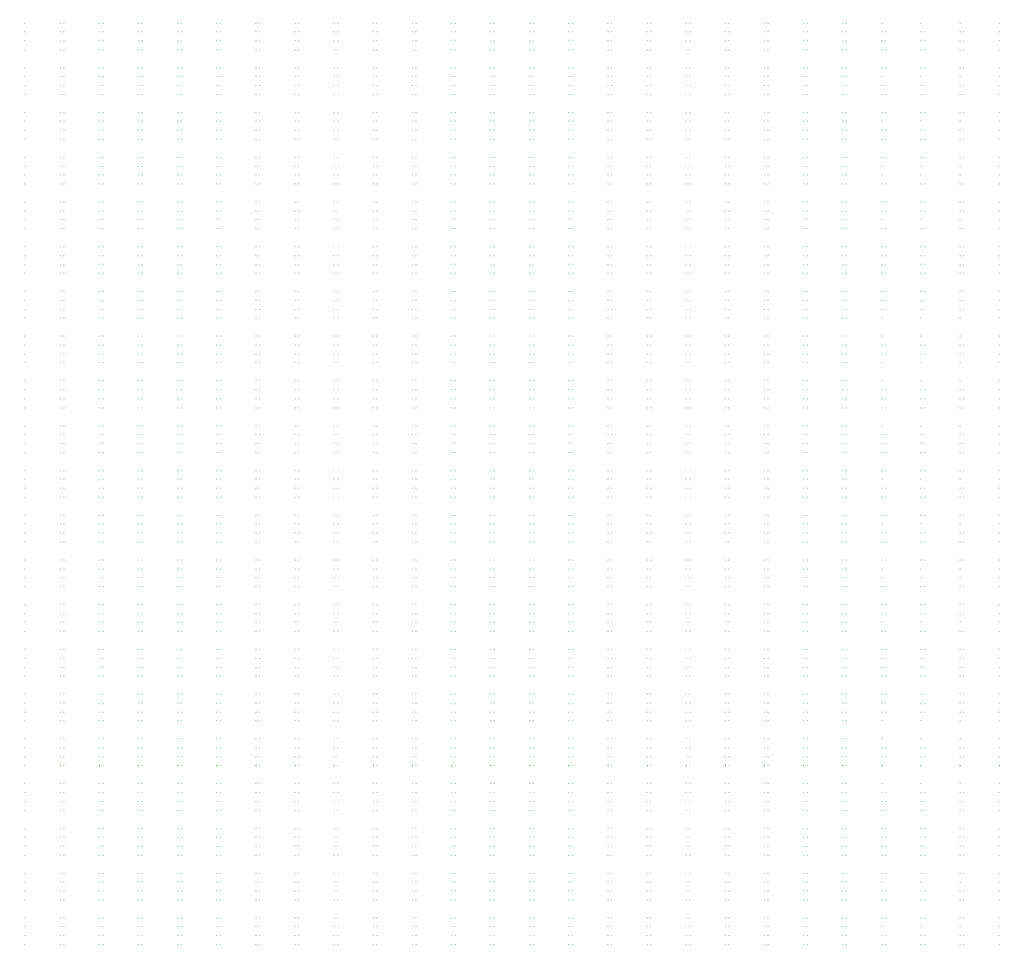
<source format=gbr>
G04 CAM350 V10.5 (Build 464) Date:  Thu May 22 00:38:32 2014 *
G04 Database: k:\work\gerber\slfb44-3r250g-01-2-holes.cam *
G04 Layer 1: V1 *
%FSDAX33Y33*%
%MOMM*%
%SFA1.000B1.000*%

%MIA0B0*%
%IPPOS*%
%LNV1*%
%LPD*%
G36*
X054711Y055897D02*
G01X054717Y055920D01*
X054733Y055937*
X054756Y055943*
X054779Y055937*
X054795Y055920*
X054802Y055897*
X054795Y055874*
X054779Y055858*
X054756Y055852*
X054733Y055858*
X054717Y055874*
X054711Y055897*
G37*
G36*
Y054826D02*
G01X054717Y054849D01*
X054733Y054865*
X054756Y054871*
X054779Y054865*
X054795Y054849*
X054802Y054826*
X054795Y054803*
X054779Y054786*
X054756Y054780*
X054733Y054786*
X054717Y054803*
X054711Y054826*
G37*
G36*
Y053740D02*
G01X054717Y053763D01*
X054733Y053780*
X054756Y053786*
X054779Y053780*
X054795Y053763*
X054802Y053740*
X054795Y053717*
X054779Y053701*
X054756Y053695*
X054733Y053701*
X054717Y053717*
X054711Y053740*
G37*
G36*
Y052669D02*
G01X054717Y052692D01*
X054733Y052708*
X054756Y052714*
X054779Y052708*
X054795Y052692*
X054802Y052669*
X054795Y052646*
X054779Y052629*
X054756Y052623*
X054733Y052629*
X054717Y052646*
X054711Y052669*
G37*
G36*
Y050469D02*
G01X054717Y050492D01*
X054733Y050508*
X054756Y050514*
X054779Y050508*
X054795Y050492*
X054802Y050469*
X054795Y050446*
X054779Y050430*
X054756Y050423*
X054733Y050430*
X054717Y050446*
X054711Y050469*
G37*
G36*
Y049398D02*
G01X054717Y049420D01*
X054733Y049437*
X054756Y049443*
X054779Y049437*
X054795Y049420*
X054802Y049398*
X054795Y049375*
X054779Y049358*
X054756Y049352*
X054733Y049358*
X054717Y049375*
X054711Y049398*
G37*
G36*
Y048312D02*
G01X054717Y048335D01*
X054733Y048351*
X054756Y048357*
X054779Y048351*
X054795Y048335*
X054802Y048312*
X054795Y048289*
X054779Y048273*
X054756Y048266*
X054733Y048273*
X054717Y048289*
X054711Y048312*
G37*
G36*
Y047240D02*
G01X054717Y047263D01*
X054733Y047280*
X054756Y047286*
X054779Y047280*
X054795Y047263*
X054802Y047240*
X054795Y047218*
X054779Y047201*
X054756Y047195*
X054733Y047201*
X054717Y047218*
X054711Y047240*
G37*
G36*
Y045041D02*
G01X054717Y045063D01*
X054733Y045080*
X054756Y045086*
X054779Y045080*
X054795Y045063*
X054802Y045041*
X054795Y045018*
X054779Y045001*
X054756Y044995*
X054733Y045001*
X054717Y045018*
X054711Y045041*
G37*
G36*
Y043969D02*
G01X054717Y043992D01*
X054733Y044009*
X054756Y044015*
X054779Y044009*
X054795Y043992*
X054802Y043969*
X054795Y043947*
X054779Y043930*
X054756Y043924*
X054733Y043930*
X054717Y043947*
X054711Y043969*
G37*
G36*
Y042884D02*
G01X054717Y042906D01*
X054733Y042923*
X054756Y042929*
X054779Y042923*
X054795Y042906*
X054802Y042884*
X054795Y042861*
X054779Y042844*
X054756Y042838*
X054733Y042844*
X054717Y042861*
X054711Y042884*
G37*
G36*
Y041812D02*
G01X054717Y041835D01*
X054733Y041852*
X054756Y041858*
X054779Y041852*
X054795Y041835*
X054802Y041812*
X054795Y041789*
X054779Y041773*
X054756Y041767*
X054733Y041773*
X054717Y041789*
X054711Y041812*
G37*
G36*
Y039612D02*
G01X054717Y039635D01*
X054733Y039652*
X054756Y039658*
X054779Y039652*
X054795Y039635*
X054802Y039612*
X054795Y039590*
X054779Y039573*
X054756Y039567*
X054733Y039573*
X054717Y039590*
X054711Y039612*
G37*
G36*
Y038541D02*
G01X054717Y038564D01*
X054733Y038580*
X054756Y038586*
X054779Y038580*
X054795Y038564*
X054802Y038541*
X054795Y038518*
X054779Y038502*
X054756Y038495*
X054733Y038502*
X054717Y038518*
X054711Y038541*
G37*
G36*
Y037455D02*
G01X054717Y037478D01*
X054733Y037495*
X054756Y037501*
X054779Y037495*
X054795Y037478*
X054802Y037455*
X054795Y037433*
X054779Y037416*
X054756Y037410*
X054733Y037416*
X054717Y037433*
X054711Y037455*
G37*
G36*
Y036384D02*
G01X054717Y036407D01*
X054733Y036423*
X054756Y036429*
X054779Y036423*
X054795Y036407*
X054802Y036384*
X054795Y036361*
X054779Y036345*
X054756Y036338*
X054733Y036345*
X054717Y036361*
X054711Y036384*
G37*
G36*
Y034184D02*
G01X054717Y034207D01*
X054733Y034223*
X054756Y034229*
X054779Y034223*
X054795Y034207*
X054802Y034184*
X054795Y034161*
X054779Y034145*
X054756Y034139*
X054733Y034145*
X054717Y034161*
X054711Y034184*
G37*
G36*
Y033113D02*
G01X054717Y033135D01*
X054733Y033152*
X054756Y033158*
X054779Y033152*
X054795Y033135*
X054802Y033113*
X054795Y033090*
X054779Y033073*
X054756Y033067*
X054733Y033073*
X054717Y033090*
X054711Y033113*
G37*
G36*
Y032027D02*
G01X054717Y032050D01*
X054733Y032066*
X054756Y032072*
X054779Y032066*
X054795Y032050*
X054802Y032027*
X054795Y032004*
X054779Y031988*
X054756Y031982*
X054733Y031988*
X054717Y032004*
X054711Y032027*
G37*
G36*
Y030956D02*
G01X054717Y030978D01*
X054733Y030995*
X054756Y031001*
X054779Y030995*
X054795Y030978*
X054802Y030956*
X054795Y030933*
X054779Y030916*
X054756Y030910*
X054733Y030916*
X054717Y030933*
X054711Y030956*
G37*
G36*
Y028756D02*
G01X054717Y028778D01*
X054733Y028795*
X054756Y028801*
X054779Y028795*
X054795Y028778*
X054802Y028756*
X054795Y028733*
X054779Y028716*
X054756Y028710*
X054733Y028716*
X054717Y028733*
X054711Y028756*
G37*
G36*
Y027684D02*
G01X054717Y027707D01*
X054733Y027724*
X054756Y027730*
X054779Y027724*
X054795Y027707*
X054802Y027684*
X054795Y027662*
X054779Y027645*
X054756Y027639*
X054733Y027645*
X054717Y027662*
X054711Y027684*
G37*
G36*
Y026599D02*
G01X054717Y026621D01*
X054733Y026638*
X054756Y026644*
X054779Y026638*
X054795Y026621*
X054802Y026599*
X054795Y026576*
X054779Y026559*
X054756Y026553*
X054733Y026559*
X054717Y026576*
X054711Y026599*
G37*
G36*
Y025527D02*
G01X054717Y025550D01*
X054733Y025567*
X054756Y025573*
X054779Y025567*
X054795Y025550*
X054802Y025527*
X054795Y025505*
X054779Y025488*
X054756Y025482*
X054733Y025488*
X054717Y025505*
X054711Y025527*
G37*
G36*
Y023327D02*
G01X054717Y023350D01*
X054733Y023367*
X054756Y023373*
X054779Y023367*
X054795Y023350*
X054802Y023327*
X054795Y023305*
X054779Y023288*
X054756Y023282*
X054733Y023288*
X054717Y023305*
X054711Y023327*
G37*
G36*
Y022256D02*
G01X054717Y022279D01*
X054733Y022295*
X054756Y022301*
X054779Y022295*
X054795Y022279*
X054802Y022256*
X054795Y022233*
X054779Y022217*
X054756Y022211*
X054733Y022217*
X054717Y022233*
X054711Y022256*
G37*
G36*
Y021170D02*
G01X054717Y021193D01*
X054733Y021210*
X054756Y021216*
X054779Y021210*
X054795Y021193*
X054802Y021170*
X054795Y021148*
X054779Y021131*
X054756Y021125*
X054733Y021131*
X054717Y021148*
X054711Y021170*
G37*
G36*
Y020099D02*
G01X054717Y020122D01*
X054733Y020138*
X054756Y020144*
X054779Y020138*
X054795Y020122*
X054802Y020099*
X054795Y020076*
X054779Y020060*
X054756Y020054*
X054733Y020060*
X054717Y020076*
X054711Y020099*
G37*
G36*
Y017899D02*
G01X054717Y017922D01*
X054733Y017938*
X054756Y017945*
X054779Y017938*
X054795Y017922*
X054802Y017899*
X054795Y017876*
X054779Y017860*
X054756Y017854*
X054733Y017860*
X054717Y017876*
X054711Y017899*
G37*
G36*
Y016828D02*
G01X054717Y016850D01*
X054733Y016867*
X054756Y016873*
X054779Y016867*
X054795Y016850*
X054802Y016828*
X054795Y016805*
X054779Y016788*
X054756Y016782*
X054733Y016788*
X054717Y016805*
X054711Y016828*
G37*
G36*
Y015742D02*
G01X054717Y015765D01*
X054733Y015781*
X054756Y015788*
X054779Y015781*
X054795Y015765*
X054802Y015742*
X054795Y015719*
X054779Y015703*
X054756Y015697*
X054733Y015703*
X054717Y015719*
X054711Y015742*
G37*
G36*
Y014671D02*
G01X054717Y014693D01*
X054733Y014710*
X054756Y014716*
X054779Y014710*
X054795Y014693*
X054802Y014671*
X054795Y014648*
X054779Y014631*
X054756Y014625*
X054733Y014631*
X054717Y014648*
X054711Y014671*
G37*
G36*
Y012471D02*
G01X054717Y012494D01*
X054733Y012510*
X054756Y012516*
X054779Y012510*
X054795Y012494*
X054802Y012471*
X054795Y012448*
X054779Y012431*
X054756Y012425*
X054733Y012431*
X054717Y012448*
X054711Y012471*
G37*
G36*
Y011399D02*
G01X054717Y011422D01*
X054733Y011439*
X054756Y011445*
X054779Y011439*
X054795Y011422*
X054802Y011399*
X054795Y011377*
X054779Y011360*
X054756Y011354*
X054733Y011360*
X054717Y011377*
X054711Y011399*
G37*
G36*
Y010314D02*
G01X054717Y010336D01*
X054733Y010353*
X054756Y010359*
X054779Y010353*
X054795Y010336*
X054802Y010314*
X054795Y010291*
X054779Y010274*
X054756Y010268*
X054733Y010274*
X054717Y010291*
X054711Y010314*
G37*
G36*
Y009242D02*
G01X054717Y009265D01*
X054733Y009282*
X054756Y009288*
X054779Y009282*
X054795Y009265*
X054802Y009242*
X054795Y009220*
X054779Y009203*
X054756Y009197*
X054733Y009203*
X054717Y009220*
X054711Y009242*
G37*
G36*
Y007043D02*
G01X054717Y007065D01*
X054733Y007082*
X054756Y007088*
X054779Y007082*
X054795Y007065*
X054802Y007043*
X054795Y007020*
X054779Y007003*
X054756Y006997*
X054733Y007003*
X054717Y007020*
X054711Y007043*
G37*
G36*
Y005971D02*
G01X054717Y005994D01*
X054733Y006010*
X054756Y006017*
X054779Y006010*
X054795Y005994*
X054802Y005971*
X054795Y005948*
X054779Y005932*
X054756Y005926*
X054733Y005932*
X054717Y005948*
X054711Y005971*
G37*
G36*
Y004885D02*
G01X054717Y004908D01*
X054733Y004925*
X054756Y004931*
X054779Y004925*
X054795Y004908*
X054802Y004885*
X054795Y004863*
X054779Y004846*
X054756Y004840*
X054733Y004846*
X054717Y004863*
X054711Y004885*
G37*
G36*
Y003814D02*
G01X054717Y003837D01*
X054733Y003853*
X054756Y003860*
X054779Y003853*
X054795Y003837*
X054802Y003814*
X054795Y003791*
X054779Y003775*
X054756Y003769*
X054733Y003775*
X054717Y003791*
X054711Y003814*
G37*
G36*
Y001614D02*
G01X054717Y001637D01*
X054733Y001654*
X054756Y001660*
X054779Y001654*
X054795Y001637*
X054802Y001614*
X054795Y001591*
X054779Y001575*
X054756Y001569*
X054733Y001575*
X054717Y001591*
X054711Y001614*
G37*
G36*
Y000543D02*
G01X054717Y000566D01*
X054733Y000582*
X054756Y000588*
X054779Y000582*
X054795Y000566*
X054802Y000543*
X054795Y000520*
X054779Y000503*
X054756Y000497*
X054733Y000503*
X054717Y000520*
X054711Y000543*
G37*
G36*
Y-000543D02*
G01X054717Y-000520D01*
X054733Y-000503*
X054756Y-000497*
X054779Y-000503*
X054795Y-000520*
X054802Y-000543*
X054795Y-000566*
X054779Y-000582*
X054756Y-000588*
X054733Y-000582*
X054717Y-000566*
X054711Y-000543*
G37*
G36*
Y-001614D02*
G01X054717Y-001591D01*
X054733Y-001575*
X054756Y-001569*
X054779Y-001575*
X054795Y-001591*
X054802Y-001614*
X054795Y-001637*
X054779Y-001654*
X054756Y-001660*
X054733Y-001654*
X054717Y-001637*
X054711Y-001614*
G37*
G36*
Y-003814D02*
G01X054717Y-003791D01*
X054733Y-003775*
X054756Y-003769*
X054779Y-003775*
X054795Y-003791*
X054802Y-003814*
X054795Y-003837*
X054779Y-003853*
X054756Y-003860*
X054733Y-003853*
X054717Y-003837*
X054711Y-003814*
G37*
G36*
Y-004885D02*
G01X054717Y-004863D01*
X054733Y-004846*
X054756Y-004840*
X054779Y-004846*
X054795Y-004863*
X054802Y-004885*
X054795Y-004908*
X054779Y-004925*
X054756Y-004931*
X054733Y-004925*
X054717Y-004908*
X054711Y-004885*
G37*
G36*
Y-005971D02*
G01X054717Y-005948D01*
X054733Y-005932*
X054756Y-005926*
X054779Y-005932*
X054795Y-005948*
X054802Y-005971*
X054795Y-005994*
X054779Y-006010*
X054756Y-006017*
X054733Y-006010*
X054717Y-005994*
X054711Y-005971*
G37*
G36*
Y-007043D02*
G01X054717Y-007020D01*
X054733Y-007003*
X054756Y-006997*
X054779Y-007003*
X054795Y-007020*
X054802Y-007043*
X054795Y-007065*
X054779Y-007082*
X054756Y-007088*
X054733Y-007082*
X054717Y-007065*
X054711Y-007043*
G37*
G36*
Y-009242D02*
G01X054717Y-009220D01*
X054733Y-009203*
X054756Y-009197*
X054779Y-009203*
X054795Y-009220*
X054802Y-009242*
X054795Y-009265*
X054779Y-009282*
X054756Y-009288*
X054733Y-009282*
X054717Y-009265*
X054711Y-009242*
G37*
G36*
Y-010314D02*
G01X054717Y-010291D01*
X054733Y-010274*
X054756Y-010268*
X054779Y-010274*
X054795Y-010291*
X054802Y-010314*
X054795Y-010336*
X054779Y-010353*
X054756Y-010359*
X054733Y-010353*
X054717Y-010336*
X054711Y-010314*
G37*
G36*
Y-011399D02*
G01X054717Y-011377D01*
X054733Y-011360*
X054756Y-011354*
X054779Y-011360*
X054795Y-011377*
X054802Y-011399*
X054795Y-011422*
X054779Y-011439*
X054756Y-011445*
X054733Y-011439*
X054717Y-011422*
X054711Y-011399*
G37*
G36*
Y-012471D02*
G01X054717Y-012448D01*
X054733Y-012431*
X054756Y-012425*
X054779Y-012431*
X054795Y-012448*
X054802Y-012471*
X054795Y-012494*
X054779Y-012510*
X054756Y-012516*
X054733Y-012510*
X054717Y-012494*
X054711Y-012471*
G37*
G36*
Y-014671D02*
G01X054717Y-014648D01*
X054733Y-014631*
X054756Y-014625*
X054779Y-014631*
X054795Y-014648*
X054802Y-014671*
X054795Y-014693*
X054779Y-014710*
X054756Y-014716*
X054733Y-014710*
X054717Y-014693*
X054711Y-014671*
G37*
G36*
Y-015742D02*
G01X054717Y-015719D01*
X054733Y-015703*
X054756Y-015697*
X054779Y-015703*
X054795Y-015719*
X054802Y-015742*
X054795Y-015765*
X054779Y-015781*
X054756Y-015788*
X054733Y-015781*
X054717Y-015765*
X054711Y-015742*
G37*
G36*
Y-016828D02*
G01X054717Y-016805D01*
X054733Y-016788*
X054756Y-016782*
X054779Y-016788*
X054795Y-016805*
X054802Y-016828*
X054795Y-016850*
X054779Y-016867*
X054756Y-016873*
X054733Y-016867*
X054717Y-016850*
X054711Y-016828*
G37*
G36*
Y-017899D02*
G01X054717Y-017876D01*
X054733Y-017860*
X054756Y-017854*
X054779Y-017860*
X054795Y-017876*
X054802Y-017899*
X054795Y-017922*
X054779Y-017938*
X054756Y-017945*
X054733Y-017938*
X054717Y-017922*
X054711Y-017899*
G37*
G36*
Y-020099D02*
G01X054717Y-020076D01*
X054733Y-020060*
X054756Y-020054*
X054779Y-020060*
X054795Y-020076*
X054802Y-020099*
X054795Y-020122*
X054779Y-020138*
X054756Y-020144*
X054733Y-020138*
X054717Y-020122*
X054711Y-020099*
G37*
G36*
Y-021170D02*
G01X054717Y-021148D01*
X054733Y-021131*
X054756Y-021125*
X054779Y-021131*
X054795Y-021148*
X054802Y-021170*
X054795Y-021193*
X054779Y-021210*
X054756Y-021216*
X054733Y-021210*
X054717Y-021193*
X054711Y-021170*
G37*
G36*
Y-022256D02*
G01X054717Y-022233D01*
X054733Y-022217*
X054756Y-022211*
X054779Y-022217*
X054795Y-022233*
X054802Y-022256*
X054795Y-022279*
X054779Y-022295*
X054756Y-022301*
X054733Y-022295*
X054717Y-022279*
X054711Y-022256*
G37*
G36*
Y-023327D02*
G01X054717Y-023305D01*
X054733Y-023288*
X054756Y-023282*
X054779Y-023288*
X054795Y-023305*
X054802Y-023327*
X054795Y-023350*
X054779Y-023367*
X054756Y-023373*
X054733Y-023367*
X054717Y-023350*
X054711Y-023327*
G37*
G36*
Y-025527D02*
G01X054717Y-025505D01*
X054733Y-025488*
X054756Y-025482*
X054779Y-025488*
X054795Y-025505*
X054802Y-025527*
X054795Y-025550*
X054779Y-025567*
X054756Y-025573*
X054733Y-025567*
X054717Y-025550*
X054711Y-025527*
G37*
G36*
Y-026599D02*
G01X054717Y-026576D01*
X054733Y-026559*
X054756Y-026553*
X054779Y-026559*
X054795Y-026576*
X054802Y-026599*
X054795Y-026621*
X054779Y-026638*
X054756Y-026644*
X054733Y-026638*
X054717Y-026621*
X054711Y-026599*
G37*
G36*
Y-027684D02*
G01X054717Y-027662D01*
X054733Y-027645*
X054756Y-027639*
X054779Y-027645*
X054795Y-027662*
X054802Y-027684*
X054795Y-027707*
X054779Y-027724*
X054756Y-027730*
X054733Y-027724*
X054717Y-027707*
X054711Y-027684*
G37*
G36*
Y-028756D02*
G01X054717Y-028733D01*
X054733Y-028716*
X054756Y-028710*
X054779Y-028716*
X054795Y-028733*
X054802Y-028756*
X054795Y-028778*
X054779Y-028795*
X054756Y-028801*
X054733Y-028795*
X054717Y-028778*
X054711Y-028756*
G37*
G36*
Y-030956D02*
G01X054717Y-030933D01*
X054733Y-030916*
X054756Y-030910*
X054779Y-030916*
X054795Y-030933*
X054802Y-030956*
X054795Y-030978*
X054779Y-030995*
X054756Y-031001*
X054733Y-030995*
X054717Y-030978*
X054711Y-030956*
G37*
G36*
Y-032027D02*
G01X054717Y-032004D01*
X054733Y-031988*
X054756Y-031982*
X054779Y-031988*
X054795Y-032004*
X054802Y-032027*
X054795Y-032050*
X054779Y-032066*
X054756Y-032072*
X054733Y-032066*
X054717Y-032050*
X054711Y-032027*
G37*
G36*
Y-033113D02*
G01X054717Y-033090D01*
X054733Y-033073*
X054756Y-033067*
X054779Y-033073*
X054795Y-033090*
X054802Y-033113*
X054795Y-033135*
X054779Y-033152*
X054756Y-033158*
X054733Y-033152*
X054717Y-033135*
X054711Y-033113*
G37*
G36*
Y-034184D02*
G01X054717Y-034161D01*
X054733Y-034145*
X054756Y-034139*
X054779Y-034145*
X054795Y-034161*
X054802Y-034184*
X054795Y-034207*
X054779Y-034223*
X054756Y-034229*
X054733Y-034223*
X054717Y-034207*
X054711Y-034184*
G37*
G36*
Y-036384D02*
G01X054717Y-036361D01*
X054733Y-036345*
X054756Y-036338*
X054779Y-036345*
X054795Y-036361*
X054802Y-036384*
X054795Y-036407*
X054779Y-036423*
X054756Y-036429*
X054733Y-036423*
X054717Y-036407*
X054711Y-036384*
G37*
G36*
Y-037455D02*
G01X054717Y-037433D01*
X054733Y-037416*
X054756Y-037410*
X054779Y-037416*
X054795Y-037433*
X054802Y-037455*
X054795Y-037478*
X054779Y-037495*
X054756Y-037501*
X054733Y-037495*
X054717Y-037478*
X054711Y-037455*
G37*
G36*
Y-038541D02*
G01X054717Y-038518D01*
X054733Y-038502*
X054756Y-038495*
X054779Y-038502*
X054795Y-038518*
X054802Y-038541*
X054795Y-038564*
X054779Y-038580*
X054756Y-038586*
X054733Y-038580*
X054717Y-038564*
X054711Y-038541*
G37*
G36*
Y-039612D02*
G01X054717Y-039590D01*
X054733Y-039573*
X054756Y-039567*
X054779Y-039573*
X054795Y-039590*
X054802Y-039612*
X054795Y-039635*
X054779Y-039652*
X054756Y-039658*
X054733Y-039652*
X054717Y-039635*
X054711Y-039612*
G37*
G36*
Y-041812D02*
G01X054717Y-041789D01*
X054733Y-041773*
X054756Y-041767*
X054779Y-041773*
X054795Y-041789*
X054802Y-041812*
X054795Y-041835*
X054779Y-041852*
X054756Y-041858*
X054733Y-041852*
X054717Y-041835*
X054711Y-041812*
G37*
G36*
Y-042884D02*
G01X054717Y-042861D01*
X054733Y-042844*
X054756Y-042838*
X054779Y-042844*
X054795Y-042861*
X054802Y-042884*
X054795Y-042906*
X054779Y-042923*
X054756Y-042929*
X054733Y-042923*
X054717Y-042906*
X054711Y-042884*
G37*
G36*
Y-043969D02*
G01X054717Y-043947D01*
X054733Y-043930*
X054756Y-043924*
X054779Y-043930*
X054795Y-043947*
X054802Y-043969*
X054795Y-043992*
X054779Y-044009*
X054756Y-044015*
X054733Y-044009*
X054717Y-043992*
X054711Y-043969*
G37*
G36*
Y-045041D02*
G01X054717Y-045018D01*
X054733Y-045001*
X054756Y-044995*
X054779Y-045001*
X054795Y-045018*
X054802Y-045041*
X054795Y-045063*
X054779Y-045080*
X054756Y-045086*
X054733Y-045080*
X054717Y-045063*
X054711Y-045041*
G37*
G36*
Y-047240D02*
G01X054717Y-047218D01*
X054733Y-047201*
X054756Y-047195*
X054779Y-047201*
X054795Y-047218*
X054802Y-047240*
X054795Y-047263*
X054779Y-047280*
X054756Y-047286*
X054733Y-047280*
X054717Y-047263*
X054711Y-047240*
G37*
G36*
Y-048312D02*
G01X054717Y-048289D01*
X054733Y-048273*
X054756Y-048266*
X054779Y-048273*
X054795Y-048289*
X054802Y-048312*
X054795Y-048335*
X054779Y-048351*
X054756Y-048357*
X054733Y-048351*
X054717Y-048335*
X054711Y-048312*
G37*
G36*
Y-049398D02*
G01X054717Y-049375D01*
X054733Y-049358*
X054756Y-049352*
X054779Y-049358*
X054795Y-049375*
X054802Y-049398*
X054795Y-049420*
X054779Y-049437*
X054756Y-049443*
X054733Y-049437*
X054717Y-049420*
X054711Y-049398*
G37*
G36*
Y-050469D02*
G01X054717Y-050446D01*
X054733Y-050430*
X054756Y-050423*
X054779Y-050430*
X054795Y-050446*
X054802Y-050469*
X054795Y-050492*
X054779Y-050508*
X054756Y-050514*
X054733Y-050508*
X054717Y-050492*
X054711Y-050469*
G37*
G36*
Y-052669D02*
G01X054717Y-052646D01*
X054733Y-052629*
X054756Y-052623*
X054779Y-052629*
X054795Y-052646*
X054802Y-052669*
X054795Y-052692*
X054779Y-052708*
X054756Y-052714*
X054733Y-052708*
X054717Y-052692*
X054711Y-052669*
G37*
G36*
Y-053740D02*
G01X054717Y-053717D01*
X054733Y-053701*
X054756Y-053695*
X054779Y-053701*
X054795Y-053717*
X054802Y-053740*
X054795Y-053763*
X054779Y-053780*
X054756Y-053786*
X054733Y-053780*
X054717Y-053763*
X054711Y-053740*
G37*
G36*
Y-054826D02*
G01X054717Y-054803D01*
X054733Y-054786*
X054756Y-054780*
X054779Y-054786*
X054795Y-054803*
X054802Y-054826*
X054795Y-054849*
X054779Y-054865*
X054756Y-054871*
X054733Y-054865*
X054717Y-054849*
X054711Y-054826*
G37*
G36*
Y-055897D02*
G01X054717Y-055874D01*
X054733Y-055858*
X054756Y-055852*
X054779Y-055858*
X054795Y-055874*
X054802Y-055897*
X054795Y-055920*
X054779Y-055937*
X054756Y-055943*
X054733Y-055937*
X054717Y-055920*
X054711Y-055897*
G37*
G36*
X049968Y055897D02*
G01X049974Y055920D01*
X049991Y055937*
X050013Y055943*
X050036Y055937*
X050053Y055920*
X050059Y055897*
X050053Y055874*
X050036Y055858*
X050013Y055852*
X049991Y055858*
X049974Y055874*
X049968Y055897*
G37*
G36*
Y054826D02*
G01X049974Y054849D01*
X049991Y054865*
X050013Y054871*
X050036Y054865*
X050053Y054849*
X050059Y054826*
X050053Y054803*
X050036Y054786*
X050013Y054780*
X049991Y054786*
X049974Y054803*
X049968Y054826*
G37*
G36*
Y053740D02*
G01X049974Y053763D01*
X049991Y053780*
X050013Y053786*
X050036Y053780*
X050053Y053763*
X050059Y053740*
X050053Y053717*
X050036Y053701*
X050013Y053695*
X049991Y053701*
X049974Y053717*
X049968Y053740*
G37*
G36*
Y052669D02*
G01X049974Y052692D01*
X049991Y052708*
X050013Y052714*
X050036Y052708*
X050053Y052692*
X050059Y052669*
X050053Y052646*
X050036Y052629*
X050013Y052623*
X049991Y052629*
X049974Y052646*
X049968Y052669*
G37*
G36*
Y050469D02*
G01X049974Y050492D01*
X049991Y050508*
X050013Y050514*
X050036Y050508*
X050053Y050492*
X050059Y050469*
X050053Y050446*
X050036Y050430*
X050013Y050423*
X049991Y050430*
X049974Y050446*
X049968Y050469*
G37*
G36*
Y049398D02*
G01X049974Y049420D01*
X049991Y049437*
X050013Y049443*
X050036Y049437*
X050053Y049420*
X050059Y049398*
X050053Y049375*
X050036Y049358*
X050013Y049352*
X049991Y049358*
X049974Y049375*
X049968Y049398*
G37*
G36*
Y048312D02*
G01X049974Y048335D01*
X049991Y048351*
X050013Y048357*
X050036Y048351*
X050053Y048335*
X050059Y048312*
X050053Y048289*
X050036Y048273*
X050013Y048266*
X049991Y048273*
X049974Y048289*
X049968Y048312*
G37*
G36*
Y047240D02*
G01X049974Y047263D01*
X049991Y047280*
X050013Y047286*
X050036Y047280*
X050053Y047263*
X050059Y047240*
X050053Y047218*
X050036Y047201*
X050013Y047195*
X049991Y047201*
X049974Y047218*
X049968Y047240*
G37*
G36*
Y045041D02*
G01X049974Y045063D01*
X049991Y045080*
X050013Y045086*
X050036Y045080*
X050053Y045063*
X050059Y045041*
X050053Y045018*
X050036Y045001*
X050013Y044995*
X049991Y045001*
X049974Y045018*
X049968Y045041*
G37*
G36*
Y043969D02*
G01X049974Y043992D01*
X049991Y044009*
X050013Y044015*
X050036Y044009*
X050053Y043992*
X050059Y043969*
X050053Y043947*
X050036Y043930*
X050013Y043924*
X049991Y043930*
X049974Y043947*
X049968Y043969*
G37*
G36*
Y042884D02*
G01X049974Y042906D01*
X049991Y042923*
X050013Y042929*
X050036Y042923*
X050053Y042906*
X050059Y042884*
X050053Y042861*
X050036Y042844*
X050013Y042838*
X049991Y042844*
X049974Y042861*
X049968Y042884*
G37*
G36*
Y041812D02*
G01X049974Y041835D01*
X049991Y041852*
X050013Y041858*
X050036Y041852*
X050053Y041835*
X050059Y041812*
X050053Y041789*
X050036Y041773*
X050013Y041767*
X049991Y041773*
X049974Y041789*
X049968Y041812*
G37*
G36*
Y039612D02*
G01X049974Y039635D01*
X049991Y039652*
X050013Y039658*
X050036Y039652*
X050053Y039635*
X050059Y039612*
X050053Y039590*
X050036Y039573*
X050013Y039567*
X049991Y039573*
X049974Y039590*
X049968Y039612*
G37*
G36*
Y038541D02*
G01X049974Y038564D01*
X049991Y038580*
X050013Y038586*
X050036Y038580*
X050053Y038564*
X050059Y038541*
X050053Y038518*
X050036Y038502*
X050013Y038495*
X049991Y038502*
X049974Y038518*
X049968Y038541*
G37*
G36*
Y037455D02*
G01X049974Y037478D01*
X049991Y037495*
X050013Y037501*
X050036Y037495*
X050053Y037478*
X050059Y037455*
X050053Y037433*
X050036Y037416*
X050013Y037410*
X049991Y037416*
X049974Y037433*
X049968Y037455*
G37*
G36*
Y036384D02*
G01X049974Y036407D01*
X049991Y036423*
X050013Y036429*
X050036Y036423*
X050053Y036407*
X050059Y036384*
X050053Y036361*
X050036Y036345*
X050013Y036338*
X049991Y036345*
X049974Y036361*
X049968Y036384*
G37*
G36*
Y034184D02*
G01X049974Y034207D01*
X049991Y034223*
X050013Y034229*
X050036Y034223*
X050053Y034207*
X050059Y034184*
X050053Y034161*
X050036Y034145*
X050013Y034139*
X049991Y034145*
X049974Y034161*
X049968Y034184*
G37*
G36*
Y033113D02*
G01X049974Y033135D01*
X049991Y033152*
X050013Y033158*
X050036Y033152*
X050053Y033135*
X050059Y033113*
X050053Y033090*
X050036Y033073*
X050013Y033067*
X049991Y033073*
X049974Y033090*
X049968Y033113*
G37*
G36*
Y032027D02*
G01X049974Y032050D01*
X049991Y032066*
X050013Y032072*
X050036Y032066*
X050053Y032050*
X050059Y032027*
X050053Y032004*
X050036Y031988*
X050013Y031982*
X049991Y031988*
X049974Y032004*
X049968Y032027*
G37*
G36*
Y030956D02*
G01X049974Y030978D01*
X049991Y030995*
X050013Y031001*
X050036Y030995*
X050053Y030978*
X050059Y030956*
X050053Y030933*
X050036Y030916*
X050013Y030910*
X049991Y030916*
X049974Y030933*
X049968Y030956*
G37*
G36*
Y028756D02*
G01X049974Y028778D01*
X049991Y028795*
X050013Y028801*
X050036Y028795*
X050053Y028778*
X050059Y028756*
X050053Y028733*
X050036Y028716*
X050013Y028710*
X049991Y028716*
X049974Y028733*
X049968Y028756*
G37*
G36*
Y027684D02*
G01X049974Y027707D01*
X049991Y027724*
X050013Y027730*
X050036Y027724*
X050053Y027707*
X050059Y027684*
X050053Y027662*
X050036Y027645*
X050013Y027639*
X049991Y027645*
X049974Y027662*
X049968Y027684*
G37*
G36*
Y026599D02*
G01X049974Y026621D01*
X049991Y026638*
X050013Y026644*
X050036Y026638*
X050053Y026621*
X050059Y026599*
X050053Y026576*
X050036Y026559*
X050013Y026553*
X049991Y026559*
X049974Y026576*
X049968Y026599*
G37*
G36*
Y025527D02*
G01X049974Y025550D01*
X049991Y025567*
X050013Y025573*
X050036Y025567*
X050053Y025550*
X050059Y025527*
X050053Y025505*
X050036Y025488*
X050013Y025482*
X049991Y025488*
X049974Y025505*
X049968Y025527*
G37*
G36*
Y023327D02*
G01X049974Y023350D01*
X049991Y023367*
X050013Y023373*
X050036Y023367*
X050053Y023350*
X050059Y023327*
X050053Y023305*
X050036Y023288*
X050013Y023282*
X049991Y023288*
X049974Y023305*
X049968Y023327*
G37*
G36*
Y022256D02*
G01X049974Y022279D01*
X049991Y022295*
X050013Y022301*
X050036Y022295*
X050053Y022279*
X050059Y022256*
X050053Y022233*
X050036Y022217*
X050013Y022211*
X049991Y022217*
X049974Y022233*
X049968Y022256*
G37*
G36*
Y021170D02*
G01X049974Y021193D01*
X049991Y021210*
X050013Y021216*
X050036Y021210*
X050053Y021193*
X050059Y021170*
X050053Y021148*
X050036Y021131*
X050013Y021125*
X049991Y021131*
X049974Y021148*
X049968Y021170*
G37*
G36*
Y020099D02*
G01X049974Y020122D01*
X049991Y020138*
X050013Y020144*
X050036Y020138*
X050053Y020122*
X050059Y020099*
X050053Y020076*
X050036Y020060*
X050013Y020054*
X049991Y020060*
X049974Y020076*
X049968Y020099*
G37*
G36*
Y017899D02*
G01X049974Y017922D01*
X049991Y017938*
X050013Y017945*
X050036Y017938*
X050053Y017922*
X050059Y017899*
X050053Y017876*
X050036Y017860*
X050013Y017854*
X049991Y017860*
X049974Y017876*
X049968Y017899*
G37*
G36*
Y016828D02*
G01X049974Y016850D01*
X049991Y016867*
X050013Y016873*
X050036Y016867*
X050053Y016850*
X050059Y016828*
X050053Y016805*
X050036Y016788*
X050013Y016782*
X049991Y016788*
X049974Y016805*
X049968Y016828*
G37*
G36*
Y015742D02*
G01X049974Y015765D01*
X049991Y015781*
X050013Y015788*
X050036Y015781*
X050053Y015765*
X050059Y015742*
X050053Y015719*
X050036Y015703*
X050013Y015697*
X049991Y015703*
X049974Y015719*
X049968Y015742*
G37*
G36*
Y014671D02*
G01X049974Y014693D01*
X049991Y014710*
X050013Y014716*
X050036Y014710*
X050053Y014693*
X050059Y014671*
X050053Y014648*
X050036Y014631*
X050013Y014625*
X049991Y014631*
X049974Y014648*
X049968Y014671*
G37*
G36*
Y012471D02*
G01X049974Y012494D01*
X049991Y012510*
X050013Y012516*
X050036Y012510*
X050053Y012494*
X050059Y012471*
X050053Y012448*
X050036Y012431*
X050013Y012425*
X049991Y012431*
X049974Y012448*
X049968Y012471*
G37*
G36*
Y011399D02*
G01X049974Y011422D01*
X049991Y011439*
X050013Y011445*
X050036Y011439*
X050053Y011422*
X050059Y011399*
X050053Y011377*
X050036Y011360*
X050013Y011354*
X049991Y011360*
X049974Y011377*
X049968Y011399*
G37*
G36*
Y010314D02*
G01X049974Y010336D01*
X049991Y010353*
X050013Y010359*
X050036Y010353*
X050053Y010336*
X050059Y010314*
X050053Y010291*
X050036Y010274*
X050013Y010268*
X049991Y010274*
X049974Y010291*
X049968Y010314*
G37*
G36*
Y009242D02*
G01X049974Y009265D01*
X049991Y009282*
X050013Y009288*
X050036Y009282*
X050053Y009265*
X050059Y009242*
X050053Y009220*
X050036Y009203*
X050013Y009197*
X049991Y009203*
X049974Y009220*
X049968Y009242*
G37*
G36*
Y007043D02*
G01X049974Y007065D01*
X049991Y007082*
X050013Y007088*
X050036Y007082*
X050053Y007065*
X050059Y007043*
X050053Y007020*
X050036Y007003*
X050013Y006997*
X049991Y007003*
X049974Y007020*
X049968Y007043*
G37*
G36*
Y005971D02*
G01X049974Y005994D01*
X049991Y006010*
X050013Y006017*
X050036Y006010*
X050053Y005994*
X050059Y005971*
X050053Y005948*
X050036Y005932*
X050013Y005926*
X049991Y005932*
X049974Y005948*
X049968Y005971*
G37*
G36*
Y004885D02*
G01X049974Y004908D01*
X049991Y004925*
X050013Y004931*
X050036Y004925*
X050053Y004908*
X050059Y004885*
X050053Y004863*
X050036Y004846*
X050013Y004840*
X049991Y004846*
X049974Y004863*
X049968Y004885*
G37*
G36*
Y003814D02*
G01X049974Y003837D01*
X049991Y003853*
X050013Y003860*
X050036Y003853*
X050053Y003837*
X050059Y003814*
X050053Y003791*
X050036Y003775*
X050013Y003769*
X049991Y003775*
X049974Y003791*
X049968Y003814*
G37*
G36*
Y001614D02*
G01X049974Y001637D01*
X049991Y001654*
X050013Y001660*
X050036Y001654*
X050053Y001637*
X050059Y001614*
X050053Y001591*
X050036Y001575*
X050013Y001569*
X049991Y001575*
X049974Y001591*
X049968Y001614*
G37*
G36*
Y000543D02*
G01X049974Y000566D01*
X049991Y000582*
X050013Y000588*
X050036Y000582*
X050053Y000566*
X050059Y000543*
X050053Y000520*
X050036Y000503*
X050013Y000497*
X049991Y000503*
X049974Y000520*
X049968Y000543*
G37*
G36*
Y-000543D02*
G01X049974Y-000520D01*
X049991Y-000503*
X050013Y-000497*
X050036Y-000503*
X050053Y-000520*
X050059Y-000543*
X050053Y-000566*
X050036Y-000582*
X050013Y-000588*
X049991Y-000582*
X049974Y-000566*
X049968Y-000543*
G37*
G36*
Y-001614D02*
G01X049974Y-001591D01*
X049991Y-001575*
X050013Y-001569*
X050036Y-001575*
X050053Y-001591*
X050059Y-001614*
X050053Y-001637*
X050036Y-001654*
X050013Y-001660*
X049991Y-001654*
X049974Y-001637*
X049968Y-001614*
G37*
G36*
Y-003814D02*
G01X049974Y-003791D01*
X049991Y-003775*
X050013Y-003769*
X050036Y-003775*
X050053Y-003791*
X050059Y-003814*
X050053Y-003837*
X050036Y-003853*
X050013Y-003860*
X049991Y-003853*
X049974Y-003837*
X049968Y-003814*
G37*
G36*
Y-004885D02*
G01X049974Y-004863D01*
X049991Y-004846*
X050013Y-004840*
X050036Y-004846*
X050053Y-004863*
X050059Y-004885*
X050053Y-004908*
X050036Y-004925*
X050013Y-004931*
X049991Y-004925*
X049974Y-004908*
X049968Y-004885*
G37*
G36*
Y-005971D02*
G01X049974Y-005948D01*
X049991Y-005932*
X050013Y-005926*
X050036Y-005932*
X050053Y-005948*
X050059Y-005971*
X050053Y-005994*
X050036Y-006010*
X050013Y-006017*
X049991Y-006010*
X049974Y-005994*
X049968Y-005971*
G37*
G36*
Y-007043D02*
G01X049974Y-007020D01*
X049991Y-007003*
X050013Y-006997*
X050036Y-007003*
X050053Y-007020*
X050059Y-007043*
X050053Y-007065*
X050036Y-007082*
X050013Y-007088*
X049991Y-007082*
X049974Y-007065*
X049968Y-007043*
G37*
G36*
Y-009242D02*
G01X049974Y-009220D01*
X049991Y-009203*
X050013Y-009197*
X050036Y-009203*
X050053Y-009220*
X050059Y-009242*
X050053Y-009265*
X050036Y-009282*
X050013Y-009288*
X049991Y-009282*
X049974Y-009265*
X049968Y-009242*
G37*
G36*
Y-010314D02*
G01X049974Y-010291D01*
X049991Y-010274*
X050013Y-010268*
X050036Y-010274*
X050053Y-010291*
X050059Y-010314*
X050053Y-010336*
X050036Y-010353*
X050013Y-010359*
X049991Y-010353*
X049974Y-010336*
X049968Y-010314*
G37*
G36*
Y-011399D02*
G01X049974Y-011377D01*
X049991Y-011360*
X050013Y-011354*
X050036Y-011360*
X050053Y-011377*
X050059Y-011399*
X050053Y-011422*
X050036Y-011439*
X050013Y-011445*
X049991Y-011439*
X049974Y-011422*
X049968Y-011399*
G37*
G36*
Y-012471D02*
G01X049974Y-012448D01*
X049991Y-012431*
X050013Y-012425*
X050036Y-012431*
X050053Y-012448*
X050059Y-012471*
X050053Y-012494*
X050036Y-012510*
X050013Y-012516*
X049991Y-012510*
X049974Y-012494*
X049968Y-012471*
G37*
G36*
Y-014671D02*
G01X049974Y-014648D01*
X049991Y-014631*
X050013Y-014625*
X050036Y-014631*
X050053Y-014648*
X050059Y-014671*
X050053Y-014693*
X050036Y-014710*
X050013Y-014716*
X049991Y-014710*
X049974Y-014693*
X049968Y-014671*
G37*
G36*
Y-015742D02*
G01X049974Y-015719D01*
X049991Y-015703*
X050013Y-015697*
X050036Y-015703*
X050053Y-015719*
X050059Y-015742*
X050053Y-015765*
X050036Y-015781*
X050013Y-015788*
X049991Y-015781*
X049974Y-015765*
X049968Y-015742*
G37*
G36*
Y-016828D02*
G01X049974Y-016805D01*
X049991Y-016788*
X050013Y-016782*
X050036Y-016788*
X050053Y-016805*
X050059Y-016828*
X050053Y-016850*
X050036Y-016867*
X050013Y-016873*
X049991Y-016867*
X049974Y-016850*
X049968Y-016828*
G37*
G36*
Y-017899D02*
G01X049974Y-017876D01*
X049991Y-017860*
X050013Y-017854*
X050036Y-017860*
X050053Y-017876*
X050059Y-017899*
X050053Y-017922*
X050036Y-017938*
X050013Y-017945*
X049991Y-017938*
X049974Y-017922*
X049968Y-017899*
G37*
G36*
Y-020099D02*
G01X049974Y-020076D01*
X049991Y-020060*
X050013Y-020054*
X050036Y-020060*
X050053Y-020076*
X050059Y-020099*
X050053Y-020122*
X050036Y-020138*
X050013Y-020144*
X049991Y-020138*
X049974Y-020122*
X049968Y-020099*
G37*
G36*
Y-021170D02*
G01X049974Y-021148D01*
X049991Y-021131*
X050013Y-021125*
X050036Y-021131*
X050053Y-021148*
X050059Y-021170*
X050053Y-021193*
X050036Y-021210*
X050013Y-021216*
X049991Y-021210*
X049974Y-021193*
X049968Y-021170*
G37*
G36*
Y-022256D02*
G01X049974Y-022233D01*
X049991Y-022217*
X050013Y-022211*
X050036Y-022217*
X050053Y-022233*
X050059Y-022256*
X050053Y-022279*
X050036Y-022295*
X050013Y-022301*
X049991Y-022295*
X049974Y-022279*
X049968Y-022256*
G37*
G36*
Y-023327D02*
G01X049974Y-023305D01*
X049991Y-023288*
X050013Y-023282*
X050036Y-023288*
X050053Y-023305*
X050059Y-023327*
X050053Y-023350*
X050036Y-023367*
X050013Y-023373*
X049991Y-023367*
X049974Y-023350*
X049968Y-023327*
G37*
G36*
Y-025527D02*
G01X049974Y-025505D01*
X049991Y-025488*
X050013Y-025482*
X050036Y-025488*
X050053Y-025505*
X050059Y-025527*
X050053Y-025550*
X050036Y-025567*
X050013Y-025573*
X049991Y-025567*
X049974Y-025550*
X049968Y-025527*
G37*
G36*
Y-026599D02*
G01X049974Y-026576D01*
X049991Y-026559*
X050013Y-026553*
X050036Y-026559*
X050053Y-026576*
X050059Y-026599*
X050053Y-026621*
X050036Y-026638*
X050013Y-026644*
X049991Y-026638*
X049974Y-026621*
X049968Y-026599*
G37*
G36*
Y-027684D02*
G01X049974Y-027662D01*
X049991Y-027645*
X050013Y-027639*
X050036Y-027645*
X050053Y-027662*
X050059Y-027684*
X050053Y-027707*
X050036Y-027724*
X050013Y-027730*
X049991Y-027724*
X049974Y-027707*
X049968Y-027684*
G37*
G36*
Y-028756D02*
G01X049974Y-028733D01*
X049991Y-028716*
X050013Y-028710*
X050036Y-028716*
X050053Y-028733*
X050059Y-028756*
X050053Y-028778*
X050036Y-028795*
X050013Y-028801*
X049991Y-028795*
X049974Y-028778*
X049968Y-028756*
G37*
G36*
Y-030956D02*
G01X049974Y-030933D01*
X049991Y-030916*
X050013Y-030910*
X050036Y-030916*
X050053Y-030933*
X050059Y-030956*
X050053Y-030978*
X050036Y-030995*
X050013Y-031001*
X049991Y-030995*
X049974Y-030978*
X049968Y-030956*
G37*
G36*
Y-032027D02*
G01X049974Y-032004D01*
X049991Y-031988*
X050013Y-031982*
X050036Y-031988*
X050053Y-032004*
X050059Y-032027*
X050053Y-032050*
X050036Y-032066*
X050013Y-032072*
X049991Y-032066*
X049974Y-032050*
X049968Y-032027*
G37*
G36*
Y-033113D02*
G01X049974Y-033090D01*
X049991Y-033073*
X050013Y-033067*
X050036Y-033073*
X050053Y-033090*
X050059Y-033113*
X050053Y-033135*
X050036Y-033152*
X050013Y-033158*
X049991Y-033152*
X049974Y-033135*
X049968Y-033113*
G37*
G36*
Y-034184D02*
G01X049974Y-034161D01*
X049991Y-034145*
X050013Y-034139*
X050036Y-034145*
X050053Y-034161*
X050059Y-034184*
X050053Y-034207*
X050036Y-034223*
X050013Y-034229*
X049991Y-034223*
X049974Y-034207*
X049968Y-034184*
G37*
G36*
Y-036384D02*
G01X049974Y-036361D01*
X049991Y-036345*
X050013Y-036338*
X050036Y-036345*
X050053Y-036361*
X050059Y-036384*
X050053Y-036407*
X050036Y-036423*
X050013Y-036429*
X049991Y-036423*
X049974Y-036407*
X049968Y-036384*
G37*
G36*
Y-037455D02*
G01X049974Y-037433D01*
X049991Y-037416*
X050013Y-037410*
X050036Y-037416*
X050053Y-037433*
X050059Y-037455*
X050053Y-037478*
X050036Y-037495*
X050013Y-037501*
X049991Y-037495*
X049974Y-037478*
X049968Y-037455*
G37*
G36*
Y-038541D02*
G01X049974Y-038518D01*
X049991Y-038502*
X050013Y-038495*
X050036Y-038502*
X050053Y-038518*
X050059Y-038541*
X050053Y-038564*
X050036Y-038580*
X050013Y-038586*
X049991Y-038580*
X049974Y-038564*
X049968Y-038541*
G37*
G36*
Y-039612D02*
G01X049974Y-039590D01*
X049991Y-039573*
X050013Y-039567*
X050036Y-039573*
X050053Y-039590*
X050059Y-039612*
X050053Y-039635*
X050036Y-039652*
X050013Y-039658*
X049991Y-039652*
X049974Y-039635*
X049968Y-039612*
G37*
G36*
Y-041812D02*
G01X049974Y-041789D01*
X049991Y-041773*
X050013Y-041767*
X050036Y-041773*
X050053Y-041789*
X050059Y-041812*
X050053Y-041835*
X050036Y-041852*
X050013Y-041858*
X049991Y-041852*
X049974Y-041835*
X049968Y-041812*
G37*
G36*
Y-042884D02*
G01X049974Y-042861D01*
X049991Y-042844*
X050013Y-042838*
X050036Y-042844*
X050053Y-042861*
X050059Y-042884*
X050053Y-042906*
X050036Y-042923*
X050013Y-042929*
X049991Y-042923*
X049974Y-042906*
X049968Y-042884*
G37*
G36*
Y-043969D02*
G01X049974Y-043947D01*
X049991Y-043930*
X050013Y-043924*
X050036Y-043930*
X050053Y-043947*
X050059Y-043969*
X050053Y-043992*
X050036Y-044009*
X050013Y-044015*
X049991Y-044009*
X049974Y-043992*
X049968Y-043969*
G37*
G36*
Y-045041D02*
G01X049974Y-045018D01*
X049991Y-045001*
X050013Y-044995*
X050036Y-045001*
X050053Y-045018*
X050059Y-045041*
X050053Y-045063*
X050036Y-045080*
X050013Y-045086*
X049991Y-045080*
X049974Y-045063*
X049968Y-045041*
G37*
G36*
Y-047240D02*
G01X049974Y-047218D01*
X049991Y-047201*
X050013Y-047195*
X050036Y-047201*
X050053Y-047218*
X050059Y-047240*
X050053Y-047263*
X050036Y-047280*
X050013Y-047286*
X049991Y-047280*
X049974Y-047263*
X049968Y-047240*
G37*
G36*
Y-048312D02*
G01X049974Y-048289D01*
X049991Y-048273*
X050013Y-048266*
X050036Y-048273*
X050053Y-048289*
X050059Y-048312*
X050053Y-048335*
X050036Y-048351*
X050013Y-048357*
X049991Y-048351*
X049974Y-048335*
X049968Y-048312*
G37*
G36*
Y-049398D02*
G01X049974Y-049375D01*
X049991Y-049358*
X050013Y-049352*
X050036Y-049358*
X050053Y-049375*
X050059Y-049398*
X050053Y-049420*
X050036Y-049437*
X050013Y-049443*
X049991Y-049437*
X049974Y-049420*
X049968Y-049398*
G37*
G36*
Y-050469D02*
G01X049974Y-050446D01*
X049991Y-050430*
X050013Y-050423*
X050036Y-050430*
X050053Y-050446*
X050059Y-050469*
X050053Y-050492*
X050036Y-050508*
X050013Y-050514*
X049991Y-050508*
X049974Y-050492*
X049968Y-050469*
G37*
G36*
Y-052669D02*
G01X049974Y-052646D01*
X049991Y-052629*
X050013Y-052623*
X050036Y-052629*
X050053Y-052646*
X050059Y-052669*
X050053Y-052692*
X050036Y-052708*
X050013Y-052714*
X049991Y-052708*
X049974Y-052692*
X049968Y-052669*
G37*
G36*
Y-053740D02*
G01X049974Y-053717D01*
X049991Y-053701*
X050013Y-053695*
X050036Y-053701*
X050053Y-053717*
X050059Y-053740*
X050053Y-053763*
X050036Y-053780*
X050013Y-053786*
X049991Y-053780*
X049974Y-053763*
X049968Y-053740*
G37*
G36*
Y-054826D02*
G01X049974Y-054803D01*
X049991Y-054786*
X050013Y-054780*
X050036Y-054786*
X050053Y-054803*
X050059Y-054826*
X050053Y-054849*
X050036Y-054865*
X050013Y-054871*
X049991Y-054865*
X049974Y-054849*
X049968Y-054826*
G37*
G36*
Y-055897D02*
G01X049974Y-055874D01*
X049991Y-055858*
X050013Y-055852*
X050036Y-055858*
X050053Y-055874*
X050059Y-055897*
X050053Y-055920*
X050036Y-055937*
X050013Y-055943*
X049991Y-055937*
X049974Y-055920*
X049968Y-055897*
G37*
G36*
X045225Y055897D02*
G01X045231Y055920D01*
X045248Y055937*
X045271Y055943*
X045294Y055937*
X045310Y055920*
X045316Y055897*
X045310Y055874*
X045294Y055858*
X045271Y055852*
X045248Y055858*
X045231Y055874*
X045225Y055897*
G37*
G36*
Y054826D02*
G01X045231Y054849D01*
X045248Y054865*
X045271Y054871*
X045294Y054865*
X045310Y054849*
X045316Y054826*
X045310Y054803*
X045294Y054786*
X045271Y054780*
X045248Y054786*
X045231Y054803*
X045225Y054826*
G37*
G36*
Y053740D02*
G01X045231Y053763D01*
X045248Y053780*
X045271Y053786*
X045294Y053780*
X045310Y053763*
X045316Y053740*
X045310Y053717*
X045294Y053701*
X045271Y053695*
X045248Y053701*
X045231Y053717*
X045225Y053740*
G37*
G36*
Y052669D02*
G01X045231Y052692D01*
X045248Y052708*
X045271Y052714*
X045294Y052708*
X045310Y052692*
X045316Y052669*
X045310Y052646*
X045294Y052629*
X045271Y052623*
X045248Y052629*
X045231Y052646*
X045225Y052669*
G37*
G36*
Y050469D02*
G01X045231Y050492D01*
X045248Y050508*
X045271Y050514*
X045294Y050508*
X045310Y050492*
X045316Y050469*
X045310Y050446*
X045294Y050430*
X045271Y050423*
X045248Y050430*
X045231Y050446*
X045225Y050469*
G37*
G36*
Y049398D02*
G01X045231Y049420D01*
X045248Y049437*
X045271Y049443*
X045294Y049437*
X045310Y049420*
X045316Y049398*
X045310Y049375*
X045294Y049358*
X045271Y049352*
X045248Y049358*
X045231Y049375*
X045225Y049398*
G37*
G36*
Y048312D02*
G01X045231Y048335D01*
X045248Y048351*
X045271Y048357*
X045294Y048351*
X045310Y048335*
X045316Y048312*
X045310Y048289*
X045294Y048273*
X045271Y048266*
X045248Y048273*
X045231Y048289*
X045225Y048312*
G37*
G36*
Y047240D02*
G01X045231Y047263D01*
X045248Y047280*
X045271Y047286*
X045294Y047280*
X045310Y047263*
X045316Y047240*
X045310Y047218*
X045294Y047201*
X045271Y047195*
X045248Y047201*
X045231Y047218*
X045225Y047240*
G37*
G36*
Y045041D02*
G01X045231Y045063D01*
X045248Y045080*
X045271Y045086*
X045294Y045080*
X045310Y045063*
X045316Y045041*
X045310Y045018*
X045294Y045001*
X045271Y044995*
X045248Y045001*
X045231Y045018*
X045225Y045041*
G37*
G36*
Y043969D02*
G01X045231Y043992D01*
X045248Y044009*
X045271Y044015*
X045294Y044009*
X045310Y043992*
X045316Y043969*
X045310Y043947*
X045294Y043930*
X045271Y043924*
X045248Y043930*
X045231Y043947*
X045225Y043969*
G37*
G36*
Y042884D02*
G01X045231Y042906D01*
X045248Y042923*
X045271Y042929*
X045294Y042923*
X045310Y042906*
X045316Y042884*
X045310Y042861*
X045294Y042844*
X045271Y042838*
X045248Y042844*
X045231Y042861*
X045225Y042884*
G37*
G36*
Y041812D02*
G01X045231Y041835D01*
X045248Y041852*
X045271Y041858*
X045294Y041852*
X045310Y041835*
X045316Y041812*
X045310Y041789*
X045294Y041773*
X045271Y041767*
X045248Y041773*
X045231Y041789*
X045225Y041812*
G37*
G36*
Y039612D02*
G01X045231Y039635D01*
X045248Y039652*
X045271Y039658*
X045294Y039652*
X045310Y039635*
X045316Y039612*
X045310Y039590*
X045294Y039573*
X045271Y039567*
X045248Y039573*
X045231Y039590*
X045225Y039612*
G37*
G36*
Y038541D02*
G01X045231Y038564D01*
X045248Y038580*
X045271Y038586*
X045294Y038580*
X045310Y038564*
X045316Y038541*
X045310Y038518*
X045294Y038502*
X045271Y038495*
X045248Y038502*
X045231Y038518*
X045225Y038541*
G37*
G36*
Y037455D02*
G01X045231Y037478D01*
X045248Y037495*
X045271Y037501*
X045294Y037495*
X045310Y037478*
X045316Y037455*
X045310Y037433*
X045294Y037416*
X045271Y037410*
X045248Y037416*
X045231Y037433*
X045225Y037455*
G37*
G36*
Y036384D02*
G01X045231Y036407D01*
X045248Y036423*
X045271Y036429*
X045294Y036423*
X045310Y036407*
X045316Y036384*
X045310Y036361*
X045294Y036345*
X045271Y036338*
X045248Y036345*
X045231Y036361*
X045225Y036384*
G37*
G36*
Y034184D02*
G01X045231Y034207D01*
X045248Y034223*
X045271Y034229*
X045294Y034223*
X045310Y034207*
X045316Y034184*
X045310Y034161*
X045294Y034145*
X045271Y034139*
X045248Y034145*
X045231Y034161*
X045225Y034184*
G37*
G36*
Y033113D02*
G01X045231Y033135D01*
X045248Y033152*
X045271Y033158*
X045294Y033152*
X045310Y033135*
X045316Y033113*
X045310Y033090*
X045294Y033073*
X045271Y033067*
X045248Y033073*
X045231Y033090*
X045225Y033113*
G37*
G36*
Y032027D02*
G01X045231Y032050D01*
X045248Y032066*
X045271Y032072*
X045294Y032066*
X045310Y032050*
X045316Y032027*
X045310Y032004*
X045294Y031988*
X045271Y031982*
X045248Y031988*
X045231Y032004*
X045225Y032027*
G37*
G36*
Y030956D02*
G01X045231Y030978D01*
X045248Y030995*
X045271Y031001*
X045294Y030995*
X045310Y030978*
X045316Y030956*
X045310Y030933*
X045294Y030916*
X045271Y030910*
X045248Y030916*
X045231Y030933*
X045225Y030956*
G37*
G36*
Y028756D02*
G01X045231Y028778D01*
X045248Y028795*
X045271Y028801*
X045294Y028795*
X045310Y028778*
X045316Y028756*
X045310Y028733*
X045294Y028716*
X045271Y028710*
X045248Y028716*
X045231Y028733*
X045225Y028756*
G37*
G36*
Y027684D02*
G01X045231Y027707D01*
X045248Y027724*
X045271Y027730*
X045294Y027724*
X045310Y027707*
X045316Y027684*
X045310Y027662*
X045294Y027645*
X045271Y027639*
X045248Y027645*
X045231Y027662*
X045225Y027684*
G37*
G36*
Y026599D02*
G01X045231Y026621D01*
X045248Y026638*
X045271Y026644*
X045294Y026638*
X045310Y026621*
X045316Y026599*
X045310Y026576*
X045294Y026559*
X045271Y026553*
X045248Y026559*
X045231Y026576*
X045225Y026599*
G37*
G36*
Y025527D02*
G01X045231Y025550D01*
X045248Y025567*
X045271Y025573*
X045294Y025567*
X045310Y025550*
X045316Y025527*
X045310Y025505*
X045294Y025488*
X045271Y025482*
X045248Y025488*
X045231Y025505*
X045225Y025527*
G37*
G36*
Y023327D02*
G01X045231Y023350D01*
X045248Y023367*
X045271Y023373*
X045294Y023367*
X045310Y023350*
X045316Y023327*
X045310Y023305*
X045294Y023288*
X045271Y023282*
X045248Y023288*
X045231Y023305*
X045225Y023327*
G37*
G36*
Y022256D02*
G01X045231Y022279D01*
X045248Y022295*
X045271Y022301*
X045294Y022295*
X045310Y022279*
X045316Y022256*
X045310Y022233*
X045294Y022217*
X045271Y022211*
X045248Y022217*
X045231Y022233*
X045225Y022256*
G37*
G36*
Y021170D02*
G01X045231Y021193D01*
X045248Y021210*
X045271Y021216*
X045294Y021210*
X045310Y021193*
X045316Y021170*
X045310Y021148*
X045294Y021131*
X045271Y021125*
X045248Y021131*
X045231Y021148*
X045225Y021170*
G37*
G36*
Y020099D02*
G01X045231Y020122D01*
X045248Y020138*
X045271Y020144*
X045294Y020138*
X045310Y020122*
X045316Y020099*
X045310Y020076*
X045294Y020060*
X045271Y020054*
X045248Y020060*
X045231Y020076*
X045225Y020099*
G37*
G36*
Y017899D02*
G01X045231Y017922D01*
X045248Y017938*
X045271Y017945*
X045294Y017938*
X045310Y017922*
X045316Y017899*
X045310Y017876*
X045294Y017860*
X045271Y017854*
X045248Y017860*
X045231Y017876*
X045225Y017899*
G37*
G36*
Y016828D02*
G01X045231Y016850D01*
X045248Y016867*
X045271Y016873*
X045294Y016867*
X045310Y016850*
X045316Y016828*
X045310Y016805*
X045294Y016788*
X045271Y016782*
X045248Y016788*
X045231Y016805*
X045225Y016828*
G37*
G36*
Y015742D02*
G01X045231Y015765D01*
X045248Y015781*
X045271Y015788*
X045294Y015781*
X045310Y015765*
X045316Y015742*
X045310Y015719*
X045294Y015703*
X045271Y015697*
X045248Y015703*
X045231Y015719*
X045225Y015742*
G37*
G36*
Y014671D02*
G01X045231Y014693D01*
X045248Y014710*
X045271Y014716*
X045294Y014710*
X045310Y014693*
X045316Y014671*
X045310Y014648*
X045294Y014631*
X045271Y014625*
X045248Y014631*
X045231Y014648*
X045225Y014671*
G37*
G36*
Y012471D02*
G01X045231Y012494D01*
X045248Y012510*
X045271Y012516*
X045294Y012510*
X045310Y012494*
X045316Y012471*
X045310Y012448*
X045294Y012431*
X045271Y012425*
X045248Y012431*
X045231Y012448*
X045225Y012471*
G37*
G36*
Y011399D02*
G01X045231Y011422D01*
X045248Y011439*
X045271Y011445*
X045294Y011439*
X045310Y011422*
X045316Y011399*
X045310Y011377*
X045294Y011360*
X045271Y011354*
X045248Y011360*
X045231Y011377*
X045225Y011399*
G37*
G36*
Y010314D02*
G01X045231Y010336D01*
X045248Y010353*
X045271Y010359*
X045294Y010353*
X045310Y010336*
X045316Y010314*
X045310Y010291*
X045294Y010274*
X045271Y010268*
X045248Y010274*
X045231Y010291*
X045225Y010314*
G37*
G36*
Y009242D02*
G01X045231Y009265D01*
X045248Y009282*
X045271Y009288*
X045294Y009282*
X045310Y009265*
X045316Y009242*
X045310Y009220*
X045294Y009203*
X045271Y009197*
X045248Y009203*
X045231Y009220*
X045225Y009242*
G37*
G36*
Y007043D02*
G01X045231Y007065D01*
X045248Y007082*
X045271Y007088*
X045294Y007082*
X045310Y007065*
X045316Y007043*
X045310Y007020*
X045294Y007003*
X045271Y006997*
X045248Y007003*
X045231Y007020*
X045225Y007043*
G37*
G36*
Y005971D02*
G01X045231Y005994D01*
X045248Y006010*
X045271Y006017*
X045294Y006010*
X045310Y005994*
X045316Y005971*
X045310Y005948*
X045294Y005932*
X045271Y005926*
X045248Y005932*
X045231Y005948*
X045225Y005971*
G37*
G36*
Y004885D02*
G01X045231Y004908D01*
X045248Y004925*
X045271Y004931*
X045294Y004925*
X045310Y004908*
X045316Y004885*
X045310Y004863*
X045294Y004846*
X045271Y004840*
X045248Y004846*
X045231Y004863*
X045225Y004885*
G37*
G36*
Y003814D02*
G01X045231Y003837D01*
X045248Y003853*
X045271Y003860*
X045294Y003853*
X045310Y003837*
X045316Y003814*
X045310Y003791*
X045294Y003775*
X045271Y003769*
X045248Y003775*
X045231Y003791*
X045225Y003814*
G37*
G36*
Y001614D02*
G01X045231Y001637D01*
X045248Y001654*
X045271Y001660*
X045294Y001654*
X045310Y001637*
X045316Y001614*
X045310Y001591*
X045294Y001575*
X045271Y001569*
X045248Y001575*
X045231Y001591*
X045225Y001614*
G37*
G36*
Y000543D02*
G01X045231Y000566D01*
X045248Y000582*
X045271Y000588*
X045294Y000582*
X045310Y000566*
X045316Y000543*
X045310Y000520*
X045294Y000503*
X045271Y000497*
X045248Y000503*
X045231Y000520*
X045225Y000543*
G37*
G36*
Y-000543D02*
G01X045231Y-000520D01*
X045248Y-000503*
X045271Y-000497*
X045294Y-000503*
X045310Y-000520*
X045316Y-000543*
X045310Y-000566*
X045294Y-000582*
X045271Y-000588*
X045248Y-000582*
X045231Y-000566*
X045225Y-000543*
G37*
G36*
Y-001614D02*
G01X045231Y-001591D01*
X045248Y-001575*
X045271Y-001569*
X045294Y-001575*
X045310Y-001591*
X045316Y-001614*
X045310Y-001637*
X045294Y-001654*
X045271Y-001660*
X045248Y-001654*
X045231Y-001637*
X045225Y-001614*
G37*
G36*
Y-003814D02*
G01X045231Y-003791D01*
X045248Y-003775*
X045271Y-003769*
X045294Y-003775*
X045310Y-003791*
X045316Y-003814*
X045310Y-003837*
X045294Y-003853*
X045271Y-003860*
X045248Y-003853*
X045231Y-003837*
X045225Y-003814*
G37*
G36*
Y-004885D02*
G01X045231Y-004863D01*
X045248Y-004846*
X045271Y-004840*
X045294Y-004846*
X045310Y-004863*
X045316Y-004885*
X045310Y-004908*
X045294Y-004925*
X045271Y-004931*
X045248Y-004925*
X045231Y-004908*
X045225Y-004885*
G37*
G36*
Y-005971D02*
G01X045231Y-005948D01*
X045248Y-005932*
X045271Y-005926*
X045294Y-005932*
X045310Y-005948*
X045316Y-005971*
X045310Y-005994*
X045294Y-006010*
X045271Y-006017*
X045248Y-006010*
X045231Y-005994*
X045225Y-005971*
G37*
G36*
Y-007043D02*
G01X045231Y-007020D01*
X045248Y-007003*
X045271Y-006997*
X045294Y-007003*
X045310Y-007020*
X045316Y-007043*
X045310Y-007065*
X045294Y-007082*
X045271Y-007088*
X045248Y-007082*
X045231Y-007065*
X045225Y-007043*
G37*
G36*
Y-009242D02*
G01X045231Y-009220D01*
X045248Y-009203*
X045271Y-009197*
X045294Y-009203*
X045310Y-009220*
X045316Y-009242*
X045310Y-009265*
X045294Y-009282*
X045271Y-009288*
X045248Y-009282*
X045231Y-009265*
X045225Y-009242*
G37*
G36*
Y-010314D02*
G01X045231Y-010291D01*
X045248Y-010274*
X045271Y-010268*
X045294Y-010274*
X045310Y-010291*
X045316Y-010314*
X045310Y-010336*
X045294Y-010353*
X045271Y-010359*
X045248Y-010353*
X045231Y-010336*
X045225Y-010314*
G37*
G36*
Y-011399D02*
G01X045231Y-011377D01*
X045248Y-011360*
X045271Y-011354*
X045294Y-011360*
X045310Y-011377*
X045316Y-011399*
X045310Y-011422*
X045294Y-011439*
X045271Y-011445*
X045248Y-011439*
X045231Y-011422*
X045225Y-011399*
G37*
G36*
Y-012471D02*
G01X045231Y-012448D01*
X045248Y-012431*
X045271Y-012425*
X045294Y-012431*
X045310Y-012448*
X045316Y-012471*
X045310Y-012494*
X045294Y-012510*
X045271Y-012516*
X045248Y-012510*
X045231Y-012494*
X045225Y-012471*
G37*
G36*
Y-014671D02*
G01X045231Y-014648D01*
X045248Y-014631*
X045271Y-014625*
X045294Y-014631*
X045310Y-014648*
X045316Y-014671*
X045310Y-014693*
X045294Y-014710*
X045271Y-014716*
X045248Y-014710*
X045231Y-014693*
X045225Y-014671*
G37*
G36*
Y-015742D02*
G01X045231Y-015719D01*
X045248Y-015703*
X045271Y-015697*
X045294Y-015703*
X045310Y-015719*
X045316Y-015742*
X045310Y-015765*
X045294Y-015781*
X045271Y-015788*
X045248Y-015781*
X045231Y-015765*
X045225Y-015742*
G37*
G36*
Y-016828D02*
G01X045231Y-016805D01*
X045248Y-016788*
X045271Y-016782*
X045294Y-016788*
X045310Y-016805*
X045316Y-016828*
X045310Y-016850*
X045294Y-016867*
X045271Y-016873*
X045248Y-016867*
X045231Y-016850*
X045225Y-016828*
G37*
G36*
Y-017899D02*
G01X045231Y-017876D01*
X045248Y-017860*
X045271Y-017854*
X045294Y-017860*
X045310Y-017876*
X045316Y-017899*
X045310Y-017922*
X045294Y-017938*
X045271Y-017945*
X045248Y-017938*
X045231Y-017922*
X045225Y-017899*
G37*
G36*
Y-020099D02*
G01X045231Y-020076D01*
X045248Y-020060*
X045271Y-020054*
X045294Y-020060*
X045310Y-020076*
X045316Y-020099*
X045310Y-020122*
X045294Y-020138*
X045271Y-020144*
X045248Y-020138*
X045231Y-020122*
X045225Y-020099*
G37*
G36*
Y-021170D02*
G01X045231Y-021148D01*
X045248Y-021131*
X045271Y-021125*
X045294Y-021131*
X045310Y-021148*
X045316Y-021170*
X045310Y-021193*
X045294Y-021210*
X045271Y-021216*
X045248Y-021210*
X045231Y-021193*
X045225Y-021170*
G37*
G36*
Y-022256D02*
G01X045231Y-022233D01*
X045248Y-022217*
X045271Y-022211*
X045294Y-022217*
X045310Y-022233*
X045316Y-022256*
X045310Y-022279*
X045294Y-022295*
X045271Y-022301*
X045248Y-022295*
X045231Y-022279*
X045225Y-022256*
G37*
G36*
Y-023327D02*
G01X045231Y-023305D01*
X045248Y-023288*
X045271Y-023282*
X045294Y-023288*
X045310Y-023305*
X045316Y-023327*
X045310Y-023350*
X045294Y-023367*
X045271Y-023373*
X045248Y-023367*
X045231Y-023350*
X045225Y-023327*
G37*
G36*
Y-025527D02*
G01X045231Y-025505D01*
X045248Y-025488*
X045271Y-025482*
X045294Y-025488*
X045310Y-025505*
X045316Y-025527*
X045310Y-025550*
X045294Y-025567*
X045271Y-025573*
X045248Y-025567*
X045231Y-025550*
X045225Y-025527*
G37*
G36*
Y-026599D02*
G01X045231Y-026576D01*
X045248Y-026559*
X045271Y-026553*
X045294Y-026559*
X045310Y-026576*
X045316Y-026599*
X045310Y-026621*
X045294Y-026638*
X045271Y-026644*
X045248Y-026638*
X045231Y-026621*
X045225Y-026599*
G37*
G36*
Y-027684D02*
G01X045231Y-027662D01*
X045248Y-027645*
X045271Y-027639*
X045294Y-027645*
X045310Y-027662*
X045316Y-027684*
X045310Y-027707*
X045294Y-027724*
X045271Y-027730*
X045248Y-027724*
X045231Y-027707*
X045225Y-027684*
G37*
G36*
Y-028756D02*
G01X045231Y-028733D01*
X045248Y-028716*
X045271Y-028710*
X045294Y-028716*
X045310Y-028733*
X045316Y-028756*
X045310Y-028778*
X045294Y-028795*
X045271Y-028801*
X045248Y-028795*
X045231Y-028778*
X045225Y-028756*
G37*
G36*
Y-030956D02*
G01X045231Y-030933D01*
X045248Y-030916*
X045271Y-030910*
X045294Y-030916*
X045310Y-030933*
X045316Y-030956*
X045310Y-030978*
X045294Y-030995*
X045271Y-031001*
X045248Y-030995*
X045231Y-030978*
X045225Y-030956*
G37*
G36*
Y-032027D02*
G01X045231Y-032004D01*
X045248Y-031988*
X045271Y-031982*
X045294Y-031988*
X045310Y-032004*
X045316Y-032027*
X045310Y-032050*
X045294Y-032066*
X045271Y-032072*
X045248Y-032066*
X045231Y-032050*
X045225Y-032027*
G37*
G36*
Y-033113D02*
G01X045231Y-033090D01*
X045248Y-033073*
X045271Y-033067*
X045294Y-033073*
X045310Y-033090*
X045316Y-033113*
X045310Y-033135*
X045294Y-033152*
X045271Y-033158*
X045248Y-033152*
X045231Y-033135*
X045225Y-033113*
G37*
G36*
Y-034184D02*
G01X045231Y-034161D01*
X045248Y-034145*
X045271Y-034139*
X045294Y-034145*
X045310Y-034161*
X045316Y-034184*
X045310Y-034207*
X045294Y-034223*
X045271Y-034229*
X045248Y-034223*
X045231Y-034207*
X045225Y-034184*
G37*
G36*
Y-036384D02*
G01X045231Y-036361D01*
X045248Y-036345*
X045271Y-036338*
X045294Y-036345*
X045310Y-036361*
X045316Y-036384*
X045310Y-036407*
X045294Y-036423*
X045271Y-036429*
X045248Y-036423*
X045231Y-036407*
X045225Y-036384*
G37*
G36*
Y-037455D02*
G01X045231Y-037433D01*
X045248Y-037416*
X045271Y-037410*
X045294Y-037416*
X045310Y-037433*
X045316Y-037455*
X045310Y-037478*
X045294Y-037495*
X045271Y-037501*
X045248Y-037495*
X045231Y-037478*
X045225Y-037455*
G37*
G36*
Y-038541D02*
G01X045231Y-038518D01*
X045248Y-038502*
X045271Y-038495*
X045294Y-038502*
X045310Y-038518*
X045316Y-038541*
X045310Y-038564*
X045294Y-038580*
X045271Y-038586*
X045248Y-038580*
X045231Y-038564*
X045225Y-038541*
G37*
G36*
Y-039612D02*
G01X045231Y-039590D01*
X045248Y-039573*
X045271Y-039567*
X045294Y-039573*
X045310Y-039590*
X045316Y-039612*
X045310Y-039635*
X045294Y-039652*
X045271Y-039658*
X045248Y-039652*
X045231Y-039635*
X045225Y-039612*
G37*
G36*
Y-041812D02*
G01X045231Y-041789D01*
X045248Y-041773*
X045271Y-041767*
X045294Y-041773*
X045310Y-041789*
X045316Y-041812*
X045310Y-041835*
X045294Y-041852*
X045271Y-041858*
X045248Y-041852*
X045231Y-041835*
X045225Y-041812*
G37*
G36*
Y-042884D02*
G01X045231Y-042861D01*
X045248Y-042844*
X045271Y-042838*
X045294Y-042844*
X045310Y-042861*
X045316Y-042884*
X045310Y-042906*
X045294Y-042923*
X045271Y-042929*
X045248Y-042923*
X045231Y-042906*
X045225Y-042884*
G37*
G36*
Y-043969D02*
G01X045231Y-043947D01*
X045248Y-043930*
X045271Y-043924*
X045294Y-043930*
X045310Y-043947*
X045316Y-043969*
X045310Y-043992*
X045294Y-044009*
X045271Y-044015*
X045248Y-044009*
X045231Y-043992*
X045225Y-043969*
G37*
G36*
Y-045041D02*
G01X045231Y-045018D01*
X045248Y-045001*
X045271Y-044995*
X045294Y-045001*
X045310Y-045018*
X045316Y-045041*
X045310Y-045063*
X045294Y-045080*
X045271Y-045086*
X045248Y-045080*
X045231Y-045063*
X045225Y-045041*
G37*
G36*
Y-047240D02*
G01X045231Y-047218D01*
X045248Y-047201*
X045271Y-047195*
X045294Y-047201*
X045310Y-047218*
X045316Y-047240*
X045310Y-047263*
X045294Y-047280*
X045271Y-047286*
X045248Y-047280*
X045231Y-047263*
X045225Y-047240*
G37*
G36*
Y-048312D02*
G01X045231Y-048289D01*
X045248Y-048273*
X045271Y-048266*
X045294Y-048273*
X045310Y-048289*
X045316Y-048312*
X045310Y-048335*
X045294Y-048351*
X045271Y-048357*
X045248Y-048351*
X045231Y-048335*
X045225Y-048312*
G37*
G36*
Y-049398D02*
G01X045231Y-049375D01*
X045248Y-049358*
X045271Y-049352*
X045294Y-049358*
X045310Y-049375*
X045316Y-049398*
X045310Y-049420*
X045294Y-049437*
X045271Y-049443*
X045248Y-049437*
X045231Y-049420*
X045225Y-049398*
G37*
G36*
Y-050469D02*
G01X045231Y-050446D01*
X045248Y-050430*
X045271Y-050423*
X045294Y-050430*
X045310Y-050446*
X045316Y-050469*
X045310Y-050492*
X045294Y-050508*
X045271Y-050514*
X045248Y-050508*
X045231Y-050492*
X045225Y-050469*
G37*
G36*
Y-052669D02*
G01X045231Y-052646D01*
X045248Y-052629*
X045271Y-052623*
X045294Y-052629*
X045310Y-052646*
X045316Y-052669*
X045310Y-052692*
X045294Y-052708*
X045271Y-052714*
X045248Y-052708*
X045231Y-052692*
X045225Y-052669*
G37*
G36*
Y-053740D02*
G01X045231Y-053717D01*
X045248Y-053701*
X045271Y-053695*
X045294Y-053701*
X045310Y-053717*
X045316Y-053740*
X045310Y-053763*
X045294Y-053780*
X045271Y-053786*
X045248Y-053780*
X045231Y-053763*
X045225Y-053740*
G37*
G36*
Y-054826D02*
G01X045231Y-054803D01*
X045248Y-054786*
X045271Y-054780*
X045294Y-054786*
X045310Y-054803*
X045316Y-054826*
X045310Y-054849*
X045294Y-054865*
X045271Y-054871*
X045248Y-054865*
X045231Y-054849*
X045225Y-054826*
G37*
G36*
Y-055897D02*
G01X045231Y-055874D01*
X045248Y-055858*
X045271Y-055852*
X045294Y-055858*
X045310Y-055874*
X045316Y-055897*
X045310Y-055920*
X045294Y-055937*
X045271Y-055943*
X045248Y-055937*
X045231Y-055920*
X045225Y-055897*
G37*
G36*
X040483Y055897D02*
G01X040489Y055920D01*
X040505Y055937*
X040528Y055943*
X040551Y055937*
X040568Y055920*
X040574Y055897*
X040568Y055874*
X040551Y055858*
X040528Y055852*
X040505Y055858*
X040489Y055874*
X040483Y055897*
G37*
G36*
Y054826D02*
G01X040489Y054849D01*
X040505Y054865*
X040528Y054871*
X040551Y054865*
X040568Y054849*
X040574Y054826*
X040568Y054803*
X040551Y054786*
X040528Y054780*
X040505Y054786*
X040489Y054803*
X040483Y054826*
G37*
G36*
Y053740D02*
G01X040489Y053763D01*
X040505Y053780*
X040528Y053786*
X040551Y053780*
X040568Y053763*
X040574Y053740*
X040568Y053717*
X040551Y053701*
X040528Y053695*
X040505Y053701*
X040489Y053717*
X040483Y053740*
G37*
G36*
Y052669D02*
G01X040489Y052692D01*
X040505Y052708*
X040528Y052714*
X040551Y052708*
X040568Y052692*
X040574Y052669*
X040568Y052646*
X040551Y052629*
X040528Y052623*
X040505Y052629*
X040489Y052646*
X040483Y052669*
G37*
G36*
Y050469D02*
G01X040489Y050492D01*
X040505Y050508*
X040528Y050514*
X040551Y050508*
X040568Y050492*
X040574Y050469*
X040568Y050446*
X040551Y050430*
X040528Y050423*
X040505Y050430*
X040489Y050446*
X040483Y050469*
G37*
G36*
Y049398D02*
G01X040489Y049420D01*
X040505Y049437*
X040528Y049443*
X040551Y049437*
X040568Y049420*
X040574Y049398*
X040568Y049375*
X040551Y049358*
X040528Y049352*
X040505Y049358*
X040489Y049375*
X040483Y049398*
G37*
G36*
Y048312D02*
G01X040489Y048335D01*
X040505Y048351*
X040528Y048357*
X040551Y048351*
X040568Y048335*
X040574Y048312*
X040568Y048289*
X040551Y048273*
X040528Y048266*
X040505Y048273*
X040489Y048289*
X040483Y048312*
G37*
G36*
Y047240D02*
G01X040489Y047263D01*
X040505Y047280*
X040528Y047286*
X040551Y047280*
X040568Y047263*
X040574Y047240*
X040568Y047218*
X040551Y047201*
X040528Y047195*
X040505Y047201*
X040489Y047218*
X040483Y047240*
G37*
G36*
Y045041D02*
G01X040489Y045063D01*
X040505Y045080*
X040528Y045086*
X040551Y045080*
X040568Y045063*
X040574Y045041*
X040568Y045018*
X040551Y045001*
X040528Y044995*
X040505Y045001*
X040489Y045018*
X040483Y045041*
G37*
G36*
Y043969D02*
G01X040489Y043992D01*
X040505Y044009*
X040528Y044015*
X040551Y044009*
X040568Y043992*
X040574Y043969*
X040568Y043947*
X040551Y043930*
X040528Y043924*
X040505Y043930*
X040489Y043947*
X040483Y043969*
G37*
G36*
Y042884D02*
G01X040489Y042906D01*
X040505Y042923*
X040528Y042929*
X040551Y042923*
X040568Y042906*
X040574Y042884*
X040568Y042861*
X040551Y042844*
X040528Y042838*
X040505Y042844*
X040489Y042861*
X040483Y042884*
G37*
G36*
Y041812D02*
G01X040489Y041835D01*
X040505Y041852*
X040528Y041858*
X040551Y041852*
X040568Y041835*
X040574Y041812*
X040568Y041789*
X040551Y041773*
X040528Y041767*
X040505Y041773*
X040489Y041789*
X040483Y041812*
G37*
G36*
Y039612D02*
G01X040489Y039635D01*
X040505Y039652*
X040528Y039658*
X040551Y039652*
X040568Y039635*
X040574Y039612*
X040568Y039590*
X040551Y039573*
X040528Y039567*
X040505Y039573*
X040489Y039590*
X040483Y039612*
G37*
G36*
Y038541D02*
G01X040489Y038564D01*
X040505Y038580*
X040528Y038586*
X040551Y038580*
X040568Y038564*
X040574Y038541*
X040568Y038518*
X040551Y038502*
X040528Y038495*
X040505Y038502*
X040489Y038518*
X040483Y038541*
G37*
G36*
Y037455D02*
G01X040489Y037478D01*
X040505Y037495*
X040528Y037501*
X040551Y037495*
X040568Y037478*
X040574Y037455*
X040568Y037433*
X040551Y037416*
X040528Y037410*
X040505Y037416*
X040489Y037433*
X040483Y037455*
G37*
G36*
Y036384D02*
G01X040489Y036407D01*
X040505Y036423*
X040528Y036429*
X040551Y036423*
X040568Y036407*
X040574Y036384*
X040568Y036361*
X040551Y036345*
X040528Y036338*
X040505Y036345*
X040489Y036361*
X040483Y036384*
G37*
G36*
Y034184D02*
G01X040489Y034207D01*
X040505Y034223*
X040528Y034229*
X040551Y034223*
X040568Y034207*
X040574Y034184*
X040568Y034161*
X040551Y034145*
X040528Y034139*
X040505Y034145*
X040489Y034161*
X040483Y034184*
G37*
G36*
Y033113D02*
G01X040489Y033135D01*
X040505Y033152*
X040528Y033158*
X040551Y033152*
X040568Y033135*
X040574Y033113*
X040568Y033090*
X040551Y033073*
X040528Y033067*
X040505Y033073*
X040489Y033090*
X040483Y033113*
G37*
G36*
Y032027D02*
G01X040489Y032050D01*
X040505Y032066*
X040528Y032072*
X040551Y032066*
X040568Y032050*
X040574Y032027*
X040568Y032004*
X040551Y031988*
X040528Y031982*
X040505Y031988*
X040489Y032004*
X040483Y032027*
G37*
G36*
Y030956D02*
G01X040489Y030978D01*
X040505Y030995*
X040528Y031001*
X040551Y030995*
X040568Y030978*
X040574Y030956*
X040568Y030933*
X040551Y030916*
X040528Y030910*
X040505Y030916*
X040489Y030933*
X040483Y030956*
G37*
G36*
Y028756D02*
G01X040489Y028778D01*
X040505Y028795*
X040528Y028801*
X040551Y028795*
X040568Y028778*
X040574Y028756*
X040568Y028733*
X040551Y028716*
X040528Y028710*
X040505Y028716*
X040489Y028733*
X040483Y028756*
G37*
G36*
Y027684D02*
G01X040489Y027707D01*
X040505Y027724*
X040528Y027730*
X040551Y027724*
X040568Y027707*
X040574Y027684*
X040568Y027662*
X040551Y027645*
X040528Y027639*
X040505Y027645*
X040489Y027662*
X040483Y027684*
G37*
G36*
Y026599D02*
G01X040489Y026621D01*
X040505Y026638*
X040528Y026644*
X040551Y026638*
X040568Y026621*
X040574Y026599*
X040568Y026576*
X040551Y026559*
X040528Y026553*
X040505Y026559*
X040489Y026576*
X040483Y026599*
G37*
G36*
Y025527D02*
G01X040489Y025550D01*
X040505Y025567*
X040528Y025573*
X040551Y025567*
X040568Y025550*
X040574Y025527*
X040568Y025505*
X040551Y025488*
X040528Y025482*
X040505Y025488*
X040489Y025505*
X040483Y025527*
G37*
G36*
Y023327D02*
G01X040489Y023350D01*
X040505Y023367*
X040528Y023373*
X040551Y023367*
X040568Y023350*
X040574Y023327*
X040568Y023305*
X040551Y023288*
X040528Y023282*
X040505Y023288*
X040489Y023305*
X040483Y023327*
G37*
G36*
Y022256D02*
G01X040489Y022279D01*
X040505Y022295*
X040528Y022301*
X040551Y022295*
X040568Y022279*
X040574Y022256*
X040568Y022233*
X040551Y022217*
X040528Y022211*
X040505Y022217*
X040489Y022233*
X040483Y022256*
G37*
G36*
Y021170D02*
G01X040489Y021193D01*
X040505Y021210*
X040528Y021216*
X040551Y021210*
X040568Y021193*
X040574Y021170*
X040568Y021148*
X040551Y021131*
X040528Y021125*
X040505Y021131*
X040489Y021148*
X040483Y021170*
G37*
G36*
Y020099D02*
G01X040489Y020122D01*
X040505Y020138*
X040528Y020144*
X040551Y020138*
X040568Y020122*
X040574Y020099*
X040568Y020076*
X040551Y020060*
X040528Y020054*
X040505Y020060*
X040489Y020076*
X040483Y020099*
G37*
G36*
Y017899D02*
G01X040489Y017922D01*
X040505Y017938*
X040528Y017945*
X040551Y017938*
X040568Y017922*
X040574Y017899*
X040568Y017876*
X040551Y017860*
X040528Y017854*
X040505Y017860*
X040489Y017876*
X040483Y017899*
G37*
G36*
Y016828D02*
G01X040489Y016850D01*
X040505Y016867*
X040528Y016873*
X040551Y016867*
X040568Y016850*
X040574Y016828*
X040568Y016805*
X040551Y016788*
X040528Y016782*
X040505Y016788*
X040489Y016805*
X040483Y016828*
G37*
G36*
Y015742D02*
G01X040489Y015765D01*
X040505Y015781*
X040528Y015788*
X040551Y015781*
X040568Y015765*
X040574Y015742*
X040568Y015719*
X040551Y015703*
X040528Y015697*
X040505Y015703*
X040489Y015719*
X040483Y015742*
G37*
G36*
Y014671D02*
G01X040489Y014693D01*
X040505Y014710*
X040528Y014716*
X040551Y014710*
X040568Y014693*
X040574Y014671*
X040568Y014648*
X040551Y014631*
X040528Y014625*
X040505Y014631*
X040489Y014648*
X040483Y014671*
G37*
G36*
Y012471D02*
G01X040489Y012494D01*
X040505Y012510*
X040528Y012516*
X040551Y012510*
X040568Y012494*
X040574Y012471*
X040568Y012448*
X040551Y012431*
X040528Y012425*
X040505Y012431*
X040489Y012448*
X040483Y012471*
G37*
G36*
Y011399D02*
G01X040489Y011422D01*
X040505Y011439*
X040528Y011445*
X040551Y011439*
X040568Y011422*
X040574Y011399*
X040568Y011377*
X040551Y011360*
X040528Y011354*
X040505Y011360*
X040489Y011377*
X040483Y011399*
G37*
G36*
Y010314D02*
G01X040489Y010336D01*
X040505Y010353*
X040528Y010359*
X040551Y010353*
X040568Y010336*
X040574Y010314*
X040568Y010291*
X040551Y010274*
X040528Y010268*
X040505Y010274*
X040489Y010291*
X040483Y010314*
G37*
G36*
Y009242D02*
G01X040489Y009265D01*
X040505Y009282*
X040528Y009288*
X040551Y009282*
X040568Y009265*
X040574Y009242*
X040568Y009220*
X040551Y009203*
X040528Y009197*
X040505Y009203*
X040489Y009220*
X040483Y009242*
G37*
G36*
Y007043D02*
G01X040489Y007065D01*
X040505Y007082*
X040528Y007088*
X040551Y007082*
X040568Y007065*
X040574Y007043*
X040568Y007020*
X040551Y007003*
X040528Y006997*
X040505Y007003*
X040489Y007020*
X040483Y007043*
G37*
G36*
Y005971D02*
G01X040489Y005994D01*
X040505Y006010*
X040528Y006017*
X040551Y006010*
X040568Y005994*
X040574Y005971*
X040568Y005948*
X040551Y005932*
X040528Y005926*
X040505Y005932*
X040489Y005948*
X040483Y005971*
G37*
G36*
Y004885D02*
G01X040489Y004908D01*
X040505Y004925*
X040528Y004931*
X040551Y004925*
X040568Y004908*
X040574Y004885*
X040568Y004863*
X040551Y004846*
X040528Y004840*
X040505Y004846*
X040489Y004863*
X040483Y004885*
G37*
G36*
Y003814D02*
G01X040489Y003837D01*
X040505Y003853*
X040528Y003860*
X040551Y003853*
X040568Y003837*
X040574Y003814*
X040568Y003791*
X040551Y003775*
X040528Y003769*
X040505Y003775*
X040489Y003791*
X040483Y003814*
G37*
G36*
Y001614D02*
G01X040489Y001637D01*
X040505Y001654*
X040528Y001660*
X040551Y001654*
X040568Y001637*
X040574Y001614*
X040568Y001591*
X040551Y001575*
X040528Y001569*
X040505Y001575*
X040489Y001591*
X040483Y001614*
G37*
G36*
Y000543D02*
G01X040489Y000566D01*
X040505Y000582*
X040528Y000588*
X040551Y000582*
X040568Y000566*
X040574Y000543*
X040568Y000520*
X040551Y000503*
X040528Y000497*
X040505Y000503*
X040489Y000520*
X040483Y000543*
G37*
G36*
Y-000543D02*
G01X040489Y-000520D01*
X040505Y-000503*
X040528Y-000497*
X040551Y-000503*
X040568Y-000520*
X040574Y-000543*
X040568Y-000566*
X040551Y-000582*
X040528Y-000588*
X040505Y-000582*
X040489Y-000566*
X040483Y-000543*
G37*
G36*
Y-001614D02*
G01X040489Y-001591D01*
X040505Y-001575*
X040528Y-001569*
X040551Y-001575*
X040568Y-001591*
X040574Y-001614*
X040568Y-001637*
X040551Y-001654*
X040528Y-001660*
X040505Y-001654*
X040489Y-001637*
X040483Y-001614*
G37*
G36*
Y-003814D02*
G01X040489Y-003791D01*
X040505Y-003775*
X040528Y-003769*
X040551Y-003775*
X040568Y-003791*
X040574Y-003814*
X040568Y-003837*
X040551Y-003853*
X040528Y-003860*
X040505Y-003853*
X040489Y-003837*
X040483Y-003814*
G37*
G36*
Y-004885D02*
G01X040489Y-004863D01*
X040505Y-004846*
X040528Y-004840*
X040551Y-004846*
X040568Y-004863*
X040574Y-004885*
X040568Y-004908*
X040551Y-004925*
X040528Y-004931*
X040505Y-004925*
X040489Y-004908*
X040483Y-004885*
G37*
G36*
Y-005971D02*
G01X040489Y-005948D01*
X040505Y-005932*
X040528Y-005926*
X040551Y-005932*
X040568Y-005948*
X040574Y-005971*
X040568Y-005994*
X040551Y-006010*
X040528Y-006017*
X040505Y-006010*
X040489Y-005994*
X040483Y-005971*
G37*
G36*
Y-007043D02*
G01X040489Y-007020D01*
X040505Y-007003*
X040528Y-006997*
X040551Y-007003*
X040568Y-007020*
X040574Y-007043*
X040568Y-007065*
X040551Y-007082*
X040528Y-007088*
X040505Y-007082*
X040489Y-007065*
X040483Y-007043*
G37*
G36*
Y-009242D02*
G01X040489Y-009220D01*
X040505Y-009203*
X040528Y-009197*
X040551Y-009203*
X040568Y-009220*
X040574Y-009242*
X040568Y-009265*
X040551Y-009282*
X040528Y-009288*
X040505Y-009282*
X040489Y-009265*
X040483Y-009242*
G37*
G36*
Y-010314D02*
G01X040489Y-010291D01*
X040505Y-010274*
X040528Y-010268*
X040551Y-010274*
X040568Y-010291*
X040574Y-010314*
X040568Y-010336*
X040551Y-010353*
X040528Y-010359*
X040505Y-010353*
X040489Y-010336*
X040483Y-010314*
G37*
G36*
Y-011399D02*
G01X040489Y-011377D01*
X040505Y-011360*
X040528Y-011354*
X040551Y-011360*
X040568Y-011377*
X040574Y-011399*
X040568Y-011422*
X040551Y-011439*
X040528Y-011445*
X040505Y-011439*
X040489Y-011422*
X040483Y-011399*
G37*
G36*
Y-012471D02*
G01X040489Y-012448D01*
X040505Y-012431*
X040528Y-012425*
X040551Y-012431*
X040568Y-012448*
X040574Y-012471*
X040568Y-012494*
X040551Y-012510*
X040528Y-012516*
X040505Y-012510*
X040489Y-012494*
X040483Y-012471*
G37*
G36*
Y-014671D02*
G01X040489Y-014648D01*
X040505Y-014631*
X040528Y-014625*
X040551Y-014631*
X040568Y-014648*
X040574Y-014671*
X040568Y-014693*
X040551Y-014710*
X040528Y-014716*
X040505Y-014710*
X040489Y-014693*
X040483Y-014671*
G37*
G36*
Y-015742D02*
G01X040489Y-015719D01*
X040505Y-015703*
X040528Y-015697*
X040551Y-015703*
X040568Y-015719*
X040574Y-015742*
X040568Y-015765*
X040551Y-015781*
X040528Y-015788*
X040505Y-015781*
X040489Y-015765*
X040483Y-015742*
G37*
G36*
Y-016828D02*
G01X040489Y-016805D01*
X040505Y-016788*
X040528Y-016782*
X040551Y-016788*
X040568Y-016805*
X040574Y-016828*
X040568Y-016850*
X040551Y-016867*
X040528Y-016873*
X040505Y-016867*
X040489Y-016850*
X040483Y-016828*
G37*
G36*
Y-017899D02*
G01X040489Y-017876D01*
X040505Y-017860*
X040528Y-017854*
X040551Y-017860*
X040568Y-017876*
X040574Y-017899*
X040568Y-017922*
X040551Y-017938*
X040528Y-017945*
X040505Y-017938*
X040489Y-017922*
X040483Y-017899*
G37*
G36*
Y-020099D02*
G01X040489Y-020076D01*
X040505Y-020060*
X040528Y-020054*
X040551Y-020060*
X040568Y-020076*
X040574Y-020099*
X040568Y-020122*
X040551Y-020138*
X040528Y-020144*
X040505Y-020138*
X040489Y-020122*
X040483Y-020099*
G37*
G36*
Y-021170D02*
G01X040489Y-021148D01*
X040505Y-021131*
X040528Y-021125*
X040551Y-021131*
X040568Y-021148*
X040574Y-021170*
X040568Y-021193*
X040551Y-021210*
X040528Y-021216*
X040505Y-021210*
X040489Y-021193*
X040483Y-021170*
G37*
G36*
Y-022256D02*
G01X040489Y-022233D01*
X040505Y-022217*
X040528Y-022211*
X040551Y-022217*
X040568Y-022233*
X040574Y-022256*
X040568Y-022279*
X040551Y-022295*
X040528Y-022301*
X040505Y-022295*
X040489Y-022279*
X040483Y-022256*
G37*
G36*
Y-023327D02*
G01X040489Y-023305D01*
X040505Y-023288*
X040528Y-023282*
X040551Y-023288*
X040568Y-023305*
X040574Y-023327*
X040568Y-023350*
X040551Y-023367*
X040528Y-023373*
X040505Y-023367*
X040489Y-023350*
X040483Y-023327*
G37*
G36*
Y-025527D02*
G01X040489Y-025505D01*
X040505Y-025488*
X040528Y-025482*
X040551Y-025488*
X040568Y-025505*
X040574Y-025527*
X040568Y-025550*
X040551Y-025567*
X040528Y-025573*
X040505Y-025567*
X040489Y-025550*
X040483Y-025527*
G37*
G36*
Y-026599D02*
G01X040489Y-026576D01*
X040505Y-026559*
X040528Y-026553*
X040551Y-026559*
X040568Y-026576*
X040574Y-026599*
X040568Y-026621*
X040551Y-026638*
X040528Y-026644*
X040505Y-026638*
X040489Y-026621*
X040483Y-026599*
G37*
G36*
Y-027684D02*
G01X040489Y-027662D01*
X040505Y-027645*
X040528Y-027639*
X040551Y-027645*
X040568Y-027662*
X040574Y-027684*
X040568Y-027707*
X040551Y-027724*
X040528Y-027730*
X040505Y-027724*
X040489Y-027707*
X040483Y-027684*
G37*
G36*
Y-028756D02*
G01X040489Y-028733D01*
X040505Y-028716*
X040528Y-028710*
X040551Y-028716*
X040568Y-028733*
X040574Y-028756*
X040568Y-028778*
X040551Y-028795*
X040528Y-028801*
X040505Y-028795*
X040489Y-028778*
X040483Y-028756*
G37*
G36*
Y-030956D02*
G01X040489Y-030933D01*
X040505Y-030916*
X040528Y-030910*
X040551Y-030916*
X040568Y-030933*
X040574Y-030956*
X040568Y-030978*
X040551Y-030995*
X040528Y-031001*
X040505Y-030995*
X040489Y-030978*
X040483Y-030956*
G37*
G36*
Y-032027D02*
G01X040489Y-032004D01*
X040505Y-031988*
X040528Y-031982*
X040551Y-031988*
X040568Y-032004*
X040574Y-032027*
X040568Y-032050*
X040551Y-032066*
X040528Y-032072*
X040505Y-032066*
X040489Y-032050*
X040483Y-032027*
G37*
G36*
Y-033113D02*
G01X040489Y-033090D01*
X040505Y-033073*
X040528Y-033067*
X040551Y-033073*
X040568Y-033090*
X040574Y-033113*
X040568Y-033135*
X040551Y-033152*
X040528Y-033158*
X040505Y-033152*
X040489Y-033135*
X040483Y-033113*
G37*
G36*
Y-034184D02*
G01X040489Y-034161D01*
X040505Y-034145*
X040528Y-034139*
X040551Y-034145*
X040568Y-034161*
X040574Y-034184*
X040568Y-034207*
X040551Y-034223*
X040528Y-034229*
X040505Y-034223*
X040489Y-034207*
X040483Y-034184*
G37*
G36*
Y-036384D02*
G01X040489Y-036361D01*
X040505Y-036345*
X040528Y-036338*
X040551Y-036345*
X040568Y-036361*
X040574Y-036384*
X040568Y-036407*
X040551Y-036423*
X040528Y-036429*
X040505Y-036423*
X040489Y-036407*
X040483Y-036384*
G37*
G36*
Y-037455D02*
G01X040489Y-037433D01*
X040505Y-037416*
X040528Y-037410*
X040551Y-037416*
X040568Y-037433*
X040574Y-037455*
X040568Y-037478*
X040551Y-037495*
X040528Y-037501*
X040505Y-037495*
X040489Y-037478*
X040483Y-037455*
G37*
G36*
Y-038541D02*
G01X040489Y-038518D01*
X040505Y-038502*
X040528Y-038495*
X040551Y-038502*
X040568Y-038518*
X040574Y-038541*
X040568Y-038564*
X040551Y-038580*
X040528Y-038586*
X040505Y-038580*
X040489Y-038564*
X040483Y-038541*
G37*
G36*
Y-039612D02*
G01X040489Y-039590D01*
X040505Y-039573*
X040528Y-039567*
X040551Y-039573*
X040568Y-039590*
X040574Y-039612*
X040568Y-039635*
X040551Y-039652*
X040528Y-039658*
X040505Y-039652*
X040489Y-039635*
X040483Y-039612*
G37*
G36*
Y-041812D02*
G01X040489Y-041789D01*
X040505Y-041773*
X040528Y-041767*
X040551Y-041773*
X040568Y-041789*
X040574Y-041812*
X040568Y-041835*
X040551Y-041852*
X040528Y-041858*
X040505Y-041852*
X040489Y-041835*
X040483Y-041812*
G37*
G36*
Y-042884D02*
G01X040489Y-042861D01*
X040505Y-042844*
X040528Y-042838*
X040551Y-042844*
X040568Y-042861*
X040574Y-042884*
X040568Y-042906*
X040551Y-042923*
X040528Y-042929*
X040505Y-042923*
X040489Y-042906*
X040483Y-042884*
G37*
G36*
Y-043969D02*
G01X040489Y-043947D01*
X040505Y-043930*
X040528Y-043924*
X040551Y-043930*
X040568Y-043947*
X040574Y-043969*
X040568Y-043992*
X040551Y-044009*
X040528Y-044015*
X040505Y-044009*
X040489Y-043992*
X040483Y-043969*
G37*
G36*
Y-045041D02*
G01X040489Y-045018D01*
X040505Y-045001*
X040528Y-044995*
X040551Y-045001*
X040568Y-045018*
X040574Y-045041*
X040568Y-045063*
X040551Y-045080*
X040528Y-045086*
X040505Y-045080*
X040489Y-045063*
X040483Y-045041*
G37*
G36*
Y-047240D02*
G01X040489Y-047218D01*
X040505Y-047201*
X040528Y-047195*
X040551Y-047201*
X040568Y-047218*
X040574Y-047240*
X040568Y-047263*
X040551Y-047280*
X040528Y-047286*
X040505Y-047280*
X040489Y-047263*
X040483Y-047240*
G37*
G36*
Y-048312D02*
G01X040489Y-048289D01*
X040505Y-048273*
X040528Y-048266*
X040551Y-048273*
X040568Y-048289*
X040574Y-048312*
X040568Y-048335*
X040551Y-048351*
X040528Y-048357*
X040505Y-048351*
X040489Y-048335*
X040483Y-048312*
G37*
G36*
Y-049398D02*
G01X040489Y-049375D01*
X040505Y-049358*
X040528Y-049352*
X040551Y-049358*
X040568Y-049375*
X040574Y-049398*
X040568Y-049420*
X040551Y-049437*
X040528Y-049443*
X040505Y-049437*
X040489Y-049420*
X040483Y-049398*
G37*
G36*
Y-050469D02*
G01X040489Y-050446D01*
X040505Y-050430*
X040528Y-050423*
X040551Y-050430*
X040568Y-050446*
X040574Y-050469*
X040568Y-050492*
X040551Y-050508*
X040528Y-050514*
X040505Y-050508*
X040489Y-050492*
X040483Y-050469*
G37*
G36*
Y-052669D02*
G01X040489Y-052646D01*
X040505Y-052629*
X040528Y-052623*
X040551Y-052629*
X040568Y-052646*
X040574Y-052669*
X040568Y-052692*
X040551Y-052708*
X040528Y-052714*
X040505Y-052708*
X040489Y-052692*
X040483Y-052669*
G37*
G36*
Y-053740D02*
G01X040489Y-053717D01*
X040505Y-053701*
X040528Y-053695*
X040551Y-053701*
X040568Y-053717*
X040574Y-053740*
X040568Y-053763*
X040551Y-053780*
X040528Y-053786*
X040505Y-053780*
X040489Y-053763*
X040483Y-053740*
G37*
G36*
Y-054826D02*
G01X040489Y-054803D01*
X040505Y-054786*
X040528Y-054780*
X040551Y-054786*
X040568Y-054803*
X040574Y-054826*
X040568Y-054849*
X040551Y-054865*
X040528Y-054871*
X040505Y-054865*
X040489Y-054849*
X040483Y-054826*
G37*
G36*
Y-055897D02*
G01X040489Y-055874D01*
X040505Y-055858*
X040528Y-055852*
X040551Y-055858*
X040568Y-055874*
X040574Y-055897*
X040568Y-055920*
X040551Y-055937*
X040528Y-055943*
X040505Y-055937*
X040489Y-055920*
X040483Y-055897*
G37*
G36*
X035740Y055897D02*
G01X035746Y055920D01*
X035763Y055937*
X035786Y055943*
X035808Y055937*
X035825Y055920*
X035831Y055897*
X035825Y055874*
X035808Y055858*
X035786Y055852*
X035763Y055858*
X035746Y055874*
X035740Y055897*
G37*
G36*
Y054826D02*
G01X035746Y054849D01*
X035763Y054865*
X035786Y054871*
X035808Y054865*
X035825Y054849*
X035831Y054826*
X035825Y054803*
X035808Y054786*
X035786Y054780*
X035763Y054786*
X035746Y054803*
X035740Y054826*
G37*
G36*
Y053740D02*
G01X035746Y053763D01*
X035763Y053780*
X035786Y053786*
X035808Y053780*
X035825Y053763*
X035831Y053740*
X035825Y053717*
X035808Y053701*
X035786Y053695*
X035763Y053701*
X035746Y053717*
X035740Y053740*
G37*
G36*
Y052669D02*
G01X035746Y052692D01*
X035763Y052708*
X035786Y052714*
X035808Y052708*
X035825Y052692*
X035831Y052669*
X035825Y052646*
X035808Y052629*
X035786Y052623*
X035763Y052629*
X035746Y052646*
X035740Y052669*
G37*
G36*
Y050469D02*
G01X035746Y050492D01*
X035763Y050508*
X035786Y050514*
X035808Y050508*
X035825Y050492*
X035831Y050469*
X035825Y050446*
X035808Y050430*
X035786Y050423*
X035763Y050430*
X035746Y050446*
X035740Y050469*
G37*
G36*
Y049398D02*
G01X035746Y049420D01*
X035763Y049437*
X035786Y049443*
X035808Y049437*
X035825Y049420*
X035831Y049398*
X035825Y049375*
X035808Y049358*
X035786Y049352*
X035763Y049358*
X035746Y049375*
X035740Y049398*
G37*
G36*
Y048312D02*
G01X035746Y048335D01*
X035763Y048351*
X035786Y048357*
X035808Y048351*
X035825Y048335*
X035831Y048312*
X035825Y048289*
X035808Y048273*
X035786Y048266*
X035763Y048273*
X035746Y048289*
X035740Y048312*
G37*
G36*
Y047240D02*
G01X035746Y047263D01*
X035763Y047280*
X035786Y047286*
X035808Y047280*
X035825Y047263*
X035831Y047240*
X035825Y047218*
X035808Y047201*
X035786Y047195*
X035763Y047201*
X035746Y047218*
X035740Y047240*
G37*
G36*
Y045041D02*
G01X035746Y045063D01*
X035763Y045080*
X035786Y045086*
X035808Y045080*
X035825Y045063*
X035831Y045041*
X035825Y045018*
X035808Y045001*
X035786Y044995*
X035763Y045001*
X035746Y045018*
X035740Y045041*
G37*
G36*
Y043969D02*
G01X035746Y043992D01*
X035763Y044009*
X035786Y044015*
X035808Y044009*
X035825Y043992*
X035831Y043969*
X035825Y043947*
X035808Y043930*
X035786Y043924*
X035763Y043930*
X035746Y043947*
X035740Y043969*
G37*
G36*
Y042884D02*
G01X035746Y042906D01*
X035763Y042923*
X035786Y042929*
X035808Y042923*
X035825Y042906*
X035831Y042884*
X035825Y042861*
X035808Y042844*
X035786Y042838*
X035763Y042844*
X035746Y042861*
X035740Y042884*
G37*
G36*
Y041812D02*
G01X035746Y041835D01*
X035763Y041852*
X035786Y041858*
X035808Y041852*
X035825Y041835*
X035831Y041812*
X035825Y041789*
X035808Y041773*
X035786Y041767*
X035763Y041773*
X035746Y041789*
X035740Y041812*
G37*
G36*
Y039612D02*
G01X035746Y039635D01*
X035763Y039652*
X035786Y039658*
X035808Y039652*
X035825Y039635*
X035831Y039612*
X035825Y039590*
X035808Y039573*
X035786Y039567*
X035763Y039573*
X035746Y039590*
X035740Y039612*
G37*
G36*
Y038541D02*
G01X035746Y038564D01*
X035763Y038580*
X035786Y038586*
X035808Y038580*
X035825Y038564*
X035831Y038541*
X035825Y038518*
X035808Y038502*
X035786Y038495*
X035763Y038502*
X035746Y038518*
X035740Y038541*
G37*
G36*
Y037455D02*
G01X035746Y037478D01*
X035763Y037495*
X035786Y037501*
X035808Y037495*
X035825Y037478*
X035831Y037455*
X035825Y037433*
X035808Y037416*
X035786Y037410*
X035763Y037416*
X035746Y037433*
X035740Y037455*
G37*
G36*
Y036384D02*
G01X035746Y036407D01*
X035763Y036423*
X035786Y036429*
X035808Y036423*
X035825Y036407*
X035831Y036384*
X035825Y036361*
X035808Y036345*
X035786Y036338*
X035763Y036345*
X035746Y036361*
X035740Y036384*
G37*
G36*
Y034184D02*
G01X035746Y034207D01*
X035763Y034223*
X035786Y034229*
X035808Y034223*
X035825Y034207*
X035831Y034184*
X035825Y034161*
X035808Y034145*
X035786Y034139*
X035763Y034145*
X035746Y034161*
X035740Y034184*
G37*
G36*
Y033113D02*
G01X035746Y033135D01*
X035763Y033152*
X035786Y033158*
X035808Y033152*
X035825Y033135*
X035831Y033113*
X035825Y033090*
X035808Y033073*
X035786Y033067*
X035763Y033073*
X035746Y033090*
X035740Y033113*
G37*
G36*
Y032027D02*
G01X035746Y032050D01*
X035763Y032066*
X035786Y032072*
X035808Y032066*
X035825Y032050*
X035831Y032027*
X035825Y032004*
X035808Y031988*
X035786Y031982*
X035763Y031988*
X035746Y032004*
X035740Y032027*
G37*
G36*
Y030956D02*
G01X035746Y030978D01*
X035763Y030995*
X035786Y031001*
X035808Y030995*
X035825Y030978*
X035831Y030956*
X035825Y030933*
X035808Y030916*
X035786Y030910*
X035763Y030916*
X035746Y030933*
X035740Y030956*
G37*
G36*
Y028756D02*
G01X035746Y028778D01*
X035763Y028795*
X035786Y028801*
X035808Y028795*
X035825Y028778*
X035831Y028756*
X035825Y028733*
X035808Y028716*
X035786Y028710*
X035763Y028716*
X035746Y028733*
X035740Y028756*
G37*
G36*
Y027684D02*
G01X035746Y027707D01*
X035763Y027724*
X035786Y027730*
X035808Y027724*
X035825Y027707*
X035831Y027684*
X035825Y027662*
X035808Y027645*
X035786Y027639*
X035763Y027645*
X035746Y027662*
X035740Y027684*
G37*
G36*
Y026599D02*
G01X035746Y026621D01*
X035763Y026638*
X035786Y026644*
X035808Y026638*
X035825Y026621*
X035831Y026599*
X035825Y026576*
X035808Y026559*
X035786Y026553*
X035763Y026559*
X035746Y026576*
X035740Y026599*
G37*
G36*
Y025527D02*
G01X035746Y025550D01*
X035763Y025567*
X035786Y025573*
X035808Y025567*
X035825Y025550*
X035831Y025527*
X035825Y025505*
X035808Y025488*
X035786Y025482*
X035763Y025488*
X035746Y025505*
X035740Y025527*
G37*
G36*
Y023327D02*
G01X035746Y023350D01*
X035763Y023367*
X035786Y023373*
X035808Y023367*
X035825Y023350*
X035831Y023327*
X035825Y023305*
X035808Y023288*
X035786Y023282*
X035763Y023288*
X035746Y023305*
X035740Y023327*
G37*
G36*
Y022256D02*
G01X035746Y022279D01*
X035763Y022295*
X035786Y022301*
X035808Y022295*
X035825Y022279*
X035831Y022256*
X035825Y022233*
X035808Y022217*
X035786Y022211*
X035763Y022217*
X035746Y022233*
X035740Y022256*
G37*
G36*
Y021170D02*
G01X035746Y021193D01*
X035763Y021210*
X035786Y021216*
X035808Y021210*
X035825Y021193*
X035831Y021170*
X035825Y021148*
X035808Y021131*
X035786Y021125*
X035763Y021131*
X035746Y021148*
X035740Y021170*
G37*
G36*
Y020099D02*
G01X035746Y020122D01*
X035763Y020138*
X035786Y020144*
X035808Y020138*
X035825Y020122*
X035831Y020099*
X035825Y020076*
X035808Y020060*
X035786Y020054*
X035763Y020060*
X035746Y020076*
X035740Y020099*
G37*
G36*
Y017899D02*
G01X035746Y017922D01*
X035763Y017938*
X035786Y017945*
X035808Y017938*
X035825Y017922*
X035831Y017899*
X035825Y017876*
X035808Y017860*
X035786Y017854*
X035763Y017860*
X035746Y017876*
X035740Y017899*
G37*
G36*
Y016828D02*
G01X035746Y016850D01*
X035763Y016867*
X035786Y016873*
X035808Y016867*
X035825Y016850*
X035831Y016828*
X035825Y016805*
X035808Y016788*
X035786Y016782*
X035763Y016788*
X035746Y016805*
X035740Y016828*
G37*
G36*
Y015742D02*
G01X035746Y015765D01*
X035763Y015781*
X035786Y015788*
X035808Y015781*
X035825Y015765*
X035831Y015742*
X035825Y015719*
X035808Y015703*
X035786Y015697*
X035763Y015703*
X035746Y015719*
X035740Y015742*
G37*
G36*
Y014671D02*
G01X035746Y014693D01*
X035763Y014710*
X035786Y014716*
X035808Y014710*
X035825Y014693*
X035831Y014671*
X035825Y014648*
X035808Y014631*
X035786Y014625*
X035763Y014631*
X035746Y014648*
X035740Y014671*
G37*
G36*
Y012471D02*
G01X035746Y012494D01*
X035763Y012510*
X035786Y012516*
X035808Y012510*
X035825Y012494*
X035831Y012471*
X035825Y012448*
X035808Y012431*
X035786Y012425*
X035763Y012431*
X035746Y012448*
X035740Y012471*
G37*
G36*
Y011399D02*
G01X035746Y011422D01*
X035763Y011439*
X035786Y011445*
X035808Y011439*
X035825Y011422*
X035831Y011399*
X035825Y011377*
X035808Y011360*
X035786Y011354*
X035763Y011360*
X035746Y011377*
X035740Y011399*
G37*
G36*
Y010314D02*
G01X035746Y010336D01*
X035763Y010353*
X035786Y010359*
X035808Y010353*
X035825Y010336*
X035831Y010314*
X035825Y010291*
X035808Y010274*
X035786Y010268*
X035763Y010274*
X035746Y010291*
X035740Y010314*
G37*
G36*
Y009242D02*
G01X035746Y009265D01*
X035763Y009282*
X035786Y009288*
X035808Y009282*
X035825Y009265*
X035831Y009242*
X035825Y009220*
X035808Y009203*
X035786Y009197*
X035763Y009203*
X035746Y009220*
X035740Y009242*
G37*
G36*
Y007043D02*
G01X035746Y007065D01*
X035763Y007082*
X035786Y007088*
X035808Y007082*
X035825Y007065*
X035831Y007043*
X035825Y007020*
X035808Y007003*
X035786Y006997*
X035763Y007003*
X035746Y007020*
X035740Y007043*
G37*
G36*
Y005971D02*
G01X035746Y005994D01*
X035763Y006010*
X035786Y006017*
X035808Y006010*
X035825Y005994*
X035831Y005971*
X035825Y005948*
X035808Y005932*
X035786Y005926*
X035763Y005932*
X035746Y005948*
X035740Y005971*
G37*
G36*
Y004885D02*
G01X035746Y004908D01*
X035763Y004925*
X035786Y004931*
X035808Y004925*
X035825Y004908*
X035831Y004885*
X035825Y004863*
X035808Y004846*
X035786Y004840*
X035763Y004846*
X035746Y004863*
X035740Y004885*
G37*
G36*
Y003814D02*
G01X035746Y003837D01*
X035763Y003853*
X035786Y003860*
X035808Y003853*
X035825Y003837*
X035831Y003814*
X035825Y003791*
X035808Y003775*
X035786Y003769*
X035763Y003775*
X035746Y003791*
X035740Y003814*
G37*
G36*
Y001614D02*
G01X035746Y001637D01*
X035763Y001654*
X035786Y001660*
X035808Y001654*
X035825Y001637*
X035831Y001614*
X035825Y001591*
X035808Y001575*
X035786Y001569*
X035763Y001575*
X035746Y001591*
X035740Y001614*
G37*
G36*
Y000543D02*
G01X035746Y000566D01*
X035763Y000582*
X035786Y000588*
X035808Y000582*
X035825Y000566*
X035831Y000543*
X035825Y000520*
X035808Y000503*
X035786Y000497*
X035763Y000503*
X035746Y000520*
X035740Y000543*
G37*
G36*
Y-000543D02*
G01X035746Y-000520D01*
X035763Y-000503*
X035786Y-000497*
X035808Y-000503*
X035825Y-000520*
X035831Y-000543*
X035825Y-000566*
X035808Y-000582*
X035786Y-000588*
X035763Y-000582*
X035746Y-000566*
X035740Y-000543*
G37*
G36*
Y-001614D02*
G01X035746Y-001591D01*
X035763Y-001575*
X035786Y-001569*
X035808Y-001575*
X035825Y-001591*
X035831Y-001614*
X035825Y-001637*
X035808Y-001654*
X035786Y-001660*
X035763Y-001654*
X035746Y-001637*
X035740Y-001614*
G37*
G36*
Y-003814D02*
G01X035746Y-003791D01*
X035763Y-003775*
X035786Y-003769*
X035808Y-003775*
X035825Y-003791*
X035831Y-003814*
X035825Y-003837*
X035808Y-003853*
X035786Y-003860*
X035763Y-003853*
X035746Y-003837*
X035740Y-003814*
G37*
G36*
Y-004885D02*
G01X035746Y-004863D01*
X035763Y-004846*
X035786Y-004840*
X035808Y-004846*
X035825Y-004863*
X035831Y-004885*
X035825Y-004908*
X035808Y-004925*
X035786Y-004931*
X035763Y-004925*
X035746Y-004908*
X035740Y-004885*
G37*
G36*
Y-005971D02*
G01X035746Y-005948D01*
X035763Y-005932*
X035786Y-005926*
X035808Y-005932*
X035825Y-005948*
X035831Y-005971*
X035825Y-005994*
X035808Y-006010*
X035786Y-006017*
X035763Y-006010*
X035746Y-005994*
X035740Y-005971*
G37*
G36*
Y-007043D02*
G01X035746Y-007020D01*
X035763Y-007003*
X035786Y-006997*
X035808Y-007003*
X035825Y-007020*
X035831Y-007043*
X035825Y-007065*
X035808Y-007082*
X035786Y-007088*
X035763Y-007082*
X035746Y-007065*
X035740Y-007043*
G37*
G36*
Y-009242D02*
G01X035746Y-009220D01*
X035763Y-009203*
X035786Y-009197*
X035808Y-009203*
X035825Y-009220*
X035831Y-009242*
X035825Y-009265*
X035808Y-009282*
X035786Y-009288*
X035763Y-009282*
X035746Y-009265*
X035740Y-009242*
G37*
G36*
Y-010314D02*
G01X035746Y-010291D01*
X035763Y-010274*
X035786Y-010268*
X035808Y-010274*
X035825Y-010291*
X035831Y-010314*
X035825Y-010336*
X035808Y-010353*
X035786Y-010359*
X035763Y-010353*
X035746Y-010336*
X035740Y-010314*
G37*
G36*
Y-011399D02*
G01X035746Y-011377D01*
X035763Y-011360*
X035786Y-011354*
X035808Y-011360*
X035825Y-011377*
X035831Y-011399*
X035825Y-011422*
X035808Y-011439*
X035786Y-011445*
X035763Y-011439*
X035746Y-011422*
X035740Y-011399*
G37*
G36*
Y-012471D02*
G01X035746Y-012448D01*
X035763Y-012431*
X035786Y-012425*
X035808Y-012431*
X035825Y-012448*
X035831Y-012471*
X035825Y-012494*
X035808Y-012510*
X035786Y-012516*
X035763Y-012510*
X035746Y-012494*
X035740Y-012471*
G37*
G36*
Y-014671D02*
G01X035746Y-014648D01*
X035763Y-014631*
X035786Y-014625*
X035808Y-014631*
X035825Y-014648*
X035831Y-014671*
X035825Y-014693*
X035808Y-014710*
X035786Y-014716*
X035763Y-014710*
X035746Y-014693*
X035740Y-014671*
G37*
G36*
Y-015742D02*
G01X035746Y-015719D01*
X035763Y-015703*
X035786Y-015697*
X035808Y-015703*
X035825Y-015719*
X035831Y-015742*
X035825Y-015765*
X035808Y-015781*
X035786Y-015788*
X035763Y-015781*
X035746Y-015765*
X035740Y-015742*
G37*
G36*
Y-016828D02*
G01X035746Y-016805D01*
X035763Y-016788*
X035786Y-016782*
X035808Y-016788*
X035825Y-016805*
X035831Y-016828*
X035825Y-016850*
X035808Y-016867*
X035786Y-016873*
X035763Y-016867*
X035746Y-016850*
X035740Y-016828*
G37*
G36*
Y-017899D02*
G01X035746Y-017876D01*
X035763Y-017860*
X035786Y-017854*
X035808Y-017860*
X035825Y-017876*
X035831Y-017899*
X035825Y-017922*
X035808Y-017938*
X035786Y-017945*
X035763Y-017938*
X035746Y-017922*
X035740Y-017899*
G37*
G36*
Y-020099D02*
G01X035746Y-020076D01*
X035763Y-020060*
X035786Y-020054*
X035808Y-020060*
X035825Y-020076*
X035831Y-020099*
X035825Y-020122*
X035808Y-020138*
X035786Y-020144*
X035763Y-020138*
X035746Y-020122*
X035740Y-020099*
G37*
G36*
Y-021170D02*
G01X035746Y-021148D01*
X035763Y-021131*
X035786Y-021125*
X035808Y-021131*
X035825Y-021148*
X035831Y-021170*
X035825Y-021193*
X035808Y-021210*
X035786Y-021216*
X035763Y-021210*
X035746Y-021193*
X035740Y-021170*
G37*
G36*
Y-022256D02*
G01X035746Y-022233D01*
X035763Y-022217*
X035786Y-022211*
X035808Y-022217*
X035825Y-022233*
X035831Y-022256*
X035825Y-022279*
X035808Y-022295*
X035786Y-022301*
X035763Y-022295*
X035746Y-022279*
X035740Y-022256*
G37*
G36*
Y-023327D02*
G01X035746Y-023305D01*
X035763Y-023288*
X035786Y-023282*
X035808Y-023288*
X035825Y-023305*
X035831Y-023327*
X035825Y-023350*
X035808Y-023367*
X035786Y-023373*
X035763Y-023367*
X035746Y-023350*
X035740Y-023327*
G37*
G36*
Y-025527D02*
G01X035746Y-025505D01*
X035763Y-025488*
X035786Y-025482*
X035808Y-025488*
X035825Y-025505*
X035831Y-025527*
X035825Y-025550*
X035808Y-025567*
X035786Y-025573*
X035763Y-025567*
X035746Y-025550*
X035740Y-025527*
G37*
G36*
Y-026599D02*
G01X035746Y-026576D01*
X035763Y-026559*
X035786Y-026553*
X035808Y-026559*
X035825Y-026576*
X035831Y-026599*
X035825Y-026621*
X035808Y-026638*
X035786Y-026644*
X035763Y-026638*
X035746Y-026621*
X035740Y-026599*
G37*
G36*
Y-027684D02*
G01X035746Y-027662D01*
X035763Y-027645*
X035786Y-027639*
X035808Y-027645*
X035825Y-027662*
X035831Y-027684*
X035825Y-027707*
X035808Y-027724*
X035786Y-027730*
X035763Y-027724*
X035746Y-027707*
X035740Y-027684*
G37*
G36*
Y-028756D02*
G01X035746Y-028733D01*
X035763Y-028716*
X035786Y-028710*
X035808Y-028716*
X035825Y-028733*
X035831Y-028756*
X035825Y-028778*
X035808Y-028795*
X035786Y-028801*
X035763Y-028795*
X035746Y-028778*
X035740Y-028756*
G37*
G36*
Y-030956D02*
G01X035746Y-030933D01*
X035763Y-030916*
X035786Y-030910*
X035808Y-030916*
X035825Y-030933*
X035831Y-030956*
X035825Y-030978*
X035808Y-030995*
X035786Y-031001*
X035763Y-030995*
X035746Y-030978*
X035740Y-030956*
G37*
G36*
Y-032027D02*
G01X035746Y-032004D01*
X035763Y-031988*
X035786Y-031982*
X035808Y-031988*
X035825Y-032004*
X035831Y-032027*
X035825Y-032050*
X035808Y-032066*
X035786Y-032072*
X035763Y-032066*
X035746Y-032050*
X035740Y-032027*
G37*
G36*
Y-033113D02*
G01X035746Y-033090D01*
X035763Y-033073*
X035786Y-033067*
X035808Y-033073*
X035825Y-033090*
X035831Y-033113*
X035825Y-033135*
X035808Y-033152*
X035786Y-033158*
X035763Y-033152*
X035746Y-033135*
X035740Y-033113*
G37*
G36*
Y-034184D02*
G01X035746Y-034161D01*
X035763Y-034145*
X035786Y-034139*
X035808Y-034145*
X035825Y-034161*
X035831Y-034184*
X035825Y-034207*
X035808Y-034223*
X035786Y-034229*
X035763Y-034223*
X035746Y-034207*
X035740Y-034184*
G37*
G36*
Y-036384D02*
G01X035746Y-036361D01*
X035763Y-036345*
X035786Y-036338*
X035808Y-036345*
X035825Y-036361*
X035831Y-036384*
X035825Y-036407*
X035808Y-036423*
X035786Y-036429*
X035763Y-036423*
X035746Y-036407*
X035740Y-036384*
G37*
G36*
Y-037455D02*
G01X035746Y-037433D01*
X035763Y-037416*
X035786Y-037410*
X035808Y-037416*
X035825Y-037433*
X035831Y-037455*
X035825Y-037478*
X035808Y-037495*
X035786Y-037501*
X035763Y-037495*
X035746Y-037478*
X035740Y-037455*
G37*
G36*
Y-038541D02*
G01X035746Y-038518D01*
X035763Y-038502*
X035786Y-038495*
X035808Y-038502*
X035825Y-038518*
X035831Y-038541*
X035825Y-038564*
X035808Y-038580*
X035786Y-038586*
X035763Y-038580*
X035746Y-038564*
X035740Y-038541*
G37*
G36*
Y-039612D02*
G01X035746Y-039590D01*
X035763Y-039573*
X035786Y-039567*
X035808Y-039573*
X035825Y-039590*
X035831Y-039612*
X035825Y-039635*
X035808Y-039652*
X035786Y-039658*
X035763Y-039652*
X035746Y-039635*
X035740Y-039612*
G37*
G36*
Y-041812D02*
G01X035746Y-041789D01*
X035763Y-041773*
X035786Y-041767*
X035808Y-041773*
X035825Y-041789*
X035831Y-041812*
X035825Y-041835*
X035808Y-041852*
X035786Y-041858*
X035763Y-041852*
X035746Y-041835*
X035740Y-041812*
G37*
G36*
Y-042884D02*
G01X035746Y-042861D01*
X035763Y-042844*
X035786Y-042838*
X035808Y-042844*
X035825Y-042861*
X035831Y-042884*
X035825Y-042906*
X035808Y-042923*
X035786Y-042929*
X035763Y-042923*
X035746Y-042906*
X035740Y-042884*
G37*
G36*
Y-043969D02*
G01X035746Y-043947D01*
X035763Y-043930*
X035786Y-043924*
X035808Y-043930*
X035825Y-043947*
X035831Y-043969*
X035825Y-043992*
X035808Y-044009*
X035786Y-044015*
X035763Y-044009*
X035746Y-043992*
X035740Y-043969*
G37*
G36*
Y-045041D02*
G01X035746Y-045018D01*
X035763Y-045001*
X035786Y-044995*
X035808Y-045001*
X035825Y-045018*
X035831Y-045041*
X035825Y-045063*
X035808Y-045080*
X035786Y-045086*
X035763Y-045080*
X035746Y-045063*
X035740Y-045041*
G37*
G36*
Y-047240D02*
G01X035746Y-047218D01*
X035763Y-047201*
X035786Y-047195*
X035808Y-047201*
X035825Y-047218*
X035831Y-047240*
X035825Y-047263*
X035808Y-047280*
X035786Y-047286*
X035763Y-047280*
X035746Y-047263*
X035740Y-047240*
G37*
G36*
Y-048312D02*
G01X035746Y-048289D01*
X035763Y-048273*
X035786Y-048266*
X035808Y-048273*
X035825Y-048289*
X035831Y-048312*
X035825Y-048335*
X035808Y-048351*
X035786Y-048357*
X035763Y-048351*
X035746Y-048335*
X035740Y-048312*
G37*
G36*
Y-049398D02*
G01X035746Y-049375D01*
X035763Y-049358*
X035786Y-049352*
X035808Y-049358*
X035825Y-049375*
X035831Y-049398*
X035825Y-049420*
X035808Y-049437*
X035786Y-049443*
X035763Y-049437*
X035746Y-049420*
X035740Y-049398*
G37*
G36*
Y-050469D02*
G01X035746Y-050446D01*
X035763Y-050430*
X035786Y-050423*
X035808Y-050430*
X035825Y-050446*
X035831Y-050469*
X035825Y-050492*
X035808Y-050508*
X035786Y-050514*
X035763Y-050508*
X035746Y-050492*
X035740Y-050469*
G37*
G36*
Y-052669D02*
G01X035746Y-052646D01*
X035763Y-052629*
X035786Y-052623*
X035808Y-052629*
X035825Y-052646*
X035831Y-052669*
X035825Y-052692*
X035808Y-052708*
X035786Y-052714*
X035763Y-052708*
X035746Y-052692*
X035740Y-052669*
G37*
G36*
Y-053740D02*
G01X035746Y-053717D01*
X035763Y-053701*
X035786Y-053695*
X035808Y-053701*
X035825Y-053717*
X035831Y-053740*
X035825Y-053763*
X035808Y-053780*
X035786Y-053786*
X035763Y-053780*
X035746Y-053763*
X035740Y-053740*
G37*
G36*
Y-054826D02*
G01X035746Y-054803D01*
X035763Y-054786*
X035786Y-054780*
X035808Y-054786*
X035825Y-054803*
X035831Y-054826*
X035825Y-054849*
X035808Y-054865*
X035786Y-054871*
X035763Y-054865*
X035746Y-054849*
X035740Y-054826*
G37*
G36*
Y-055897D02*
G01X035746Y-055874D01*
X035763Y-055858*
X035786Y-055852*
X035808Y-055858*
X035825Y-055874*
X035831Y-055897*
X035825Y-055920*
X035808Y-055937*
X035786Y-055943*
X035763Y-055937*
X035746Y-055920*
X035740Y-055897*
G37*
G36*
X030997Y055897D02*
G01X031004Y055920D01*
X031020Y055937*
X031043Y055943*
X031066Y055937*
X031082Y055920*
X031088Y055897*
X031082Y055874*
X031066Y055858*
X031043Y055852*
X031020Y055858*
X031004Y055874*
X030997Y055897*
G37*
G36*
Y054826D02*
G01X031004Y054849D01*
X031020Y054865*
X031043Y054871*
X031066Y054865*
X031082Y054849*
X031088Y054826*
X031082Y054803*
X031066Y054786*
X031043Y054780*
X031020Y054786*
X031004Y054803*
X030997Y054826*
G37*
G36*
Y053740D02*
G01X031004Y053763D01*
X031020Y053780*
X031043Y053786*
X031066Y053780*
X031082Y053763*
X031088Y053740*
X031082Y053717*
X031066Y053701*
X031043Y053695*
X031020Y053701*
X031004Y053717*
X030997Y053740*
G37*
G36*
Y052669D02*
G01X031004Y052692D01*
X031020Y052708*
X031043Y052714*
X031066Y052708*
X031082Y052692*
X031088Y052669*
X031082Y052646*
X031066Y052629*
X031043Y052623*
X031020Y052629*
X031004Y052646*
X030997Y052669*
G37*
G36*
Y050469D02*
G01X031004Y050492D01*
X031020Y050508*
X031043Y050514*
X031066Y050508*
X031082Y050492*
X031088Y050469*
X031082Y050446*
X031066Y050430*
X031043Y050423*
X031020Y050430*
X031004Y050446*
X030997Y050469*
G37*
G36*
Y049398D02*
G01X031004Y049420D01*
X031020Y049437*
X031043Y049443*
X031066Y049437*
X031082Y049420*
X031088Y049398*
X031082Y049375*
X031066Y049358*
X031043Y049352*
X031020Y049358*
X031004Y049375*
X030997Y049398*
G37*
G36*
Y048312D02*
G01X031004Y048335D01*
X031020Y048351*
X031043Y048357*
X031066Y048351*
X031082Y048335*
X031088Y048312*
X031082Y048289*
X031066Y048273*
X031043Y048266*
X031020Y048273*
X031004Y048289*
X030997Y048312*
G37*
G36*
Y047240D02*
G01X031004Y047263D01*
X031020Y047280*
X031043Y047286*
X031066Y047280*
X031082Y047263*
X031088Y047240*
X031082Y047218*
X031066Y047201*
X031043Y047195*
X031020Y047201*
X031004Y047218*
X030997Y047240*
G37*
G36*
Y045041D02*
G01X031004Y045063D01*
X031020Y045080*
X031043Y045086*
X031066Y045080*
X031082Y045063*
X031088Y045041*
X031082Y045018*
X031066Y045001*
X031043Y044995*
X031020Y045001*
X031004Y045018*
X030997Y045041*
G37*
G36*
Y043969D02*
G01X031004Y043992D01*
X031020Y044009*
X031043Y044015*
X031066Y044009*
X031082Y043992*
X031088Y043969*
X031082Y043947*
X031066Y043930*
X031043Y043924*
X031020Y043930*
X031004Y043947*
X030997Y043969*
G37*
G36*
Y042884D02*
G01X031004Y042906D01*
X031020Y042923*
X031043Y042929*
X031066Y042923*
X031082Y042906*
X031088Y042884*
X031082Y042861*
X031066Y042844*
X031043Y042838*
X031020Y042844*
X031004Y042861*
X030997Y042884*
G37*
G36*
Y041812D02*
G01X031004Y041835D01*
X031020Y041852*
X031043Y041858*
X031066Y041852*
X031082Y041835*
X031088Y041812*
X031082Y041789*
X031066Y041773*
X031043Y041767*
X031020Y041773*
X031004Y041789*
X030997Y041812*
G37*
G36*
Y039612D02*
G01X031004Y039635D01*
X031020Y039652*
X031043Y039658*
X031066Y039652*
X031082Y039635*
X031088Y039612*
X031082Y039590*
X031066Y039573*
X031043Y039567*
X031020Y039573*
X031004Y039590*
X030997Y039612*
G37*
G36*
Y038541D02*
G01X031004Y038564D01*
X031020Y038580*
X031043Y038586*
X031066Y038580*
X031082Y038564*
X031088Y038541*
X031082Y038518*
X031066Y038502*
X031043Y038495*
X031020Y038502*
X031004Y038518*
X030997Y038541*
G37*
G36*
Y037455D02*
G01X031004Y037478D01*
X031020Y037495*
X031043Y037501*
X031066Y037495*
X031082Y037478*
X031088Y037455*
X031082Y037433*
X031066Y037416*
X031043Y037410*
X031020Y037416*
X031004Y037433*
X030997Y037455*
G37*
G36*
Y036384D02*
G01X031004Y036407D01*
X031020Y036423*
X031043Y036429*
X031066Y036423*
X031082Y036407*
X031088Y036384*
X031082Y036361*
X031066Y036345*
X031043Y036338*
X031020Y036345*
X031004Y036361*
X030997Y036384*
G37*
G36*
Y034184D02*
G01X031004Y034207D01*
X031020Y034223*
X031043Y034229*
X031066Y034223*
X031082Y034207*
X031088Y034184*
X031082Y034161*
X031066Y034145*
X031043Y034139*
X031020Y034145*
X031004Y034161*
X030997Y034184*
G37*
G36*
Y033113D02*
G01X031004Y033135D01*
X031020Y033152*
X031043Y033158*
X031066Y033152*
X031082Y033135*
X031088Y033113*
X031082Y033090*
X031066Y033073*
X031043Y033067*
X031020Y033073*
X031004Y033090*
X030997Y033113*
G37*
G36*
Y032027D02*
G01X031004Y032050D01*
X031020Y032066*
X031043Y032072*
X031066Y032066*
X031082Y032050*
X031088Y032027*
X031082Y032004*
X031066Y031988*
X031043Y031982*
X031020Y031988*
X031004Y032004*
X030997Y032027*
G37*
G36*
Y030956D02*
G01X031004Y030978D01*
X031020Y030995*
X031043Y031001*
X031066Y030995*
X031082Y030978*
X031088Y030956*
X031082Y030933*
X031066Y030916*
X031043Y030910*
X031020Y030916*
X031004Y030933*
X030997Y030956*
G37*
G36*
Y028756D02*
G01X031004Y028778D01*
X031020Y028795*
X031043Y028801*
X031066Y028795*
X031082Y028778*
X031088Y028756*
X031082Y028733*
X031066Y028716*
X031043Y028710*
X031020Y028716*
X031004Y028733*
X030997Y028756*
G37*
G36*
Y027684D02*
G01X031004Y027707D01*
X031020Y027724*
X031043Y027730*
X031066Y027724*
X031082Y027707*
X031088Y027684*
X031082Y027662*
X031066Y027645*
X031043Y027639*
X031020Y027645*
X031004Y027662*
X030997Y027684*
G37*
G36*
Y026599D02*
G01X031004Y026621D01*
X031020Y026638*
X031043Y026644*
X031066Y026638*
X031082Y026621*
X031088Y026599*
X031082Y026576*
X031066Y026559*
X031043Y026553*
X031020Y026559*
X031004Y026576*
X030997Y026599*
G37*
G36*
Y025527D02*
G01X031004Y025550D01*
X031020Y025567*
X031043Y025573*
X031066Y025567*
X031082Y025550*
X031088Y025527*
X031082Y025505*
X031066Y025488*
X031043Y025482*
X031020Y025488*
X031004Y025505*
X030997Y025527*
G37*
G36*
Y023327D02*
G01X031004Y023350D01*
X031020Y023367*
X031043Y023373*
X031066Y023367*
X031082Y023350*
X031088Y023327*
X031082Y023305*
X031066Y023288*
X031043Y023282*
X031020Y023288*
X031004Y023305*
X030997Y023327*
G37*
G36*
Y022256D02*
G01X031004Y022279D01*
X031020Y022295*
X031043Y022301*
X031066Y022295*
X031082Y022279*
X031088Y022256*
X031082Y022233*
X031066Y022217*
X031043Y022211*
X031020Y022217*
X031004Y022233*
X030997Y022256*
G37*
G36*
Y021170D02*
G01X031004Y021193D01*
X031020Y021210*
X031043Y021216*
X031066Y021210*
X031082Y021193*
X031088Y021170*
X031082Y021148*
X031066Y021131*
X031043Y021125*
X031020Y021131*
X031004Y021148*
X030997Y021170*
G37*
G36*
Y020099D02*
G01X031004Y020122D01*
X031020Y020138*
X031043Y020144*
X031066Y020138*
X031082Y020122*
X031088Y020099*
X031082Y020076*
X031066Y020060*
X031043Y020054*
X031020Y020060*
X031004Y020076*
X030997Y020099*
G37*
G36*
Y017899D02*
G01X031004Y017922D01*
X031020Y017938*
X031043Y017945*
X031066Y017938*
X031082Y017922*
X031088Y017899*
X031082Y017876*
X031066Y017860*
X031043Y017854*
X031020Y017860*
X031004Y017876*
X030997Y017899*
G37*
G36*
Y016828D02*
G01X031004Y016850D01*
X031020Y016867*
X031043Y016873*
X031066Y016867*
X031082Y016850*
X031088Y016828*
X031082Y016805*
X031066Y016788*
X031043Y016782*
X031020Y016788*
X031004Y016805*
X030997Y016828*
G37*
G36*
Y015742D02*
G01X031004Y015765D01*
X031020Y015781*
X031043Y015788*
X031066Y015781*
X031082Y015765*
X031088Y015742*
X031082Y015719*
X031066Y015703*
X031043Y015697*
X031020Y015703*
X031004Y015719*
X030997Y015742*
G37*
G36*
Y014671D02*
G01X031004Y014693D01*
X031020Y014710*
X031043Y014716*
X031066Y014710*
X031082Y014693*
X031088Y014671*
X031082Y014648*
X031066Y014631*
X031043Y014625*
X031020Y014631*
X031004Y014648*
X030997Y014671*
G37*
G36*
Y012471D02*
G01X031004Y012494D01*
X031020Y012510*
X031043Y012516*
X031066Y012510*
X031082Y012494*
X031088Y012471*
X031082Y012448*
X031066Y012431*
X031043Y012425*
X031020Y012431*
X031004Y012448*
X030997Y012471*
G37*
G36*
Y011399D02*
G01X031004Y011422D01*
X031020Y011439*
X031043Y011445*
X031066Y011439*
X031082Y011422*
X031088Y011399*
X031082Y011377*
X031066Y011360*
X031043Y011354*
X031020Y011360*
X031004Y011377*
X030997Y011399*
G37*
G36*
Y010314D02*
G01X031004Y010336D01*
X031020Y010353*
X031043Y010359*
X031066Y010353*
X031082Y010336*
X031088Y010314*
X031082Y010291*
X031066Y010274*
X031043Y010268*
X031020Y010274*
X031004Y010291*
X030997Y010314*
G37*
G36*
Y009242D02*
G01X031004Y009265D01*
X031020Y009282*
X031043Y009288*
X031066Y009282*
X031082Y009265*
X031088Y009242*
X031082Y009220*
X031066Y009203*
X031043Y009197*
X031020Y009203*
X031004Y009220*
X030997Y009242*
G37*
G36*
Y007043D02*
G01X031004Y007065D01*
X031020Y007082*
X031043Y007088*
X031066Y007082*
X031082Y007065*
X031088Y007043*
X031082Y007020*
X031066Y007003*
X031043Y006997*
X031020Y007003*
X031004Y007020*
X030997Y007043*
G37*
G36*
Y005971D02*
G01X031004Y005994D01*
X031020Y006010*
X031043Y006017*
X031066Y006010*
X031082Y005994*
X031088Y005971*
X031082Y005948*
X031066Y005932*
X031043Y005926*
X031020Y005932*
X031004Y005948*
X030997Y005971*
G37*
G36*
Y004885D02*
G01X031004Y004908D01*
X031020Y004925*
X031043Y004931*
X031066Y004925*
X031082Y004908*
X031088Y004885*
X031082Y004863*
X031066Y004846*
X031043Y004840*
X031020Y004846*
X031004Y004863*
X030997Y004885*
G37*
G36*
Y003814D02*
G01X031004Y003837D01*
X031020Y003853*
X031043Y003860*
X031066Y003853*
X031082Y003837*
X031088Y003814*
X031082Y003791*
X031066Y003775*
X031043Y003769*
X031020Y003775*
X031004Y003791*
X030997Y003814*
G37*
G36*
Y001614D02*
G01X031004Y001637D01*
X031020Y001654*
X031043Y001660*
X031066Y001654*
X031082Y001637*
X031088Y001614*
X031082Y001591*
X031066Y001575*
X031043Y001569*
X031020Y001575*
X031004Y001591*
X030997Y001614*
G37*
G36*
Y000543D02*
G01X031004Y000566D01*
X031020Y000582*
X031043Y000588*
X031066Y000582*
X031082Y000566*
X031088Y000543*
X031082Y000520*
X031066Y000503*
X031043Y000497*
X031020Y000503*
X031004Y000520*
X030997Y000543*
G37*
G36*
Y-000543D02*
G01X031004Y-000520D01*
X031020Y-000503*
X031043Y-000497*
X031066Y-000503*
X031082Y-000520*
X031088Y-000543*
X031082Y-000566*
X031066Y-000582*
X031043Y-000588*
X031020Y-000582*
X031004Y-000566*
X030997Y-000543*
G37*
G36*
Y-001614D02*
G01X031004Y-001591D01*
X031020Y-001575*
X031043Y-001569*
X031066Y-001575*
X031082Y-001591*
X031088Y-001614*
X031082Y-001637*
X031066Y-001654*
X031043Y-001660*
X031020Y-001654*
X031004Y-001637*
X030997Y-001614*
G37*
G36*
Y-003814D02*
G01X031004Y-003791D01*
X031020Y-003775*
X031043Y-003769*
X031066Y-003775*
X031082Y-003791*
X031088Y-003814*
X031082Y-003837*
X031066Y-003853*
X031043Y-003860*
X031020Y-003853*
X031004Y-003837*
X030997Y-003814*
G37*
G36*
Y-004885D02*
G01X031004Y-004863D01*
X031020Y-004846*
X031043Y-004840*
X031066Y-004846*
X031082Y-004863*
X031088Y-004885*
X031082Y-004908*
X031066Y-004925*
X031043Y-004931*
X031020Y-004925*
X031004Y-004908*
X030997Y-004885*
G37*
G36*
Y-005971D02*
G01X031004Y-005948D01*
X031020Y-005932*
X031043Y-005926*
X031066Y-005932*
X031082Y-005948*
X031088Y-005971*
X031082Y-005994*
X031066Y-006010*
X031043Y-006017*
X031020Y-006010*
X031004Y-005994*
X030997Y-005971*
G37*
G36*
Y-007043D02*
G01X031004Y-007020D01*
X031020Y-007003*
X031043Y-006997*
X031066Y-007003*
X031082Y-007020*
X031088Y-007043*
X031082Y-007065*
X031066Y-007082*
X031043Y-007088*
X031020Y-007082*
X031004Y-007065*
X030997Y-007043*
G37*
G36*
Y-009242D02*
G01X031004Y-009220D01*
X031020Y-009203*
X031043Y-009197*
X031066Y-009203*
X031082Y-009220*
X031088Y-009242*
X031082Y-009265*
X031066Y-009282*
X031043Y-009288*
X031020Y-009282*
X031004Y-009265*
X030997Y-009242*
G37*
G36*
Y-010314D02*
G01X031004Y-010291D01*
X031020Y-010274*
X031043Y-010268*
X031066Y-010274*
X031082Y-010291*
X031088Y-010314*
X031082Y-010336*
X031066Y-010353*
X031043Y-010359*
X031020Y-010353*
X031004Y-010336*
X030997Y-010314*
G37*
G36*
Y-011399D02*
G01X031004Y-011377D01*
X031020Y-011360*
X031043Y-011354*
X031066Y-011360*
X031082Y-011377*
X031088Y-011399*
X031082Y-011422*
X031066Y-011439*
X031043Y-011445*
X031020Y-011439*
X031004Y-011422*
X030997Y-011399*
G37*
G36*
Y-012471D02*
G01X031004Y-012448D01*
X031020Y-012431*
X031043Y-012425*
X031066Y-012431*
X031082Y-012448*
X031088Y-012471*
X031082Y-012494*
X031066Y-012510*
X031043Y-012516*
X031020Y-012510*
X031004Y-012494*
X030997Y-012471*
G37*
G36*
Y-014671D02*
G01X031004Y-014648D01*
X031020Y-014631*
X031043Y-014625*
X031066Y-014631*
X031082Y-014648*
X031088Y-014671*
X031082Y-014693*
X031066Y-014710*
X031043Y-014716*
X031020Y-014710*
X031004Y-014693*
X030997Y-014671*
G37*
G36*
Y-015742D02*
G01X031004Y-015719D01*
X031020Y-015703*
X031043Y-015697*
X031066Y-015703*
X031082Y-015719*
X031088Y-015742*
X031082Y-015765*
X031066Y-015781*
X031043Y-015788*
X031020Y-015781*
X031004Y-015765*
X030997Y-015742*
G37*
G36*
Y-016828D02*
G01X031004Y-016805D01*
X031020Y-016788*
X031043Y-016782*
X031066Y-016788*
X031082Y-016805*
X031088Y-016828*
X031082Y-016850*
X031066Y-016867*
X031043Y-016873*
X031020Y-016867*
X031004Y-016850*
X030997Y-016828*
G37*
G36*
Y-017899D02*
G01X031004Y-017876D01*
X031020Y-017860*
X031043Y-017854*
X031066Y-017860*
X031082Y-017876*
X031088Y-017899*
X031082Y-017922*
X031066Y-017938*
X031043Y-017945*
X031020Y-017938*
X031004Y-017922*
X030997Y-017899*
G37*
G36*
Y-020099D02*
G01X031004Y-020076D01*
X031020Y-020060*
X031043Y-020054*
X031066Y-020060*
X031082Y-020076*
X031088Y-020099*
X031082Y-020122*
X031066Y-020138*
X031043Y-020144*
X031020Y-020138*
X031004Y-020122*
X030997Y-020099*
G37*
G36*
Y-021170D02*
G01X031004Y-021148D01*
X031020Y-021131*
X031043Y-021125*
X031066Y-021131*
X031082Y-021148*
X031088Y-021170*
X031082Y-021193*
X031066Y-021210*
X031043Y-021216*
X031020Y-021210*
X031004Y-021193*
X030997Y-021170*
G37*
G36*
Y-022256D02*
G01X031004Y-022233D01*
X031020Y-022217*
X031043Y-022211*
X031066Y-022217*
X031082Y-022233*
X031088Y-022256*
X031082Y-022279*
X031066Y-022295*
X031043Y-022301*
X031020Y-022295*
X031004Y-022279*
X030997Y-022256*
G37*
G36*
Y-023327D02*
G01X031004Y-023305D01*
X031020Y-023288*
X031043Y-023282*
X031066Y-023288*
X031082Y-023305*
X031088Y-023327*
X031082Y-023350*
X031066Y-023367*
X031043Y-023373*
X031020Y-023367*
X031004Y-023350*
X030997Y-023327*
G37*
G36*
Y-025527D02*
G01X031004Y-025505D01*
X031020Y-025488*
X031043Y-025482*
X031066Y-025488*
X031082Y-025505*
X031088Y-025527*
X031082Y-025550*
X031066Y-025567*
X031043Y-025573*
X031020Y-025567*
X031004Y-025550*
X030997Y-025527*
G37*
G36*
Y-026599D02*
G01X031004Y-026576D01*
X031020Y-026559*
X031043Y-026553*
X031066Y-026559*
X031082Y-026576*
X031088Y-026599*
X031082Y-026621*
X031066Y-026638*
X031043Y-026644*
X031020Y-026638*
X031004Y-026621*
X030997Y-026599*
G37*
G36*
Y-027684D02*
G01X031004Y-027662D01*
X031020Y-027645*
X031043Y-027639*
X031066Y-027645*
X031082Y-027662*
X031088Y-027684*
X031082Y-027707*
X031066Y-027724*
X031043Y-027730*
X031020Y-027724*
X031004Y-027707*
X030997Y-027684*
G37*
G36*
Y-028756D02*
G01X031004Y-028733D01*
X031020Y-028716*
X031043Y-028710*
X031066Y-028716*
X031082Y-028733*
X031088Y-028756*
X031082Y-028778*
X031066Y-028795*
X031043Y-028801*
X031020Y-028795*
X031004Y-028778*
X030997Y-028756*
G37*
G36*
Y-030956D02*
G01X031004Y-030933D01*
X031020Y-030916*
X031043Y-030910*
X031066Y-030916*
X031082Y-030933*
X031088Y-030956*
X031082Y-030978*
X031066Y-030995*
X031043Y-031001*
X031020Y-030995*
X031004Y-030978*
X030997Y-030956*
G37*
G36*
Y-032027D02*
G01X031004Y-032004D01*
X031020Y-031988*
X031043Y-031982*
X031066Y-031988*
X031082Y-032004*
X031088Y-032027*
X031082Y-032050*
X031066Y-032066*
X031043Y-032072*
X031020Y-032066*
X031004Y-032050*
X030997Y-032027*
G37*
G36*
Y-033113D02*
G01X031004Y-033090D01*
X031020Y-033073*
X031043Y-033067*
X031066Y-033073*
X031082Y-033090*
X031088Y-033113*
X031082Y-033135*
X031066Y-033152*
X031043Y-033158*
X031020Y-033152*
X031004Y-033135*
X030997Y-033113*
G37*
G36*
Y-034184D02*
G01X031004Y-034161D01*
X031020Y-034145*
X031043Y-034139*
X031066Y-034145*
X031082Y-034161*
X031088Y-034184*
X031082Y-034207*
X031066Y-034223*
X031043Y-034229*
X031020Y-034223*
X031004Y-034207*
X030997Y-034184*
G37*
G36*
Y-036384D02*
G01X031004Y-036361D01*
X031020Y-036345*
X031043Y-036338*
X031066Y-036345*
X031082Y-036361*
X031088Y-036384*
X031082Y-036407*
X031066Y-036423*
X031043Y-036429*
X031020Y-036423*
X031004Y-036407*
X030997Y-036384*
G37*
G36*
Y-037455D02*
G01X031004Y-037433D01*
X031020Y-037416*
X031043Y-037410*
X031066Y-037416*
X031082Y-037433*
X031088Y-037455*
X031082Y-037478*
X031066Y-037495*
X031043Y-037501*
X031020Y-037495*
X031004Y-037478*
X030997Y-037455*
G37*
G36*
Y-038541D02*
G01X031004Y-038518D01*
X031020Y-038502*
X031043Y-038495*
X031066Y-038502*
X031082Y-038518*
X031088Y-038541*
X031082Y-038564*
X031066Y-038580*
X031043Y-038586*
X031020Y-038580*
X031004Y-038564*
X030997Y-038541*
G37*
G36*
Y-039612D02*
G01X031004Y-039590D01*
X031020Y-039573*
X031043Y-039567*
X031066Y-039573*
X031082Y-039590*
X031088Y-039612*
X031082Y-039635*
X031066Y-039652*
X031043Y-039658*
X031020Y-039652*
X031004Y-039635*
X030997Y-039612*
G37*
G36*
Y-041812D02*
G01X031004Y-041789D01*
X031020Y-041773*
X031043Y-041767*
X031066Y-041773*
X031082Y-041789*
X031088Y-041812*
X031082Y-041835*
X031066Y-041852*
X031043Y-041858*
X031020Y-041852*
X031004Y-041835*
X030997Y-041812*
G37*
G36*
Y-042884D02*
G01X031004Y-042861D01*
X031020Y-042844*
X031043Y-042838*
X031066Y-042844*
X031082Y-042861*
X031088Y-042884*
X031082Y-042906*
X031066Y-042923*
X031043Y-042929*
X031020Y-042923*
X031004Y-042906*
X030997Y-042884*
G37*
G36*
Y-043969D02*
G01X031004Y-043947D01*
X031020Y-043930*
X031043Y-043924*
X031066Y-043930*
X031082Y-043947*
X031088Y-043969*
X031082Y-043992*
X031066Y-044009*
X031043Y-044015*
X031020Y-044009*
X031004Y-043992*
X030997Y-043969*
G37*
G36*
Y-045041D02*
G01X031004Y-045018D01*
X031020Y-045001*
X031043Y-044995*
X031066Y-045001*
X031082Y-045018*
X031088Y-045041*
X031082Y-045063*
X031066Y-045080*
X031043Y-045086*
X031020Y-045080*
X031004Y-045063*
X030997Y-045041*
G37*
G36*
Y-047240D02*
G01X031004Y-047218D01*
X031020Y-047201*
X031043Y-047195*
X031066Y-047201*
X031082Y-047218*
X031088Y-047240*
X031082Y-047263*
X031066Y-047280*
X031043Y-047286*
X031020Y-047280*
X031004Y-047263*
X030997Y-047240*
G37*
G36*
Y-048312D02*
G01X031004Y-048289D01*
X031020Y-048273*
X031043Y-048266*
X031066Y-048273*
X031082Y-048289*
X031088Y-048312*
X031082Y-048335*
X031066Y-048351*
X031043Y-048357*
X031020Y-048351*
X031004Y-048335*
X030997Y-048312*
G37*
G36*
Y-049398D02*
G01X031004Y-049375D01*
X031020Y-049358*
X031043Y-049352*
X031066Y-049358*
X031082Y-049375*
X031088Y-049398*
X031082Y-049420*
X031066Y-049437*
X031043Y-049443*
X031020Y-049437*
X031004Y-049420*
X030997Y-049398*
G37*
G36*
Y-050469D02*
G01X031004Y-050446D01*
X031020Y-050430*
X031043Y-050423*
X031066Y-050430*
X031082Y-050446*
X031088Y-050469*
X031082Y-050492*
X031066Y-050508*
X031043Y-050514*
X031020Y-050508*
X031004Y-050492*
X030997Y-050469*
G37*
G36*
Y-052669D02*
G01X031004Y-052646D01*
X031020Y-052629*
X031043Y-052623*
X031066Y-052629*
X031082Y-052646*
X031088Y-052669*
X031082Y-052692*
X031066Y-052708*
X031043Y-052714*
X031020Y-052708*
X031004Y-052692*
X030997Y-052669*
G37*
G36*
Y-053740D02*
G01X031004Y-053717D01*
X031020Y-053701*
X031043Y-053695*
X031066Y-053701*
X031082Y-053717*
X031088Y-053740*
X031082Y-053763*
X031066Y-053780*
X031043Y-053786*
X031020Y-053780*
X031004Y-053763*
X030997Y-053740*
G37*
G36*
Y-054826D02*
G01X031004Y-054803D01*
X031020Y-054786*
X031043Y-054780*
X031066Y-054786*
X031082Y-054803*
X031088Y-054826*
X031082Y-054849*
X031066Y-054865*
X031043Y-054871*
X031020Y-054865*
X031004Y-054849*
X030997Y-054826*
G37*
G36*
Y-055897D02*
G01X031004Y-055874D01*
X031020Y-055858*
X031043Y-055852*
X031066Y-055858*
X031082Y-055874*
X031088Y-055897*
X031082Y-055920*
X031066Y-055937*
X031043Y-055943*
X031020Y-055937*
X031004Y-055920*
X030997Y-055897*
G37*
G36*
X026255Y055897D02*
G01X026261Y055920D01*
X026278Y055937*
X026300Y055943*
X026323Y055937*
X026340Y055920*
X026346Y055897*
X026340Y055874*
X026323Y055858*
X026300Y055852*
X026278Y055858*
X026261Y055874*
X026255Y055897*
G37*
G36*
Y054826D02*
G01X026261Y054849D01*
X026278Y054865*
X026300Y054871*
X026323Y054865*
X026340Y054849*
X026346Y054826*
X026340Y054803*
X026323Y054786*
X026300Y054780*
X026278Y054786*
X026261Y054803*
X026255Y054826*
G37*
G36*
Y053740D02*
G01X026261Y053763D01*
X026278Y053780*
X026300Y053786*
X026323Y053780*
X026340Y053763*
X026346Y053740*
X026340Y053717*
X026323Y053701*
X026300Y053695*
X026278Y053701*
X026261Y053717*
X026255Y053740*
G37*
G36*
Y052669D02*
G01X026261Y052692D01*
X026278Y052708*
X026300Y052714*
X026323Y052708*
X026340Y052692*
X026346Y052669*
X026340Y052646*
X026323Y052629*
X026300Y052623*
X026278Y052629*
X026261Y052646*
X026255Y052669*
G37*
G36*
Y050469D02*
G01X026261Y050492D01*
X026278Y050508*
X026300Y050514*
X026323Y050508*
X026340Y050492*
X026346Y050469*
X026340Y050446*
X026323Y050430*
X026300Y050423*
X026278Y050430*
X026261Y050446*
X026255Y050469*
G37*
G36*
Y049398D02*
G01X026261Y049420D01*
X026278Y049437*
X026300Y049443*
X026323Y049437*
X026340Y049420*
X026346Y049398*
X026340Y049375*
X026323Y049358*
X026300Y049352*
X026278Y049358*
X026261Y049375*
X026255Y049398*
G37*
G36*
Y048312D02*
G01X026261Y048335D01*
X026278Y048351*
X026300Y048357*
X026323Y048351*
X026340Y048335*
X026346Y048312*
X026340Y048289*
X026323Y048273*
X026300Y048266*
X026278Y048273*
X026261Y048289*
X026255Y048312*
G37*
G36*
Y047240D02*
G01X026261Y047263D01*
X026278Y047280*
X026300Y047286*
X026323Y047280*
X026340Y047263*
X026346Y047240*
X026340Y047218*
X026323Y047201*
X026300Y047195*
X026278Y047201*
X026261Y047218*
X026255Y047240*
G37*
G36*
Y045041D02*
G01X026261Y045063D01*
X026278Y045080*
X026300Y045086*
X026323Y045080*
X026340Y045063*
X026346Y045041*
X026340Y045018*
X026323Y045001*
X026300Y044995*
X026278Y045001*
X026261Y045018*
X026255Y045041*
G37*
G36*
Y043969D02*
G01X026261Y043992D01*
X026278Y044009*
X026300Y044015*
X026323Y044009*
X026340Y043992*
X026346Y043969*
X026340Y043947*
X026323Y043930*
X026300Y043924*
X026278Y043930*
X026261Y043947*
X026255Y043969*
G37*
G36*
Y042884D02*
G01X026261Y042906D01*
X026278Y042923*
X026300Y042929*
X026323Y042923*
X026340Y042906*
X026346Y042884*
X026340Y042861*
X026323Y042844*
X026300Y042838*
X026278Y042844*
X026261Y042861*
X026255Y042884*
G37*
G36*
Y041812D02*
G01X026261Y041835D01*
X026278Y041852*
X026300Y041858*
X026323Y041852*
X026340Y041835*
X026346Y041812*
X026340Y041789*
X026323Y041773*
X026300Y041767*
X026278Y041773*
X026261Y041789*
X026255Y041812*
G37*
G36*
Y039612D02*
G01X026261Y039635D01*
X026278Y039652*
X026300Y039658*
X026323Y039652*
X026340Y039635*
X026346Y039612*
X026340Y039590*
X026323Y039573*
X026300Y039567*
X026278Y039573*
X026261Y039590*
X026255Y039612*
G37*
G36*
Y038541D02*
G01X026261Y038564D01*
X026278Y038580*
X026300Y038586*
X026323Y038580*
X026340Y038564*
X026346Y038541*
X026340Y038518*
X026323Y038502*
X026300Y038495*
X026278Y038502*
X026261Y038518*
X026255Y038541*
G37*
G36*
Y037455D02*
G01X026261Y037478D01*
X026278Y037495*
X026300Y037501*
X026323Y037495*
X026340Y037478*
X026346Y037455*
X026340Y037433*
X026323Y037416*
X026300Y037410*
X026278Y037416*
X026261Y037433*
X026255Y037455*
G37*
G36*
Y036384D02*
G01X026261Y036407D01*
X026278Y036423*
X026300Y036429*
X026323Y036423*
X026340Y036407*
X026346Y036384*
X026340Y036361*
X026323Y036345*
X026300Y036338*
X026278Y036345*
X026261Y036361*
X026255Y036384*
G37*
G36*
Y034184D02*
G01X026261Y034207D01*
X026278Y034223*
X026300Y034229*
X026323Y034223*
X026340Y034207*
X026346Y034184*
X026340Y034161*
X026323Y034145*
X026300Y034139*
X026278Y034145*
X026261Y034161*
X026255Y034184*
G37*
G36*
Y033113D02*
G01X026261Y033135D01*
X026278Y033152*
X026300Y033158*
X026323Y033152*
X026340Y033135*
X026346Y033113*
X026340Y033090*
X026323Y033073*
X026300Y033067*
X026278Y033073*
X026261Y033090*
X026255Y033113*
G37*
G36*
Y032027D02*
G01X026261Y032050D01*
X026278Y032066*
X026300Y032072*
X026323Y032066*
X026340Y032050*
X026346Y032027*
X026340Y032004*
X026323Y031988*
X026300Y031982*
X026278Y031988*
X026261Y032004*
X026255Y032027*
G37*
G36*
Y030956D02*
G01X026261Y030978D01*
X026278Y030995*
X026300Y031001*
X026323Y030995*
X026340Y030978*
X026346Y030956*
X026340Y030933*
X026323Y030916*
X026300Y030910*
X026278Y030916*
X026261Y030933*
X026255Y030956*
G37*
G36*
Y028756D02*
G01X026261Y028778D01*
X026278Y028795*
X026300Y028801*
X026323Y028795*
X026340Y028778*
X026346Y028756*
X026340Y028733*
X026323Y028716*
X026300Y028710*
X026278Y028716*
X026261Y028733*
X026255Y028756*
G37*
G36*
Y027684D02*
G01X026261Y027707D01*
X026278Y027724*
X026300Y027730*
X026323Y027724*
X026340Y027707*
X026346Y027684*
X026340Y027662*
X026323Y027645*
X026300Y027639*
X026278Y027645*
X026261Y027662*
X026255Y027684*
G37*
G36*
Y026599D02*
G01X026261Y026621D01*
X026278Y026638*
X026300Y026644*
X026323Y026638*
X026340Y026621*
X026346Y026599*
X026340Y026576*
X026323Y026559*
X026300Y026553*
X026278Y026559*
X026261Y026576*
X026255Y026599*
G37*
G36*
Y025527D02*
G01X026261Y025550D01*
X026278Y025567*
X026300Y025573*
X026323Y025567*
X026340Y025550*
X026346Y025527*
X026340Y025505*
X026323Y025488*
X026300Y025482*
X026278Y025488*
X026261Y025505*
X026255Y025527*
G37*
G36*
Y023327D02*
G01X026261Y023350D01*
X026278Y023367*
X026300Y023373*
X026323Y023367*
X026340Y023350*
X026346Y023327*
X026340Y023305*
X026323Y023288*
X026300Y023282*
X026278Y023288*
X026261Y023305*
X026255Y023327*
G37*
G36*
Y022256D02*
G01X026261Y022279D01*
X026278Y022295*
X026300Y022301*
X026323Y022295*
X026340Y022279*
X026346Y022256*
X026340Y022233*
X026323Y022217*
X026300Y022211*
X026278Y022217*
X026261Y022233*
X026255Y022256*
G37*
G36*
Y021170D02*
G01X026261Y021193D01*
X026278Y021210*
X026300Y021216*
X026323Y021210*
X026340Y021193*
X026346Y021170*
X026340Y021148*
X026323Y021131*
X026300Y021125*
X026278Y021131*
X026261Y021148*
X026255Y021170*
G37*
G36*
Y020099D02*
G01X026261Y020122D01*
X026278Y020138*
X026300Y020144*
X026323Y020138*
X026340Y020122*
X026346Y020099*
X026340Y020076*
X026323Y020060*
X026300Y020054*
X026278Y020060*
X026261Y020076*
X026255Y020099*
G37*
G36*
Y017899D02*
G01X026261Y017922D01*
X026278Y017938*
X026300Y017945*
X026323Y017938*
X026340Y017922*
X026346Y017899*
X026340Y017876*
X026323Y017860*
X026300Y017854*
X026278Y017860*
X026261Y017876*
X026255Y017899*
G37*
G36*
Y016828D02*
G01X026261Y016850D01*
X026278Y016867*
X026300Y016873*
X026323Y016867*
X026340Y016850*
X026346Y016828*
X026340Y016805*
X026323Y016788*
X026300Y016782*
X026278Y016788*
X026261Y016805*
X026255Y016828*
G37*
G36*
Y015742D02*
G01X026261Y015765D01*
X026278Y015781*
X026300Y015788*
X026323Y015781*
X026340Y015765*
X026346Y015742*
X026340Y015719*
X026323Y015703*
X026300Y015697*
X026278Y015703*
X026261Y015719*
X026255Y015742*
G37*
G36*
Y014671D02*
G01X026261Y014693D01*
X026278Y014710*
X026300Y014716*
X026323Y014710*
X026340Y014693*
X026346Y014671*
X026340Y014648*
X026323Y014631*
X026300Y014625*
X026278Y014631*
X026261Y014648*
X026255Y014671*
G37*
G36*
Y012471D02*
G01X026261Y012494D01*
X026278Y012510*
X026300Y012516*
X026323Y012510*
X026340Y012494*
X026346Y012471*
X026340Y012448*
X026323Y012431*
X026300Y012425*
X026278Y012431*
X026261Y012448*
X026255Y012471*
G37*
G36*
Y011399D02*
G01X026261Y011422D01*
X026278Y011439*
X026300Y011445*
X026323Y011439*
X026340Y011422*
X026346Y011399*
X026340Y011377*
X026323Y011360*
X026300Y011354*
X026278Y011360*
X026261Y011377*
X026255Y011399*
G37*
G36*
Y010314D02*
G01X026261Y010336D01*
X026278Y010353*
X026300Y010359*
X026323Y010353*
X026340Y010336*
X026346Y010314*
X026340Y010291*
X026323Y010274*
X026300Y010268*
X026278Y010274*
X026261Y010291*
X026255Y010314*
G37*
G36*
Y009242D02*
G01X026261Y009265D01*
X026278Y009282*
X026300Y009288*
X026323Y009282*
X026340Y009265*
X026346Y009242*
X026340Y009220*
X026323Y009203*
X026300Y009197*
X026278Y009203*
X026261Y009220*
X026255Y009242*
G37*
G36*
Y007043D02*
G01X026261Y007065D01*
X026278Y007082*
X026300Y007088*
X026323Y007082*
X026340Y007065*
X026346Y007043*
X026340Y007020*
X026323Y007003*
X026300Y006997*
X026278Y007003*
X026261Y007020*
X026255Y007043*
G37*
G36*
Y005971D02*
G01X026261Y005994D01*
X026278Y006010*
X026300Y006017*
X026323Y006010*
X026340Y005994*
X026346Y005971*
X026340Y005948*
X026323Y005932*
X026300Y005926*
X026278Y005932*
X026261Y005948*
X026255Y005971*
G37*
G36*
Y004885D02*
G01X026261Y004908D01*
X026278Y004925*
X026300Y004931*
X026323Y004925*
X026340Y004908*
X026346Y004885*
X026340Y004863*
X026323Y004846*
X026300Y004840*
X026278Y004846*
X026261Y004863*
X026255Y004885*
G37*
G36*
Y003814D02*
G01X026261Y003837D01*
X026278Y003853*
X026300Y003860*
X026323Y003853*
X026340Y003837*
X026346Y003814*
X026340Y003791*
X026323Y003775*
X026300Y003769*
X026278Y003775*
X026261Y003791*
X026255Y003814*
G37*
G36*
Y001614D02*
G01X026261Y001637D01*
X026278Y001654*
X026300Y001660*
X026323Y001654*
X026340Y001637*
X026346Y001614*
X026340Y001591*
X026323Y001575*
X026300Y001569*
X026278Y001575*
X026261Y001591*
X026255Y001614*
G37*
G36*
Y000543D02*
G01X026261Y000566D01*
X026278Y000582*
X026300Y000588*
X026323Y000582*
X026340Y000566*
X026346Y000543*
X026340Y000520*
X026323Y000503*
X026300Y000497*
X026278Y000503*
X026261Y000520*
X026255Y000543*
G37*
G36*
Y-000543D02*
G01X026261Y-000520D01*
X026278Y-000503*
X026300Y-000497*
X026323Y-000503*
X026340Y-000520*
X026346Y-000543*
X026340Y-000566*
X026323Y-000582*
X026300Y-000588*
X026278Y-000582*
X026261Y-000566*
X026255Y-000543*
G37*
G36*
Y-001614D02*
G01X026261Y-001591D01*
X026278Y-001575*
X026300Y-001569*
X026323Y-001575*
X026340Y-001591*
X026346Y-001614*
X026340Y-001637*
X026323Y-001654*
X026300Y-001660*
X026278Y-001654*
X026261Y-001637*
X026255Y-001614*
G37*
G36*
Y-003814D02*
G01X026261Y-003791D01*
X026278Y-003775*
X026300Y-003769*
X026323Y-003775*
X026340Y-003791*
X026346Y-003814*
X026340Y-003837*
X026323Y-003853*
X026300Y-003860*
X026278Y-003853*
X026261Y-003837*
X026255Y-003814*
G37*
G36*
Y-004885D02*
G01X026261Y-004863D01*
X026278Y-004846*
X026300Y-004840*
X026323Y-004846*
X026340Y-004863*
X026346Y-004885*
X026340Y-004908*
X026323Y-004925*
X026300Y-004931*
X026278Y-004925*
X026261Y-004908*
X026255Y-004885*
G37*
G36*
Y-005971D02*
G01X026261Y-005948D01*
X026278Y-005932*
X026300Y-005926*
X026323Y-005932*
X026340Y-005948*
X026346Y-005971*
X026340Y-005994*
X026323Y-006010*
X026300Y-006017*
X026278Y-006010*
X026261Y-005994*
X026255Y-005971*
G37*
G36*
Y-007043D02*
G01X026261Y-007020D01*
X026278Y-007003*
X026300Y-006997*
X026323Y-007003*
X026340Y-007020*
X026346Y-007043*
X026340Y-007065*
X026323Y-007082*
X026300Y-007088*
X026278Y-007082*
X026261Y-007065*
X026255Y-007043*
G37*
G36*
Y-009242D02*
G01X026261Y-009220D01*
X026278Y-009203*
X026300Y-009197*
X026323Y-009203*
X026340Y-009220*
X026346Y-009242*
X026340Y-009265*
X026323Y-009282*
X026300Y-009288*
X026278Y-009282*
X026261Y-009265*
X026255Y-009242*
G37*
G36*
Y-010314D02*
G01X026261Y-010291D01*
X026278Y-010274*
X026300Y-010268*
X026323Y-010274*
X026340Y-010291*
X026346Y-010314*
X026340Y-010336*
X026323Y-010353*
X026300Y-010359*
X026278Y-010353*
X026261Y-010336*
X026255Y-010314*
G37*
G36*
Y-011399D02*
G01X026261Y-011377D01*
X026278Y-011360*
X026300Y-011354*
X026323Y-011360*
X026340Y-011377*
X026346Y-011399*
X026340Y-011422*
X026323Y-011439*
X026300Y-011445*
X026278Y-011439*
X026261Y-011422*
X026255Y-011399*
G37*
G36*
Y-012471D02*
G01X026261Y-012448D01*
X026278Y-012431*
X026300Y-012425*
X026323Y-012431*
X026340Y-012448*
X026346Y-012471*
X026340Y-012494*
X026323Y-012510*
X026300Y-012516*
X026278Y-012510*
X026261Y-012494*
X026255Y-012471*
G37*
G36*
Y-014671D02*
G01X026261Y-014648D01*
X026278Y-014631*
X026300Y-014625*
X026323Y-014631*
X026340Y-014648*
X026346Y-014671*
X026340Y-014693*
X026323Y-014710*
X026300Y-014716*
X026278Y-014710*
X026261Y-014693*
X026255Y-014671*
G37*
G36*
Y-015742D02*
G01X026261Y-015719D01*
X026278Y-015703*
X026300Y-015697*
X026323Y-015703*
X026340Y-015719*
X026346Y-015742*
X026340Y-015765*
X026323Y-015781*
X026300Y-015788*
X026278Y-015781*
X026261Y-015765*
X026255Y-015742*
G37*
G36*
Y-016828D02*
G01X026261Y-016805D01*
X026278Y-016788*
X026300Y-016782*
X026323Y-016788*
X026340Y-016805*
X026346Y-016828*
X026340Y-016850*
X026323Y-016867*
X026300Y-016873*
X026278Y-016867*
X026261Y-016850*
X026255Y-016828*
G37*
G36*
Y-017899D02*
G01X026261Y-017876D01*
X026278Y-017860*
X026300Y-017854*
X026323Y-017860*
X026340Y-017876*
X026346Y-017899*
X026340Y-017922*
X026323Y-017938*
X026300Y-017945*
X026278Y-017938*
X026261Y-017922*
X026255Y-017899*
G37*
G36*
Y-020099D02*
G01X026261Y-020076D01*
X026278Y-020060*
X026300Y-020054*
X026323Y-020060*
X026340Y-020076*
X026346Y-020099*
X026340Y-020122*
X026323Y-020138*
X026300Y-020144*
X026278Y-020138*
X026261Y-020122*
X026255Y-020099*
G37*
G36*
Y-021170D02*
G01X026261Y-021148D01*
X026278Y-021131*
X026300Y-021125*
X026323Y-021131*
X026340Y-021148*
X026346Y-021170*
X026340Y-021193*
X026323Y-021210*
X026300Y-021216*
X026278Y-021210*
X026261Y-021193*
X026255Y-021170*
G37*
G36*
Y-022256D02*
G01X026261Y-022233D01*
X026278Y-022217*
X026300Y-022211*
X026323Y-022217*
X026340Y-022233*
X026346Y-022256*
X026340Y-022279*
X026323Y-022295*
X026300Y-022301*
X026278Y-022295*
X026261Y-022279*
X026255Y-022256*
G37*
G36*
Y-023327D02*
G01X026261Y-023305D01*
X026278Y-023288*
X026300Y-023282*
X026323Y-023288*
X026340Y-023305*
X026346Y-023327*
X026340Y-023350*
X026323Y-023367*
X026300Y-023373*
X026278Y-023367*
X026261Y-023350*
X026255Y-023327*
G37*
G36*
Y-025527D02*
G01X026261Y-025505D01*
X026278Y-025488*
X026300Y-025482*
X026323Y-025488*
X026340Y-025505*
X026346Y-025527*
X026340Y-025550*
X026323Y-025567*
X026300Y-025573*
X026278Y-025567*
X026261Y-025550*
X026255Y-025527*
G37*
G36*
Y-026599D02*
G01X026261Y-026576D01*
X026278Y-026559*
X026300Y-026553*
X026323Y-026559*
X026340Y-026576*
X026346Y-026599*
X026340Y-026621*
X026323Y-026638*
X026300Y-026644*
X026278Y-026638*
X026261Y-026621*
X026255Y-026599*
G37*
G36*
Y-027684D02*
G01X026261Y-027662D01*
X026278Y-027645*
X026300Y-027639*
X026323Y-027645*
X026340Y-027662*
X026346Y-027684*
X026340Y-027707*
X026323Y-027724*
X026300Y-027730*
X026278Y-027724*
X026261Y-027707*
X026255Y-027684*
G37*
G36*
Y-028756D02*
G01X026261Y-028733D01*
X026278Y-028716*
X026300Y-028710*
X026323Y-028716*
X026340Y-028733*
X026346Y-028756*
X026340Y-028778*
X026323Y-028795*
X026300Y-028801*
X026278Y-028795*
X026261Y-028778*
X026255Y-028756*
G37*
G36*
Y-030956D02*
G01X026261Y-030933D01*
X026278Y-030916*
X026300Y-030910*
X026323Y-030916*
X026340Y-030933*
X026346Y-030956*
X026340Y-030978*
X026323Y-030995*
X026300Y-031001*
X026278Y-030995*
X026261Y-030978*
X026255Y-030956*
G37*
G36*
Y-032027D02*
G01X026261Y-032004D01*
X026278Y-031988*
X026300Y-031982*
X026323Y-031988*
X026340Y-032004*
X026346Y-032027*
X026340Y-032050*
X026323Y-032066*
X026300Y-032072*
X026278Y-032066*
X026261Y-032050*
X026255Y-032027*
G37*
G36*
Y-033113D02*
G01X026261Y-033090D01*
X026278Y-033073*
X026300Y-033067*
X026323Y-033073*
X026340Y-033090*
X026346Y-033113*
X026340Y-033135*
X026323Y-033152*
X026300Y-033158*
X026278Y-033152*
X026261Y-033135*
X026255Y-033113*
G37*
G36*
Y-034184D02*
G01X026261Y-034161D01*
X026278Y-034145*
X026300Y-034139*
X026323Y-034145*
X026340Y-034161*
X026346Y-034184*
X026340Y-034207*
X026323Y-034223*
X026300Y-034229*
X026278Y-034223*
X026261Y-034207*
X026255Y-034184*
G37*
G36*
Y-036384D02*
G01X026261Y-036361D01*
X026278Y-036345*
X026300Y-036338*
X026323Y-036345*
X026340Y-036361*
X026346Y-036384*
X026340Y-036407*
X026323Y-036423*
X026300Y-036429*
X026278Y-036423*
X026261Y-036407*
X026255Y-036384*
G37*
G36*
Y-037455D02*
G01X026261Y-037433D01*
X026278Y-037416*
X026300Y-037410*
X026323Y-037416*
X026340Y-037433*
X026346Y-037455*
X026340Y-037478*
X026323Y-037495*
X026300Y-037501*
X026278Y-037495*
X026261Y-037478*
X026255Y-037455*
G37*
G36*
Y-038541D02*
G01X026261Y-038518D01*
X026278Y-038502*
X026300Y-038495*
X026323Y-038502*
X026340Y-038518*
X026346Y-038541*
X026340Y-038564*
X026323Y-038580*
X026300Y-038586*
X026278Y-038580*
X026261Y-038564*
X026255Y-038541*
G37*
G36*
Y-039612D02*
G01X026261Y-039590D01*
X026278Y-039573*
X026300Y-039567*
X026323Y-039573*
X026340Y-039590*
X026346Y-039612*
X026340Y-039635*
X026323Y-039652*
X026300Y-039658*
X026278Y-039652*
X026261Y-039635*
X026255Y-039612*
G37*
G36*
Y-041812D02*
G01X026261Y-041789D01*
X026278Y-041773*
X026300Y-041767*
X026323Y-041773*
X026340Y-041789*
X026346Y-041812*
X026340Y-041835*
X026323Y-041852*
X026300Y-041858*
X026278Y-041852*
X026261Y-041835*
X026255Y-041812*
G37*
G36*
Y-042884D02*
G01X026261Y-042861D01*
X026278Y-042844*
X026300Y-042838*
X026323Y-042844*
X026340Y-042861*
X026346Y-042884*
X026340Y-042906*
X026323Y-042923*
X026300Y-042929*
X026278Y-042923*
X026261Y-042906*
X026255Y-042884*
G37*
G36*
Y-043969D02*
G01X026261Y-043947D01*
X026278Y-043930*
X026300Y-043924*
X026323Y-043930*
X026340Y-043947*
X026346Y-043969*
X026340Y-043992*
X026323Y-044009*
X026300Y-044015*
X026278Y-044009*
X026261Y-043992*
X026255Y-043969*
G37*
G36*
Y-045041D02*
G01X026261Y-045018D01*
X026278Y-045001*
X026300Y-044995*
X026323Y-045001*
X026340Y-045018*
X026346Y-045041*
X026340Y-045063*
X026323Y-045080*
X026300Y-045086*
X026278Y-045080*
X026261Y-045063*
X026255Y-045041*
G37*
G36*
Y-047240D02*
G01X026261Y-047218D01*
X026278Y-047201*
X026300Y-047195*
X026323Y-047201*
X026340Y-047218*
X026346Y-047240*
X026340Y-047263*
X026323Y-047280*
X026300Y-047286*
X026278Y-047280*
X026261Y-047263*
X026255Y-047240*
G37*
G36*
Y-048312D02*
G01X026261Y-048289D01*
X026278Y-048273*
X026300Y-048266*
X026323Y-048273*
X026340Y-048289*
X026346Y-048312*
X026340Y-048335*
X026323Y-048351*
X026300Y-048357*
X026278Y-048351*
X026261Y-048335*
X026255Y-048312*
G37*
G36*
Y-049398D02*
G01X026261Y-049375D01*
X026278Y-049358*
X026300Y-049352*
X026323Y-049358*
X026340Y-049375*
X026346Y-049398*
X026340Y-049420*
X026323Y-049437*
X026300Y-049443*
X026278Y-049437*
X026261Y-049420*
X026255Y-049398*
G37*
G36*
Y-050469D02*
G01X026261Y-050446D01*
X026278Y-050430*
X026300Y-050423*
X026323Y-050430*
X026340Y-050446*
X026346Y-050469*
X026340Y-050492*
X026323Y-050508*
X026300Y-050514*
X026278Y-050508*
X026261Y-050492*
X026255Y-050469*
G37*
G36*
Y-052669D02*
G01X026261Y-052646D01*
X026278Y-052629*
X026300Y-052623*
X026323Y-052629*
X026340Y-052646*
X026346Y-052669*
X026340Y-052692*
X026323Y-052708*
X026300Y-052714*
X026278Y-052708*
X026261Y-052692*
X026255Y-052669*
G37*
G36*
Y-053740D02*
G01X026261Y-053717D01*
X026278Y-053701*
X026300Y-053695*
X026323Y-053701*
X026340Y-053717*
X026346Y-053740*
X026340Y-053763*
X026323Y-053780*
X026300Y-053786*
X026278Y-053780*
X026261Y-053763*
X026255Y-053740*
G37*
G36*
Y-054826D02*
G01X026261Y-054803D01*
X026278Y-054786*
X026300Y-054780*
X026323Y-054786*
X026340Y-054803*
X026346Y-054826*
X026340Y-054849*
X026323Y-054865*
X026300Y-054871*
X026278Y-054865*
X026261Y-054849*
X026255Y-054826*
G37*
G36*
Y-055897D02*
G01X026261Y-055874D01*
X026278Y-055858*
X026300Y-055852*
X026323Y-055858*
X026340Y-055874*
X026346Y-055897*
X026340Y-055920*
X026323Y-055937*
X026300Y-055943*
X026278Y-055937*
X026261Y-055920*
X026255Y-055897*
G37*
G36*
X021512Y055897D02*
G01X021518Y055920D01*
X021535Y055937*
X021558Y055943*
X021580Y055937*
X021597Y055920*
X021603Y055897*
X021597Y055874*
X021580Y055858*
X021558Y055852*
X021535Y055858*
X021518Y055874*
X021512Y055897*
G37*
G36*
Y054826D02*
G01X021518Y054849D01*
X021535Y054865*
X021558Y054871*
X021580Y054865*
X021597Y054849*
X021603Y054826*
X021597Y054803*
X021580Y054786*
X021558Y054780*
X021535Y054786*
X021518Y054803*
X021512Y054826*
G37*
G36*
Y053740D02*
G01X021518Y053763D01*
X021535Y053780*
X021558Y053786*
X021580Y053780*
X021597Y053763*
X021603Y053740*
X021597Y053717*
X021580Y053701*
X021558Y053695*
X021535Y053701*
X021518Y053717*
X021512Y053740*
G37*
G36*
Y052669D02*
G01X021518Y052692D01*
X021535Y052708*
X021558Y052714*
X021580Y052708*
X021597Y052692*
X021603Y052669*
X021597Y052646*
X021580Y052629*
X021558Y052623*
X021535Y052629*
X021518Y052646*
X021512Y052669*
G37*
G36*
Y050469D02*
G01X021518Y050492D01*
X021535Y050508*
X021558Y050514*
X021580Y050508*
X021597Y050492*
X021603Y050469*
X021597Y050446*
X021580Y050430*
X021558Y050423*
X021535Y050430*
X021518Y050446*
X021512Y050469*
G37*
G36*
Y049398D02*
G01X021518Y049420D01*
X021535Y049437*
X021558Y049443*
X021580Y049437*
X021597Y049420*
X021603Y049398*
X021597Y049375*
X021580Y049358*
X021558Y049352*
X021535Y049358*
X021518Y049375*
X021512Y049398*
G37*
G36*
Y048312D02*
G01X021518Y048335D01*
X021535Y048351*
X021558Y048357*
X021580Y048351*
X021597Y048335*
X021603Y048312*
X021597Y048289*
X021580Y048273*
X021558Y048266*
X021535Y048273*
X021518Y048289*
X021512Y048312*
G37*
G36*
Y047240D02*
G01X021518Y047263D01*
X021535Y047280*
X021558Y047286*
X021580Y047280*
X021597Y047263*
X021603Y047240*
X021597Y047218*
X021580Y047201*
X021558Y047195*
X021535Y047201*
X021518Y047218*
X021512Y047240*
G37*
G36*
Y045041D02*
G01X021518Y045063D01*
X021535Y045080*
X021558Y045086*
X021580Y045080*
X021597Y045063*
X021603Y045041*
X021597Y045018*
X021580Y045001*
X021558Y044995*
X021535Y045001*
X021518Y045018*
X021512Y045041*
G37*
G36*
Y043969D02*
G01X021518Y043992D01*
X021535Y044009*
X021558Y044015*
X021580Y044009*
X021597Y043992*
X021603Y043969*
X021597Y043947*
X021580Y043930*
X021558Y043924*
X021535Y043930*
X021518Y043947*
X021512Y043969*
G37*
G36*
Y042884D02*
G01X021518Y042906D01*
X021535Y042923*
X021558Y042929*
X021580Y042923*
X021597Y042906*
X021603Y042884*
X021597Y042861*
X021580Y042844*
X021558Y042838*
X021535Y042844*
X021518Y042861*
X021512Y042884*
G37*
G36*
Y041812D02*
G01X021518Y041835D01*
X021535Y041852*
X021558Y041858*
X021580Y041852*
X021597Y041835*
X021603Y041812*
X021597Y041789*
X021580Y041773*
X021558Y041767*
X021535Y041773*
X021518Y041789*
X021512Y041812*
G37*
G36*
Y039612D02*
G01X021518Y039635D01*
X021535Y039652*
X021558Y039658*
X021580Y039652*
X021597Y039635*
X021603Y039612*
X021597Y039590*
X021580Y039573*
X021558Y039567*
X021535Y039573*
X021518Y039590*
X021512Y039612*
G37*
G36*
Y038541D02*
G01X021518Y038564D01*
X021535Y038580*
X021558Y038586*
X021580Y038580*
X021597Y038564*
X021603Y038541*
X021597Y038518*
X021580Y038502*
X021558Y038495*
X021535Y038502*
X021518Y038518*
X021512Y038541*
G37*
G36*
Y037455D02*
G01X021518Y037478D01*
X021535Y037495*
X021558Y037501*
X021580Y037495*
X021597Y037478*
X021603Y037455*
X021597Y037433*
X021580Y037416*
X021558Y037410*
X021535Y037416*
X021518Y037433*
X021512Y037455*
G37*
G36*
Y036384D02*
G01X021518Y036407D01*
X021535Y036423*
X021558Y036429*
X021580Y036423*
X021597Y036407*
X021603Y036384*
X021597Y036361*
X021580Y036345*
X021558Y036338*
X021535Y036345*
X021518Y036361*
X021512Y036384*
G37*
G36*
Y034184D02*
G01X021518Y034207D01*
X021535Y034223*
X021558Y034229*
X021580Y034223*
X021597Y034207*
X021603Y034184*
X021597Y034161*
X021580Y034145*
X021558Y034139*
X021535Y034145*
X021518Y034161*
X021512Y034184*
G37*
G36*
Y033113D02*
G01X021518Y033135D01*
X021535Y033152*
X021558Y033158*
X021580Y033152*
X021597Y033135*
X021603Y033113*
X021597Y033090*
X021580Y033073*
X021558Y033067*
X021535Y033073*
X021518Y033090*
X021512Y033113*
G37*
G36*
Y032027D02*
G01X021518Y032050D01*
X021535Y032066*
X021558Y032072*
X021580Y032066*
X021597Y032050*
X021603Y032027*
X021597Y032004*
X021580Y031988*
X021558Y031982*
X021535Y031988*
X021518Y032004*
X021512Y032027*
G37*
G36*
Y030956D02*
G01X021518Y030978D01*
X021535Y030995*
X021558Y031001*
X021580Y030995*
X021597Y030978*
X021603Y030956*
X021597Y030933*
X021580Y030916*
X021558Y030910*
X021535Y030916*
X021518Y030933*
X021512Y030956*
G37*
G36*
Y028756D02*
G01X021518Y028778D01*
X021535Y028795*
X021558Y028801*
X021580Y028795*
X021597Y028778*
X021603Y028756*
X021597Y028733*
X021580Y028716*
X021558Y028710*
X021535Y028716*
X021518Y028733*
X021512Y028756*
G37*
G36*
Y027684D02*
G01X021518Y027707D01*
X021535Y027724*
X021558Y027730*
X021580Y027724*
X021597Y027707*
X021603Y027684*
X021597Y027662*
X021580Y027645*
X021558Y027639*
X021535Y027645*
X021518Y027662*
X021512Y027684*
G37*
G36*
Y026599D02*
G01X021518Y026621D01*
X021535Y026638*
X021558Y026644*
X021580Y026638*
X021597Y026621*
X021603Y026599*
X021597Y026576*
X021580Y026559*
X021558Y026553*
X021535Y026559*
X021518Y026576*
X021512Y026599*
G37*
G36*
Y025527D02*
G01X021518Y025550D01*
X021535Y025567*
X021558Y025573*
X021580Y025567*
X021597Y025550*
X021603Y025527*
X021597Y025505*
X021580Y025488*
X021558Y025482*
X021535Y025488*
X021518Y025505*
X021512Y025527*
G37*
G36*
Y023327D02*
G01X021518Y023350D01*
X021535Y023367*
X021558Y023373*
X021580Y023367*
X021597Y023350*
X021603Y023327*
X021597Y023305*
X021580Y023288*
X021558Y023282*
X021535Y023288*
X021518Y023305*
X021512Y023327*
G37*
G36*
Y022256D02*
G01X021518Y022279D01*
X021535Y022295*
X021558Y022301*
X021580Y022295*
X021597Y022279*
X021603Y022256*
X021597Y022233*
X021580Y022217*
X021558Y022211*
X021535Y022217*
X021518Y022233*
X021512Y022256*
G37*
G36*
Y021170D02*
G01X021518Y021193D01*
X021535Y021210*
X021558Y021216*
X021580Y021210*
X021597Y021193*
X021603Y021170*
X021597Y021148*
X021580Y021131*
X021558Y021125*
X021535Y021131*
X021518Y021148*
X021512Y021170*
G37*
G36*
Y020099D02*
G01X021518Y020122D01*
X021535Y020138*
X021558Y020144*
X021580Y020138*
X021597Y020122*
X021603Y020099*
X021597Y020076*
X021580Y020060*
X021558Y020054*
X021535Y020060*
X021518Y020076*
X021512Y020099*
G37*
G36*
Y017899D02*
G01X021518Y017922D01*
X021535Y017938*
X021558Y017945*
X021580Y017938*
X021597Y017922*
X021603Y017899*
X021597Y017876*
X021580Y017860*
X021558Y017854*
X021535Y017860*
X021518Y017876*
X021512Y017899*
G37*
G36*
Y016828D02*
G01X021518Y016850D01*
X021535Y016867*
X021558Y016873*
X021580Y016867*
X021597Y016850*
X021603Y016828*
X021597Y016805*
X021580Y016788*
X021558Y016782*
X021535Y016788*
X021518Y016805*
X021512Y016828*
G37*
G36*
Y015742D02*
G01X021518Y015765D01*
X021535Y015781*
X021558Y015788*
X021580Y015781*
X021597Y015765*
X021603Y015742*
X021597Y015719*
X021580Y015703*
X021558Y015697*
X021535Y015703*
X021518Y015719*
X021512Y015742*
G37*
G36*
Y014671D02*
G01X021518Y014693D01*
X021535Y014710*
X021558Y014716*
X021580Y014710*
X021597Y014693*
X021603Y014671*
X021597Y014648*
X021580Y014631*
X021558Y014625*
X021535Y014631*
X021518Y014648*
X021512Y014671*
G37*
G36*
Y012471D02*
G01X021518Y012494D01*
X021535Y012510*
X021558Y012516*
X021580Y012510*
X021597Y012494*
X021603Y012471*
X021597Y012448*
X021580Y012431*
X021558Y012425*
X021535Y012431*
X021518Y012448*
X021512Y012471*
G37*
G36*
Y011399D02*
G01X021518Y011422D01*
X021535Y011439*
X021558Y011445*
X021580Y011439*
X021597Y011422*
X021603Y011399*
X021597Y011377*
X021580Y011360*
X021558Y011354*
X021535Y011360*
X021518Y011377*
X021512Y011399*
G37*
G36*
Y010314D02*
G01X021518Y010336D01*
X021535Y010353*
X021558Y010359*
X021580Y010353*
X021597Y010336*
X021603Y010314*
X021597Y010291*
X021580Y010274*
X021558Y010268*
X021535Y010274*
X021518Y010291*
X021512Y010314*
G37*
G36*
Y009242D02*
G01X021518Y009265D01*
X021535Y009282*
X021558Y009288*
X021580Y009282*
X021597Y009265*
X021603Y009242*
X021597Y009220*
X021580Y009203*
X021558Y009197*
X021535Y009203*
X021518Y009220*
X021512Y009242*
G37*
G36*
Y007043D02*
G01X021518Y007065D01*
X021535Y007082*
X021558Y007088*
X021580Y007082*
X021597Y007065*
X021603Y007043*
X021597Y007020*
X021580Y007003*
X021558Y006997*
X021535Y007003*
X021518Y007020*
X021512Y007043*
G37*
G36*
Y005971D02*
G01X021518Y005994D01*
X021535Y006010*
X021558Y006017*
X021580Y006010*
X021597Y005994*
X021603Y005971*
X021597Y005948*
X021580Y005932*
X021558Y005926*
X021535Y005932*
X021518Y005948*
X021512Y005971*
G37*
G36*
Y004885D02*
G01X021518Y004908D01*
X021535Y004925*
X021558Y004931*
X021580Y004925*
X021597Y004908*
X021603Y004885*
X021597Y004863*
X021580Y004846*
X021558Y004840*
X021535Y004846*
X021518Y004863*
X021512Y004885*
G37*
G36*
Y003814D02*
G01X021518Y003837D01*
X021535Y003853*
X021558Y003860*
X021580Y003853*
X021597Y003837*
X021603Y003814*
X021597Y003791*
X021580Y003775*
X021558Y003769*
X021535Y003775*
X021518Y003791*
X021512Y003814*
G37*
G36*
Y001614D02*
G01X021518Y001637D01*
X021535Y001654*
X021558Y001660*
X021580Y001654*
X021597Y001637*
X021603Y001614*
X021597Y001591*
X021580Y001575*
X021558Y001569*
X021535Y001575*
X021518Y001591*
X021512Y001614*
G37*
G36*
Y000543D02*
G01X021518Y000566D01*
X021535Y000582*
X021558Y000588*
X021580Y000582*
X021597Y000566*
X021603Y000543*
X021597Y000520*
X021580Y000503*
X021558Y000497*
X021535Y000503*
X021518Y000520*
X021512Y000543*
G37*
G36*
Y-000543D02*
G01X021518Y-000520D01*
X021535Y-000503*
X021558Y-000497*
X021580Y-000503*
X021597Y-000520*
X021603Y-000543*
X021597Y-000566*
X021580Y-000582*
X021558Y-000588*
X021535Y-000582*
X021518Y-000566*
X021512Y-000543*
G37*
G36*
Y-001614D02*
G01X021518Y-001591D01*
X021535Y-001575*
X021558Y-001569*
X021580Y-001575*
X021597Y-001591*
X021603Y-001614*
X021597Y-001637*
X021580Y-001654*
X021558Y-001660*
X021535Y-001654*
X021518Y-001637*
X021512Y-001614*
G37*
G36*
Y-003814D02*
G01X021518Y-003791D01*
X021535Y-003775*
X021558Y-003769*
X021580Y-003775*
X021597Y-003791*
X021603Y-003814*
X021597Y-003837*
X021580Y-003853*
X021558Y-003860*
X021535Y-003853*
X021518Y-003837*
X021512Y-003814*
G37*
G36*
Y-004885D02*
G01X021518Y-004863D01*
X021535Y-004846*
X021558Y-004840*
X021580Y-004846*
X021597Y-004863*
X021603Y-004885*
X021597Y-004908*
X021580Y-004925*
X021558Y-004931*
X021535Y-004925*
X021518Y-004908*
X021512Y-004885*
G37*
G36*
Y-005971D02*
G01X021518Y-005948D01*
X021535Y-005932*
X021558Y-005926*
X021580Y-005932*
X021597Y-005948*
X021603Y-005971*
X021597Y-005994*
X021580Y-006010*
X021558Y-006017*
X021535Y-006010*
X021518Y-005994*
X021512Y-005971*
G37*
G36*
Y-007043D02*
G01X021518Y-007020D01*
X021535Y-007003*
X021558Y-006997*
X021580Y-007003*
X021597Y-007020*
X021603Y-007043*
X021597Y-007065*
X021580Y-007082*
X021558Y-007088*
X021535Y-007082*
X021518Y-007065*
X021512Y-007043*
G37*
G36*
Y-009242D02*
G01X021518Y-009220D01*
X021535Y-009203*
X021558Y-009197*
X021580Y-009203*
X021597Y-009220*
X021603Y-009242*
X021597Y-009265*
X021580Y-009282*
X021558Y-009288*
X021535Y-009282*
X021518Y-009265*
X021512Y-009242*
G37*
G36*
Y-010314D02*
G01X021518Y-010291D01*
X021535Y-010274*
X021558Y-010268*
X021580Y-010274*
X021597Y-010291*
X021603Y-010314*
X021597Y-010336*
X021580Y-010353*
X021558Y-010359*
X021535Y-010353*
X021518Y-010336*
X021512Y-010314*
G37*
G36*
Y-011399D02*
G01X021518Y-011377D01*
X021535Y-011360*
X021558Y-011354*
X021580Y-011360*
X021597Y-011377*
X021603Y-011399*
X021597Y-011422*
X021580Y-011439*
X021558Y-011445*
X021535Y-011439*
X021518Y-011422*
X021512Y-011399*
G37*
G36*
Y-012471D02*
G01X021518Y-012448D01*
X021535Y-012431*
X021558Y-012425*
X021580Y-012431*
X021597Y-012448*
X021603Y-012471*
X021597Y-012494*
X021580Y-012510*
X021558Y-012516*
X021535Y-012510*
X021518Y-012494*
X021512Y-012471*
G37*
G36*
Y-014671D02*
G01X021518Y-014648D01*
X021535Y-014631*
X021558Y-014625*
X021580Y-014631*
X021597Y-014648*
X021603Y-014671*
X021597Y-014693*
X021580Y-014710*
X021558Y-014716*
X021535Y-014710*
X021518Y-014693*
X021512Y-014671*
G37*
G36*
Y-015742D02*
G01X021518Y-015719D01*
X021535Y-015703*
X021558Y-015697*
X021580Y-015703*
X021597Y-015719*
X021603Y-015742*
X021597Y-015765*
X021580Y-015781*
X021558Y-015788*
X021535Y-015781*
X021518Y-015765*
X021512Y-015742*
G37*
G36*
Y-016828D02*
G01X021518Y-016805D01*
X021535Y-016788*
X021558Y-016782*
X021580Y-016788*
X021597Y-016805*
X021603Y-016828*
X021597Y-016850*
X021580Y-016867*
X021558Y-016873*
X021535Y-016867*
X021518Y-016850*
X021512Y-016828*
G37*
G36*
Y-017899D02*
G01X021518Y-017876D01*
X021535Y-017860*
X021558Y-017854*
X021580Y-017860*
X021597Y-017876*
X021603Y-017899*
X021597Y-017922*
X021580Y-017938*
X021558Y-017945*
X021535Y-017938*
X021518Y-017922*
X021512Y-017899*
G37*
G36*
Y-020099D02*
G01X021518Y-020076D01*
X021535Y-020060*
X021558Y-020054*
X021580Y-020060*
X021597Y-020076*
X021603Y-020099*
X021597Y-020122*
X021580Y-020138*
X021558Y-020144*
X021535Y-020138*
X021518Y-020122*
X021512Y-020099*
G37*
G36*
Y-021170D02*
G01X021518Y-021148D01*
X021535Y-021131*
X021558Y-021125*
X021580Y-021131*
X021597Y-021148*
X021603Y-021170*
X021597Y-021193*
X021580Y-021210*
X021558Y-021216*
X021535Y-021210*
X021518Y-021193*
X021512Y-021170*
G37*
G36*
Y-022256D02*
G01X021518Y-022233D01*
X021535Y-022217*
X021558Y-022211*
X021580Y-022217*
X021597Y-022233*
X021603Y-022256*
X021597Y-022279*
X021580Y-022295*
X021558Y-022301*
X021535Y-022295*
X021518Y-022279*
X021512Y-022256*
G37*
G36*
Y-023327D02*
G01X021518Y-023305D01*
X021535Y-023288*
X021558Y-023282*
X021580Y-023288*
X021597Y-023305*
X021603Y-023327*
X021597Y-023350*
X021580Y-023367*
X021558Y-023373*
X021535Y-023367*
X021518Y-023350*
X021512Y-023327*
G37*
G36*
Y-025527D02*
G01X021518Y-025505D01*
X021535Y-025488*
X021558Y-025482*
X021580Y-025488*
X021597Y-025505*
X021603Y-025527*
X021597Y-025550*
X021580Y-025567*
X021558Y-025573*
X021535Y-025567*
X021518Y-025550*
X021512Y-025527*
G37*
G36*
Y-026599D02*
G01X021518Y-026576D01*
X021535Y-026559*
X021558Y-026553*
X021580Y-026559*
X021597Y-026576*
X021603Y-026599*
X021597Y-026621*
X021580Y-026638*
X021558Y-026644*
X021535Y-026638*
X021518Y-026621*
X021512Y-026599*
G37*
G36*
Y-027684D02*
G01X021518Y-027662D01*
X021535Y-027645*
X021558Y-027639*
X021580Y-027645*
X021597Y-027662*
X021603Y-027684*
X021597Y-027707*
X021580Y-027724*
X021558Y-027730*
X021535Y-027724*
X021518Y-027707*
X021512Y-027684*
G37*
G36*
Y-028756D02*
G01X021518Y-028733D01*
X021535Y-028716*
X021558Y-028710*
X021580Y-028716*
X021597Y-028733*
X021603Y-028756*
X021597Y-028778*
X021580Y-028795*
X021558Y-028801*
X021535Y-028795*
X021518Y-028778*
X021512Y-028756*
G37*
G36*
Y-030956D02*
G01X021518Y-030933D01*
X021535Y-030916*
X021558Y-030910*
X021580Y-030916*
X021597Y-030933*
X021603Y-030956*
X021597Y-030978*
X021580Y-030995*
X021558Y-031001*
X021535Y-030995*
X021518Y-030978*
X021512Y-030956*
G37*
G36*
Y-032027D02*
G01X021518Y-032004D01*
X021535Y-031988*
X021558Y-031982*
X021580Y-031988*
X021597Y-032004*
X021603Y-032027*
X021597Y-032050*
X021580Y-032066*
X021558Y-032072*
X021535Y-032066*
X021518Y-032050*
X021512Y-032027*
G37*
G36*
Y-033113D02*
G01X021518Y-033090D01*
X021535Y-033073*
X021558Y-033067*
X021580Y-033073*
X021597Y-033090*
X021603Y-033113*
X021597Y-033135*
X021580Y-033152*
X021558Y-033158*
X021535Y-033152*
X021518Y-033135*
X021512Y-033113*
G37*
G36*
Y-034184D02*
G01X021518Y-034161D01*
X021535Y-034145*
X021558Y-034139*
X021580Y-034145*
X021597Y-034161*
X021603Y-034184*
X021597Y-034207*
X021580Y-034223*
X021558Y-034229*
X021535Y-034223*
X021518Y-034207*
X021512Y-034184*
G37*
G36*
Y-036384D02*
G01X021518Y-036361D01*
X021535Y-036345*
X021558Y-036338*
X021580Y-036345*
X021597Y-036361*
X021603Y-036384*
X021597Y-036407*
X021580Y-036423*
X021558Y-036429*
X021535Y-036423*
X021518Y-036407*
X021512Y-036384*
G37*
G36*
Y-037455D02*
G01X021518Y-037433D01*
X021535Y-037416*
X021558Y-037410*
X021580Y-037416*
X021597Y-037433*
X021603Y-037455*
X021597Y-037478*
X021580Y-037495*
X021558Y-037501*
X021535Y-037495*
X021518Y-037478*
X021512Y-037455*
G37*
G36*
Y-038541D02*
G01X021518Y-038518D01*
X021535Y-038502*
X021558Y-038495*
X021580Y-038502*
X021597Y-038518*
X021603Y-038541*
X021597Y-038564*
X021580Y-038580*
X021558Y-038586*
X021535Y-038580*
X021518Y-038564*
X021512Y-038541*
G37*
G36*
Y-039612D02*
G01X021518Y-039590D01*
X021535Y-039573*
X021558Y-039567*
X021580Y-039573*
X021597Y-039590*
X021603Y-039612*
X021597Y-039635*
X021580Y-039652*
X021558Y-039658*
X021535Y-039652*
X021518Y-039635*
X021512Y-039612*
G37*
G36*
Y-041812D02*
G01X021518Y-041789D01*
X021535Y-041773*
X021558Y-041767*
X021580Y-041773*
X021597Y-041789*
X021603Y-041812*
X021597Y-041835*
X021580Y-041852*
X021558Y-041858*
X021535Y-041852*
X021518Y-041835*
X021512Y-041812*
G37*
G36*
Y-042884D02*
G01X021518Y-042861D01*
X021535Y-042844*
X021558Y-042838*
X021580Y-042844*
X021597Y-042861*
X021603Y-042884*
X021597Y-042906*
X021580Y-042923*
X021558Y-042929*
X021535Y-042923*
X021518Y-042906*
X021512Y-042884*
G37*
G36*
Y-043969D02*
G01X021518Y-043947D01*
X021535Y-043930*
X021558Y-043924*
X021580Y-043930*
X021597Y-043947*
X021603Y-043969*
X021597Y-043992*
X021580Y-044009*
X021558Y-044015*
X021535Y-044009*
X021518Y-043992*
X021512Y-043969*
G37*
G36*
Y-045041D02*
G01X021518Y-045018D01*
X021535Y-045001*
X021558Y-044995*
X021580Y-045001*
X021597Y-045018*
X021603Y-045041*
X021597Y-045063*
X021580Y-045080*
X021558Y-045086*
X021535Y-045080*
X021518Y-045063*
X021512Y-045041*
G37*
G36*
Y-047240D02*
G01X021518Y-047218D01*
X021535Y-047201*
X021558Y-047195*
X021580Y-047201*
X021597Y-047218*
X021603Y-047240*
X021597Y-047263*
X021580Y-047280*
X021558Y-047286*
X021535Y-047280*
X021518Y-047263*
X021512Y-047240*
G37*
G36*
Y-048312D02*
G01X021518Y-048289D01*
X021535Y-048273*
X021558Y-048266*
X021580Y-048273*
X021597Y-048289*
X021603Y-048312*
X021597Y-048335*
X021580Y-048351*
X021558Y-048357*
X021535Y-048351*
X021518Y-048335*
X021512Y-048312*
G37*
G36*
Y-049398D02*
G01X021518Y-049375D01*
X021535Y-049358*
X021558Y-049352*
X021580Y-049358*
X021597Y-049375*
X021603Y-049398*
X021597Y-049420*
X021580Y-049437*
X021558Y-049443*
X021535Y-049437*
X021518Y-049420*
X021512Y-049398*
G37*
G36*
Y-050469D02*
G01X021518Y-050446D01*
X021535Y-050430*
X021558Y-050423*
X021580Y-050430*
X021597Y-050446*
X021603Y-050469*
X021597Y-050492*
X021580Y-050508*
X021558Y-050514*
X021535Y-050508*
X021518Y-050492*
X021512Y-050469*
G37*
G36*
Y-052669D02*
G01X021518Y-052646D01*
X021535Y-052629*
X021558Y-052623*
X021580Y-052629*
X021597Y-052646*
X021603Y-052669*
X021597Y-052692*
X021580Y-052708*
X021558Y-052714*
X021535Y-052708*
X021518Y-052692*
X021512Y-052669*
G37*
G36*
Y-053740D02*
G01X021518Y-053717D01*
X021535Y-053701*
X021558Y-053695*
X021580Y-053701*
X021597Y-053717*
X021603Y-053740*
X021597Y-053763*
X021580Y-053780*
X021558Y-053786*
X021535Y-053780*
X021518Y-053763*
X021512Y-053740*
G37*
G36*
Y-054826D02*
G01X021518Y-054803D01*
X021535Y-054786*
X021558Y-054780*
X021580Y-054786*
X021597Y-054803*
X021603Y-054826*
X021597Y-054849*
X021580Y-054865*
X021558Y-054871*
X021535Y-054865*
X021518Y-054849*
X021512Y-054826*
G37*
G36*
Y-055897D02*
G01X021518Y-055874D01*
X021535Y-055858*
X021558Y-055852*
X021580Y-055858*
X021597Y-055874*
X021603Y-055897*
X021597Y-055920*
X021580Y-055937*
X021558Y-055943*
X021535Y-055937*
X021518Y-055920*
X021512Y-055897*
G37*
G36*
X016770Y055897D02*
G01X016776Y055920D01*
X016792Y055937*
X016815Y055943*
X016838Y055937*
X016854Y055920*
X016861Y055897*
X016854Y055874*
X016838Y055858*
X016815Y055852*
X016792Y055858*
X016776Y055874*
X016770Y055897*
G37*
G36*
Y054826D02*
G01X016776Y054849D01*
X016792Y054865*
X016815Y054871*
X016838Y054865*
X016854Y054849*
X016861Y054826*
X016854Y054803*
X016838Y054786*
X016815Y054780*
X016792Y054786*
X016776Y054803*
X016770Y054826*
G37*
G36*
Y053740D02*
G01X016776Y053763D01*
X016792Y053780*
X016815Y053786*
X016838Y053780*
X016854Y053763*
X016861Y053740*
X016854Y053717*
X016838Y053701*
X016815Y053695*
X016792Y053701*
X016776Y053717*
X016770Y053740*
G37*
G36*
Y052669D02*
G01X016776Y052692D01*
X016792Y052708*
X016815Y052714*
X016838Y052708*
X016854Y052692*
X016861Y052669*
X016854Y052646*
X016838Y052629*
X016815Y052623*
X016792Y052629*
X016776Y052646*
X016770Y052669*
G37*
G36*
Y050469D02*
G01X016776Y050492D01*
X016792Y050508*
X016815Y050514*
X016838Y050508*
X016854Y050492*
X016861Y050469*
X016854Y050446*
X016838Y050430*
X016815Y050423*
X016792Y050430*
X016776Y050446*
X016770Y050469*
G37*
G36*
Y049398D02*
G01X016776Y049420D01*
X016792Y049437*
X016815Y049443*
X016838Y049437*
X016854Y049420*
X016861Y049398*
X016854Y049375*
X016838Y049358*
X016815Y049352*
X016792Y049358*
X016776Y049375*
X016770Y049398*
G37*
G36*
Y048312D02*
G01X016776Y048335D01*
X016792Y048351*
X016815Y048357*
X016838Y048351*
X016854Y048335*
X016861Y048312*
X016854Y048289*
X016838Y048273*
X016815Y048266*
X016792Y048273*
X016776Y048289*
X016770Y048312*
G37*
G36*
Y047240D02*
G01X016776Y047263D01*
X016792Y047280*
X016815Y047286*
X016838Y047280*
X016854Y047263*
X016861Y047240*
X016854Y047218*
X016838Y047201*
X016815Y047195*
X016792Y047201*
X016776Y047218*
X016770Y047240*
G37*
G36*
Y045041D02*
G01X016776Y045063D01*
X016792Y045080*
X016815Y045086*
X016838Y045080*
X016854Y045063*
X016861Y045041*
X016854Y045018*
X016838Y045001*
X016815Y044995*
X016792Y045001*
X016776Y045018*
X016770Y045041*
G37*
G36*
Y043969D02*
G01X016776Y043992D01*
X016792Y044009*
X016815Y044015*
X016838Y044009*
X016854Y043992*
X016861Y043969*
X016854Y043947*
X016838Y043930*
X016815Y043924*
X016792Y043930*
X016776Y043947*
X016770Y043969*
G37*
G36*
Y042884D02*
G01X016776Y042906D01*
X016792Y042923*
X016815Y042929*
X016838Y042923*
X016854Y042906*
X016861Y042884*
X016854Y042861*
X016838Y042844*
X016815Y042838*
X016792Y042844*
X016776Y042861*
X016770Y042884*
G37*
G36*
Y041812D02*
G01X016776Y041835D01*
X016792Y041852*
X016815Y041858*
X016838Y041852*
X016854Y041835*
X016861Y041812*
X016854Y041789*
X016838Y041773*
X016815Y041767*
X016792Y041773*
X016776Y041789*
X016770Y041812*
G37*
G36*
Y039612D02*
G01X016776Y039635D01*
X016792Y039652*
X016815Y039658*
X016838Y039652*
X016854Y039635*
X016861Y039612*
X016854Y039590*
X016838Y039573*
X016815Y039567*
X016792Y039573*
X016776Y039590*
X016770Y039612*
G37*
G36*
Y038541D02*
G01X016776Y038564D01*
X016792Y038580*
X016815Y038586*
X016838Y038580*
X016854Y038564*
X016861Y038541*
X016854Y038518*
X016838Y038502*
X016815Y038495*
X016792Y038502*
X016776Y038518*
X016770Y038541*
G37*
G36*
Y037455D02*
G01X016776Y037478D01*
X016792Y037495*
X016815Y037501*
X016838Y037495*
X016854Y037478*
X016861Y037455*
X016854Y037433*
X016838Y037416*
X016815Y037410*
X016792Y037416*
X016776Y037433*
X016770Y037455*
G37*
G36*
Y036384D02*
G01X016776Y036407D01*
X016792Y036423*
X016815Y036429*
X016838Y036423*
X016854Y036407*
X016861Y036384*
X016854Y036361*
X016838Y036345*
X016815Y036338*
X016792Y036345*
X016776Y036361*
X016770Y036384*
G37*
G36*
Y034184D02*
G01X016776Y034207D01*
X016792Y034223*
X016815Y034229*
X016838Y034223*
X016854Y034207*
X016861Y034184*
X016854Y034161*
X016838Y034145*
X016815Y034139*
X016792Y034145*
X016776Y034161*
X016770Y034184*
G37*
G36*
Y033113D02*
G01X016776Y033135D01*
X016792Y033152*
X016815Y033158*
X016838Y033152*
X016854Y033135*
X016861Y033113*
X016854Y033090*
X016838Y033073*
X016815Y033067*
X016792Y033073*
X016776Y033090*
X016770Y033113*
G37*
G36*
Y032027D02*
G01X016776Y032050D01*
X016792Y032066*
X016815Y032072*
X016838Y032066*
X016854Y032050*
X016861Y032027*
X016854Y032004*
X016838Y031988*
X016815Y031982*
X016792Y031988*
X016776Y032004*
X016770Y032027*
G37*
G36*
Y030956D02*
G01X016776Y030978D01*
X016792Y030995*
X016815Y031001*
X016838Y030995*
X016854Y030978*
X016861Y030956*
X016854Y030933*
X016838Y030916*
X016815Y030910*
X016792Y030916*
X016776Y030933*
X016770Y030956*
G37*
G36*
Y028756D02*
G01X016776Y028778D01*
X016792Y028795*
X016815Y028801*
X016838Y028795*
X016854Y028778*
X016861Y028756*
X016854Y028733*
X016838Y028716*
X016815Y028710*
X016792Y028716*
X016776Y028733*
X016770Y028756*
G37*
G36*
Y027684D02*
G01X016776Y027707D01*
X016792Y027724*
X016815Y027730*
X016838Y027724*
X016854Y027707*
X016861Y027684*
X016854Y027662*
X016838Y027645*
X016815Y027639*
X016792Y027645*
X016776Y027662*
X016770Y027684*
G37*
G36*
Y026599D02*
G01X016776Y026621D01*
X016792Y026638*
X016815Y026644*
X016838Y026638*
X016854Y026621*
X016861Y026599*
X016854Y026576*
X016838Y026559*
X016815Y026553*
X016792Y026559*
X016776Y026576*
X016770Y026599*
G37*
G36*
Y025527D02*
G01X016776Y025550D01*
X016792Y025567*
X016815Y025573*
X016838Y025567*
X016854Y025550*
X016861Y025527*
X016854Y025505*
X016838Y025488*
X016815Y025482*
X016792Y025488*
X016776Y025505*
X016770Y025527*
G37*
G36*
Y023327D02*
G01X016776Y023350D01*
X016792Y023367*
X016815Y023373*
X016838Y023367*
X016854Y023350*
X016861Y023327*
X016854Y023305*
X016838Y023288*
X016815Y023282*
X016792Y023288*
X016776Y023305*
X016770Y023327*
G37*
G36*
Y022256D02*
G01X016776Y022279D01*
X016792Y022295*
X016815Y022301*
X016838Y022295*
X016854Y022279*
X016861Y022256*
X016854Y022233*
X016838Y022217*
X016815Y022211*
X016792Y022217*
X016776Y022233*
X016770Y022256*
G37*
G36*
Y021170D02*
G01X016776Y021193D01*
X016792Y021210*
X016815Y021216*
X016838Y021210*
X016854Y021193*
X016861Y021170*
X016854Y021148*
X016838Y021131*
X016815Y021125*
X016792Y021131*
X016776Y021148*
X016770Y021170*
G37*
G36*
Y020099D02*
G01X016776Y020122D01*
X016792Y020138*
X016815Y020144*
X016838Y020138*
X016854Y020122*
X016861Y020099*
X016854Y020076*
X016838Y020060*
X016815Y020054*
X016792Y020060*
X016776Y020076*
X016770Y020099*
G37*
G36*
Y017899D02*
G01X016776Y017922D01*
X016792Y017938*
X016815Y017945*
X016838Y017938*
X016854Y017922*
X016861Y017899*
X016854Y017876*
X016838Y017860*
X016815Y017854*
X016792Y017860*
X016776Y017876*
X016770Y017899*
G37*
G36*
Y016828D02*
G01X016776Y016850D01*
X016792Y016867*
X016815Y016873*
X016838Y016867*
X016854Y016850*
X016861Y016828*
X016854Y016805*
X016838Y016788*
X016815Y016782*
X016792Y016788*
X016776Y016805*
X016770Y016828*
G37*
G36*
Y015742D02*
G01X016776Y015765D01*
X016792Y015781*
X016815Y015788*
X016838Y015781*
X016854Y015765*
X016861Y015742*
X016854Y015719*
X016838Y015703*
X016815Y015697*
X016792Y015703*
X016776Y015719*
X016770Y015742*
G37*
G36*
Y014671D02*
G01X016776Y014693D01*
X016792Y014710*
X016815Y014716*
X016838Y014710*
X016854Y014693*
X016861Y014671*
X016854Y014648*
X016838Y014631*
X016815Y014625*
X016792Y014631*
X016776Y014648*
X016770Y014671*
G37*
G36*
Y012471D02*
G01X016776Y012494D01*
X016792Y012510*
X016815Y012516*
X016838Y012510*
X016854Y012494*
X016861Y012471*
X016854Y012448*
X016838Y012431*
X016815Y012425*
X016792Y012431*
X016776Y012448*
X016770Y012471*
G37*
G36*
Y011399D02*
G01X016776Y011422D01*
X016792Y011439*
X016815Y011445*
X016838Y011439*
X016854Y011422*
X016861Y011399*
X016854Y011377*
X016838Y011360*
X016815Y011354*
X016792Y011360*
X016776Y011377*
X016770Y011399*
G37*
G36*
Y010314D02*
G01X016776Y010336D01*
X016792Y010353*
X016815Y010359*
X016838Y010353*
X016854Y010336*
X016861Y010314*
X016854Y010291*
X016838Y010274*
X016815Y010268*
X016792Y010274*
X016776Y010291*
X016770Y010314*
G37*
G36*
Y009242D02*
G01X016776Y009265D01*
X016792Y009282*
X016815Y009288*
X016838Y009282*
X016854Y009265*
X016861Y009242*
X016854Y009220*
X016838Y009203*
X016815Y009197*
X016792Y009203*
X016776Y009220*
X016770Y009242*
G37*
G36*
Y007043D02*
G01X016776Y007065D01*
X016792Y007082*
X016815Y007088*
X016838Y007082*
X016854Y007065*
X016861Y007043*
X016854Y007020*
X016838Y007003*
X016815Y006997*
X016792Y007003*
X016776Y007020*
X016770Y007043*
G37*
G36*
Y005971D02*
G01X016776Y005994D01*
X016792Y006010*
X016815Y006017*
X016838Y006010*
X016854Y005994*
X016861Y005971*
X016854Y005948*
X016838Y005932*
X016815Y005926*
X016792Y005932*
X016776Y005948*
X016770Y005971*
G37*
G36*
Y004885D02*
G01X016776Y004908D01*
X016792Y004925*
X016815Y004931*
X016838Y004925*
X016854Y004908*
X016861Y004885*
X016854Y004863*
X016838Y004846*
X016815Y004840*
X016792Y004846*
X016776Y004863*
X016770Y004885*
G37*
G36*
Y003814D02*
G01X016776Y003837D01*
X016792Y003853*
X016815Y003860*
X016838Y003853*
X016854Y003837*
X016861Y003814*
X016854Y003791*
X016838Y003775*
X016815Y003769*
X016792Y003775*
X016776Y003791*
X016770Y003814*
G37*
G36*
Y001614D02*
G01X016776Y001637D01*
X016792Y001654*
X016815Y001660*
X016838Y001654*
X016854Y001637*
X016861Y001614*
X016854Y001591*
X016838Y001575*
X016815Y001569*
X016792Y001575*
X016776Y001591*
X016770Y001614*
G37*
G36*
Y000543D02*
G01X016776Y000566D01*
X016792Y000582*
X016815Y000588*
X016838Y000582*
X016854Y000566*
X016861Y000543*
X016854Y000520*
X016838Y000503*
X016815Y000497*
X016792Y000503*
X016776Y000520*
X016770Y000543*
G37*
G36*
Y-000543D02*
G01X016776Y-000520D01*
X016792Y-000503*
X016815Y-000497*
X016838Y-000503*
X016854Y-000520*
X016861Y-000543*
X016854Y-000566*
X016838Y-000582*
X016815Y-000588*
X016792Y-000582*
X016776Y-000566*
X016770Y-000543*
G37*
G36*
Y-001614D02*
G01X016776Y-001591D01*
X016792Y-001575*
X016815Y-001569*
X016838Y-001575*
X016854Y-001591*
X016861Y-001614*
X016854Y-001637*
X016838Y-001654*
X016815Y-001660*
X016792Y-001654*
X016776Y-001637*
X016770Y-001614*
G37*
G36*
Y-003814D02*
G01X016776Y-003791D01*
X016792Y-003775*
X016815Y-003769*
X016838Y-003775*
X016854Y-003791*
X016861Y-003814*
X016854Y-003837*
X016838Y-003853*
X016815Y-003860*
X016792Y-003853*
X016776Y-003837*
X016770Y-003814*
G37*
G36*
Y-004885D02*
G01X016776Y-004863D01*
X016792Y-004846*
X016815Y-004840*
X016838Y-004846*
X016854Y-004863*
X016861Y-004885*
X016854Y-004908*
X016838Y-004925*
X016815Y-004931*
X016792Y-004925*
X016776Y-004908*
X016770Y-004885*
G37*
G36*
Y-005971D02*
G01X016776Y-005948D01*
X016792Y-005932*
X016815Y-005926*
X016838Y-005932*
X016854Y-005948*
X016861Y-005971*
X016854Y-005994*
X016838Y-006010*
X016815Y-006017*
X016792Y-006010*
X016776Y-005994*
X016770Y-005971*
G37*
G36*
Y-007043D02*
G01X016776Y-007020D01*
X016792Y-007003*
X016815Y-006997*
X016838Y-007003*
X016854Y-007020*
X016861Y-007043*
X016854Y-007065*
X016838Y-007082*
X016815Y-007088*
X016792Y-007082*
X016776Y-007065*
X016770Y-007043*
G37*
G36*
Y-009242D02*
G01X016776Y-009220D01*
X016792Y-009203*
X016815Y-009197*
X016838Y-009203*
X016854Y-009220*
X016861Y-009242*
X016854Y-009265*
X016838Y-009282*
X016815Y-009288*
X016792Y-009282*
X016776Y-009265*
X016770Y-009242*
G37*
G36*
Y-010314D02*
G01X016776Y-010291D01*
X016792Y-010274*
X016815Y-010268*
X016838Y-010274*
X016854Y-010291*
X016861Y-010314*
X016854Y-010336*
X016838Y-010353*
X016815Y-010359*
X016792Y-010353*
X016776Y-010336*
X016770Y-010314*
G37*
G36*
Y-011399D02*
G01X016776Y-011377D01*
X016792Y-011360*
X016815Y-011354*
X016838Y-011360*
X016854Y-011377*
X016861Y-011399*
X016854Y-011422*
X016838Y-011439*
X016815Y-011445*
X016792Y-011439*
X016776Y-011422*
X016770Y-011399*
G37*
G36*
Y-012471D02*
G01X016776Y-012448D01*
X016792Y-012431*
X016815Y-012425*
X016838Y-012431*
X016854Y-012448*
X016861Y-012471*
X016854Y-012494*
X016838Y-012510*
X016815Y-012516*
X016792Y-012510*
X016776Y-012494*
X016770Y-012471*
G37*
G36*
Y-014671D02*
G01X016776Y-014648D01*
X016792Y-014631*
X016815Y-014625*
X016838Y-014631*
X016854Y-014648*
X016861Y-014671*
X016854Y-014693*
X016838Y-014710*
X016815Y-014716*
X016792Y-014710*
X016776Y-014693*
X016770Y-014671*
G37*
G36*
Y-015742D02*
G01X016776Y-015719D01*
X016792Y-015703*
X016815Y-015697*
X016838Y-015703*
X016854Y-015719*
X016861Y-015742*
X016854Y-015765*
X016838Y-015781*
X016815Y-015788*
X016792Y-015781*
X016776Y-015765*
X016770Y-015742*
G37*
G36*
Y-016828D02*
G01X016776Y-016805D01*
X016792Y-016788*
X016815Y-016782*
X016838Y-016788*
X016854Y-016805*
X016861Y-016828*
X016854Y-016850*
X016838Y-016867*
X016815Y-016873*
X016792Y-016867*
X016776Y-016850*
X016770Y-016828*
G37*
G36*
Y-017899D02*
G01X016776Y-017876D01*
X016792Y-017860*
X016815Y-017854*
X016838Y-017860*
X016854Y-017876*
X016861Y-017899*
X016854Y-017922*
X016838Y-017938*
X016815Y-017945*
X016792Y-017938*
X016776Y-017922*
X016770Y-017899*
G37*
G36*
Y-020099D02*
G01X016776Y-020076D01*
X016792Y-020060*
X016815Y-020054*
X016838Y-020060*
X016854Y-020076*
X016861Y-020099*
X016854Y-020122*
X016838Y-020138*
X016815Y-020144*
X016792Y-020138*
X016776Y-020122*
X016770Y-020099*
G37*
G36*
Y-021170D02*
G01X016776Y-021148D01*
X016792Y-021131*
X016815Y-021125*
X016838Y-021131*
X016854Y-021148*
X016861Y-021170*
X016854Y-021193*
X016838Y-021210*
X016815Y-021216*
X016792Y-021210*
X016776Y-021193*
X016770Y-021170*
G37*
G36*
Y-022256D02*
G01X016776Y-022233D01*
X016792Y-022217*
X016815Y-022211*
X016838Y-022217*
X016854Y-022233*
X016861Y-022256*
X016854Y-022279*
X016838Y-022295*
X016815Y-022301*
X016792Y-022295*
X016776Y-022279*
X016770Y-022256*
G37*
G36*
Y-023327D02*
G01X016776Y-023305D01*
X016792Y-023288*
X016815Y-023282*
X016838Y-023288*
X016854Y-023305*
X016861Y-023327*
X016854Y-023350*
X016838Y-023367*
X016815Y-023373*
X016792Y-023367*
X016776Y-023350*
X016770Y-023327*
G37*
G36*
Y-025527D02*
G01X016776Y-025505D01*
X016792Y-025488*
X016815Y-025482*
X016838Y-025488*
X016854Y-025505*
X016861Y-025527*
X016854Y-025550*
X016838Y-025567*
X016815Y-025573*
X016792Y-025567*
X016776Y-025550*
X016770Y-025527*
G37*
G36*
Y-026599D02*
G01X016776Y-026576D01*
X016792Y-026559*
X016815Y-026553*
X016838Y-026559*
X016854Y-026576*
X016861Y-026599*
X016854Y-026621*
X016838Y-026638*
X016815Y-026644*
X016792Y-026638*
X016776Y-026621*
X016770Y-026599*
G37*
G36*
Y-027684D02*
G01X016776Y-027662D01*
X016792Y-027645*
X016815Y-027639*
X016838Y-027645*
X016854Y-027662*
X016861Y-027684*
X016854Y-027707*
X016838Y-027724*
X016815Y-027730*
X016792Y-027724*
X016776Y-027707*
X016770Y-027684*
G37*
G36*
Y-028756D02*
G01X016776Y-028733D01*
X016792Y-028716*
X016815Y-028710*
X016838Y-028716*
X016854Y-028733*
X016861Y-028756*
X016854Y-028778*
X016838Y-028795*
X016815Y-028801*
X016792Y-028795*
X016776Y-028778*
X016770Y-028756*
G37*
G36*
Y-030956D02*
G01X016776Y-030933D01*
X016792Y-030916*
X016815Y-030910*
X016838Y-030916*
X016854Y-030933*
X016861Y-030956*
X016854Y-030978*
X016838Y-030995*
X016815Y-031001*
X016792Y-030995*
X016776Y-030978*
X016770Y-030956*
G37*
G36*
Y-032027D02*
G01X016776Y-032004D01*
X016792Y-031988*
X016815Y-031982*
X016838Y-031988*
X016854Y-032004*
X016861Y-032027*
X016854Y-032050*
X016838Y-032066*
X016815Y-032072*
X016792Y-032066*
X016776Y-032050*
X016770Y-032027*
G37*
G36*
Y-033113D02*
G01X016776Y-033090D01*
X016792Y-033073*
X016815Y-033067*
X016838Y-033073*
X016854Y-033090*
X016861Y-033113*
X016854Y-033135*
X016838Y-033152*
X016815Y-033158*
X016792Y-033152*
X016776Y-033135*
X016770Y-033113*
G37*
G36*
Y-034184D02*
G01X016776Y-034161D01*
X016792Y-034145*
X016815Y-034139*
X016838Y-034145*
X016854Y-034161*
X016861Y-034184*
X016854Y-034207*
X016838Y-034223*
X016815Y-034229*
X016792Y-034223*
X016776Y-034207*
X016770Y-034184*
G37*
G36*
Y-036384D02*
G01X016776Y-036361D01*
X016792Y-036345*
X016815Y-036338*
X016838Y-036345*
X016854Y-036361*
X016861Y-036384*
X016854Y-036407*
X016838Y-036423*
X016815Y-036429*
X016792Y-036423*
X016776Y-036407*
X016770Y-036384*
G37*
G36*
Y-037455D02*
G01X016776Y-037433D01*
X016792Y-037416*
X016815Y-037410*
X016838Y-037416*
X016854Y-037433*
X016861Y-037455*
X016854Y-037478*
X016838Y-037495*
X016815Y-037501*
X016792Y-037495*
X016776Y-037478*
X016770Y-037455*
G37*
G36*
Y-038541D02*
G01X016776Y-038518D01*
X016792Y-038502*
X016815Y-038495*
X016838Y-038502*
X016854Y-038518*
X016861Y-038541*
X016854Y-038564*
X016838Y-038580*
X016815Y-038586*
X016792Y-038580*
X016776Y-038564*
X016770Y-038541*
G37*
G36*
Y-039612D02*
G01X016776Y-039590D01*
X016792Y-039573*
X016815Y-039567*
X016838Y-039573*
X016854Y-039590*
X016861Y-039612*
X016854Y-039635*
X016838Y-039652*
X016815Y-039658*
X016792Y-039652*
X016776Y-039635*
X016770Y-039612*
G37*
G36*
Y-041812D02*
G01X016776Y-041789D01*
X016792Y-041773*
X016815Y-041767*
X016838Y-041773*
X016854Y-041789*
X016861Y-041812*
X016854Y-041835*
X016838Y-041852*
X016815Y-041858*
X016792Y-041852*
X016776Y-041835*
X016770Y-041812*
G37*
G36*
Y-042884D02*
G01X016776Y-042861D01*
X016792Y-042844*
X016815Y-042838*
X016838Y-042844*
X016854Y-042861*
X016861Y-042884*
X016854Y-042906*
X016838Y-042923*
X016815Y-042929*
X016792Y-042923*
X016776Y-042906*
X016770Y-042884*
G37*
G36*
Y-043969D02*
G01X016776Y-043947D01*
X016792Y-043930*
X016815Y-043924*
X016838Y-043930*
X016854Y-043947*
X016861Y-043969*
X016854Y-043992*
X016838Y-044009*
X016815Y-044015*
X016792Y-044009*
X016776Y-043992*
X016770Y-043969*
G37*
G36*
Y-045041D02*
G01X016776Y-045018D01*
X016792Y-045001*
X016815Y-044995*
X016838Y-045001*
X016854Y-045018*
X016861Y-045041*
X016854Y-045063*
X016838Y-045080*
X016815Y-045086*
X016792Y-045080*
X016776Y-045063*
X016770Y-045041*
G37*
G36*
Y-047240D02*
G01X016776Y-047218D01*
X016792Y-047201*
X016815Y-047195*
X016838Y-047201*
X016854Y-047218*
X016861Y-047240*
X016854Y-047263*
X016838Y-047280*
X016815Y-047286*
X016792Y-047280*
X016776Y-047263*
X016770Y-047240*
G37*
G36*
Y-048312D02*
G01X016776Y-048289D01*
X016792Y-048273*
X016815Y-048266*
X016838Y-048273*
X016854Y-048289*
X016861Y-048312*
X016854Y-048335*
X016838Y-048351*
X016815Y-048357*
X016792Y-048351*
X016776Y-048335*
X016770Y-048312*
G37*
G36*
Y-049398D02*
G01X016776Y-049375D01*
X016792Y-049358*
X016815Y-049352*
X016838Y-049358*
X016854Y-049375*
X016861Y-049398*
X016854Y-049420*
X016838Y-049437*
X016815Y-049443*
X016792Y-049437*
X016776Y-049420*
X016770Y-049398*
G37*
G36*
Y-050469D02*
G01X016776Y-050446D01*
X016792Y-050430*
X016815Y-050423*
X016838Y-050430*
X016854Y-050446*
X016861Y-050469*
X016854Y-050492*
X016838Y-050508*
X016815Y-050514*
X016792Y-050508*
X016776Y-050492*
X016770Y-050469*
G37*
G36*
Y-052669D02*
G01X016776Y-052646D01*
X016792Y-052629*
X016815Y-052623*
X016838Y-052629*
X016854Y-052646*
X016861Y-052669*
X016854Y-052692*
X016838Y-052708*
X016815Y-052714*
X016792Y-052708*
X016776Y-052692*
X016770Y-052669*
G37*
G36*
Y-053740D02*
G01X016776Y-053717D01*
X016792Y-053701*
X016815Y-053695*
X016838Y-053701*
X016854Y-053717*
X016861Y-053740*
X016854Y-053763*
X016838Y-053780*
X016815Y-053786*
X016792Y-053780*
X016776Y-053763*
X016770Y-053740*
G37*
G36*
Y-054826D02*
G01X016776Y-054803D01*
X016792Y-054786*
X016815Y-054780*
X016838Y-054786*
X016854Y-054803*
X016861Y-054826*
X016854Y-054849*
X016838Y-054865*
X016815Y-054871*
X016792Y-054865*
X016776Y-054849*
X016770Y-054826*
G37*
G36*
Y-055897D02*
G01X016776Y-055874D01*
X016792Y-055858*
X016815Y-055852*
X016838Y-055858*
X016854Y-055874*
X016861Y-055897*
X016854Y-055920*
X016838Y-055937*
X016815Y-055943*
X016792Y-055937*
X016776Y-055920*
X016770Y-055897*
G37*
G36*
X012027Y055897D02*
G01X012033Y055920D01*
X012050Y055937*
X012072Y055943*
X012095Y055937*
X012112Y055920*
X012118Y055897*
X012112Y055874*
X012095Y055858*
X012072Y055852*
X012050Y055858*
X012033Y055874*
X012027Y055897*
G37*
G36*
Y054826D02*
G01X012033Y054849D01*
X012050Y054865*
X012072Y054871*
X012095Y054865*
X012112Y054849*
X012118Y054826*
X012112Y054803*
X012095Y054786*
X012072Y054780*
X012050Y054786*
X012033Y054803*
X012027Y054826*
G37*
G36*
Y053740D02*
G01X012033Y053763D01*
X012050Y053780*
X012072Y053786*
X012095Y053780*
X012112Y053763*
X012118Y053740*
X012112Y053717*
X012095Y053701*
X012072Y053695*
X012050Y053701*
X012033Y053717*
X012027Y053740*
G37*
G36*
Y052669D02*
G01X012033Y052692D01*
X012050Y052708*
X012072Y052714*
X012095Y052708*
X012112Y052692*
X012118Y052669*
X012112Y052646*
X012095Y052629*
X012072Y052623*
X012050Y052629*
X012033Y052646*
X012027Y052669*
G37*
G36*
Y050469D02*
G01X012033Y050492D01*
X012050Y050508*
X012072Y050514*
X012095Y050508*
X012112Y050492*
X012118Y050469*
X012112Y050446*
X012095Y050430*
X012072Y050423*
X012050Y050430*
X012033Y050446*
X012027Y050469*
G37*
G36*
Y049398D02*
G01X012033Y049420D01*
X012050Y049437*
X012072Y049443*
X012095Y049437*
X012112Y049420*
X012118Y049398*
X012112Y049375*
X012095Y049358*
X012072Y049352*
X012050Y049358*
X012033Y049375*
X012027Y049398*
G37*
G36*
Y048312D02*
G01X012033Y048335D01*
X012050Y048351*
X012072Y048357*
X012095Y048351*
X012112Y048335*
X012118Y048312*
X012112Y048289*
X012095Y048273*
X012072Y048266*
X012050Y048273*
X012033Y048289*
X012027Y048312*
G37*
G36*
Y047240D02*
G01X012033Y047263D01*
X012050Y047280*
X012072Y047286*
X012095Y047280*
X012112Y047263*
X012118Y047240*
X012112Y047218*
X012095Y047201*
X012072Y047195*
X012050Y047201*
X012033Y047218*
X012027Y047240*
G37*
G36*
Y045041D02*
G01X012033Y045063D01*
X012050Y045080*
X012072Y045086*
X012095Y045080*
X012112Y045063*
X012118Y045041*
X012112Y045018*
X012095Y045001*
X012072Y044995*
X012050Y045001*
X012033Y045018*
X012027Y045041*
G37*
G36*
Y043969D02*
G01X012033Y043992D01*
X012050Y044009*
X012072Y044015*
X012095Y044009*
X012112Y043992*
X012118Y043969*
X012112Y043947*
X012095Y043930*
X012072Y043924*
X012050Y043930*
X012033Y043947*
X012027Y043969*
G37*
G36*
Y042884D02*
G01X012033Y042906D01*
X012050Y042923*
X012072Y042929*
X012095Y042923*
X012112Y042906*
X012118Y042884*
X012112Y042861*
X012095Y042844*
X012072Y042838*
X012050Y042844*
X012033Y042861*
X012027Y042884*
G37*
G36*
Y041812D02*
G01X012033Y041835D01*
X012050Y041852*
X012072Y041858*
X012095Y041852*
X012112Y041835*
X012118Y041812*
X012112Y041789*
X012095Y041773*
X012072Y041767*
X012050Y041773*
X012033Y041789*
X012027Y041812*
G37*
G36*
Y039612D02*
G01X012033Y039635D01*
X012050Y039652*
X012072Y039658*
X012095Y039652*
X012112Y039635*
X012118Y039612*
X012112Y039590*
X012095Y039573*
X012072Y039567*
X012050Y039573*
X012033Y039590*
X012027Y039612*
G37*
G36*
Y038541D02*
G01X012033Y038564D01*
X012050Y038580*
X012072Y038586*
X012095Y038580*
X012112Y038564*
X012118Y038541*
X012112Y038518*
X012095Y038502*
X012072Y038495*
X012050Y038502*
X012033Y038518*
X012027Y038541*
G37*
G36*
Y037455D02*
G01X012033Y037478D01*
X012050Y037495*
X012072Y037501*
X012095Y037495*
X012112Y037478*
X012118Y037455*
X012112Y037433*
X012095Y037416*
X012072Y037410*
X012050Y037416*
X012033Y037433*
X012027Y037455*
G37*
G36*
Y036384D02*
G01X012033Y036407D01*
X012050Y036423*
X012072Y036429*
X012095Y036423*
X012112Y036407*
X012118Y036384*
X012112Y036361*
X012095Y036345*
X012072Y036338*
X012050Y036345*
X012033Y036361*
X012027Y036384*
G37*
G36*
Y034184D02*
G01X012033Y034207D01*
X012050Y034223*
X012072Y034229*
X012095Y034223*
X012112Y034207*
X012118Y034184*
X012112Y034161*
X012095Y034145*
X012072Y034139*
X012050Y034145*
X012033Y034161*
X012027Y034184*
G37*
G36*
Y033113D02*
G01X012033Y033135D01*
X012050Y033152*
X012072Y033158*
X012095Y033152*
X012112Y033135*
X012118Y033113*
X012112Y033090*
X012095Y033073*
X012072Y033067*
X012050Y033073*
X012033Y033090*
X012027Y033113*
G37*
G36*
Y032027D02*
G01X012033Y032050D01*
X012050Y032066*
X012072Y032072*
X012095Y032066*
X012112Y032050*
X012118Y032027*
X012112Y032004*
X012095Y031988*
X012072Y031982*
X012050Y031988*
X012033Y032004*
X012027Y032027*
G37*
G36*
Y030956D02*
G01X012033Y030978D01*
X012050Y030995*
X012072Y031001*
X012095Y030995*
X012112Y030978*
X012118Y030956*
X012112Y030933*
X012095Y030916*
X012072Y030910*
X012050Y030916*
X012033Y030933*
X012027Y030956*
G37*
G36*
Y028756D02*
G01X012033Y028778D01*
X012050Y028795*
X012072Y028801*
X012095Y028795*
X012112Y028778*
X012118Y028756*
X012112Y028733*
X012095Y028716*
X012072Y028710*
X012050Y028716*
X012033Y028733*
X012027Y028756*
G37*
G36*
Y027684D02*
G01X012033Y027707D01*
X012050Y027724*
X012072Y027730*
X012095Y027724*
X012112Y027707*
X012118Y027684*
X012112Y027662*
X012095Y027645*
X012072Y027639*
X012050Y027645*
X012033Y027662*
X012027Y027684*
G37*
G36*
Y026599D02*
G01X012033Y026621D01*
X012050Y026638*
X012072Y026644*
X012095Y026638*
X012112Y026621*
X012118Y026599*
X012112Y026576*
X012095Y026559*
X012072Y026553*
X012050Y026559*
X012033Y026576*
X012027Y026599*
G37*
G36*
Y025527D02*
G01X012033Y025550D01*
X012050Y025567*
X012072Y025573*
X012095Y025567*
X012112Y025550*
X012118Y025527*
X012112Y025505*
X012095Y025488*
X012072Y025482*
X012050Y025488*
X012033Y025505*
X012027Y025527*
G37*
G36*
Y023327D02*
G01X012033Y023350D01*
X012050Y023367*
X012072Y023373*
X012095Y023367*
X012112Y023350*
X012118Y023327*
X012112Y023305*
X012095Y023288*
X012072Y023282*
X012050Y023288*
X012033Y023305*
X012027Y023327*
G37*
G36*
Y022256D02*
G01X012033Y022279D01*
X012050Y022295*
X012072Y022301*
X012095Y022295*
X012112Y022279*
X012118Y022256*
X012112Y022233*
X012095Y022217*
X012072Y022211*
X012050Y022217*
X012033Y022233*
X012027Y022256*
G37*
G36*
Y021170D02*
G01X012033Y021193D01*
X012050Y021210*
X012072Y021216*
X012095Y021210*
X012112Y021193*
X012118Y021170*
X012112Y021148*
X012095Y021131*
X012072Y021125*
X012050Y021131*
X012033Y021148*
X012027Y021170*
G37*
G36*
Y020099D02*
G01X012033Y020122D01*
X012050Y020138*
X012072Y020144*
X012095Y020138*
X012112Y020122*
X012118Y020099*
X012112Y020076*
X012095Y020060*
X012072Y020054*
X012050Y020060*
X012033Y020076*
X012027Y020099*
G37*
G36*
Y017899D02*
G01X012033Y017922D01*
X012050Y017938*
X012072Y017945*
X012095Y017938*
X012112Y017922*
X012118Y017899*
X012112Y017876*
X012095Y017860*
X012072Y017854*
X012050Y017860*
X012033Y017876*
X012027Y017899*
G37*
G36*
Y016828D02*
G01X012033Y016850D01*
X012050Y016867*
X012072Y016873*
X012095Y016867*
X012112Y016850*
X012118Y016828*
X012112Y016805*
X012095Y016788*
X012072Y016782*
X012050Y016788*
X012033Y016805*
X012027Y016828*
G37*
G36*
Y015742D02*
G01X012033Y015765D01*
X012050Y015781*
X012072Y015788*
X012095Y015781*
X012112Y015765*
X012118Y015742*
X012112Y015719*
X012095Y015703*
X012072Y015697*
X012050Y015703*
X012033Y015719*
X012027Y015742*
G37*
G36*
Y014671D02*
G01X012033Y014693D01*
X012050Y014710*
X012072Y014716*
X012095Y014710*
X012112Y014693*
X012118Y014671*
X012112Y014648*
X012095Y014631*
X012072Y014625*
X012050Y014631*
X012033Y014648*
X012027Y014671*
G37*
G36*
Y012471D02*
G01X012033Y012494D01*
X012050Y012510*
X012072Y012516*
X012095Y012510*
X012112Y012494*
X012118Y012471*
X012112Y012448*
X012095Y012431*
X012072Y012425*
X012050Y012431*
X012033Y012448*
X012027Y012471*
G37*
G36*
Y011399D02*
G01X012033Y011422D01*
X012050Y011439*
X012072Y011445*
X012095Y011439*
X012112Y011422*
X012118Y011399*
X012112Y011377*
X012095Y011360*
X012072Y011354*
X012050Y011360*
X012033Y011377*
X012027Y011399*
G37*
G36*
Y010314D02*
G01X012033Y010336D01*
X012050Y010353*
X012072Y010359*
X012095Y010353*
X012112Y010336*
X012118Y010314*
X012112Y010291*
X012095Y010274*
X012072Y010268*
X012050Y010274*
X012033Y010291*
X012027Y010314*
G37*
G36*
Y009242D02*
G01X012033Y009265D01*
X012050Y009282*
X012072Y009288*
X012095Y009282*
X012112Y009265*
X012118Y009242*
X012112Y009220*
X012095Y009203*
X012072Y009197*
X012050Y009203*
X012033Y009220*
X012027Y009242*
G37*
G36*
Y007043D02*
G01X012033Y007065D01*
X012050Y007082*
X012072Y007088*
X012095Y007082*
X012112Y007065*
X012118Y007043*
X012112Y007020*
X012095Y007003*
X012072Y006997*
X012050Y007003*
X012033Y007020*
X012027Y007043*
G37*
G36*
Y005971D02*
G01X012033Y005994D01*
X012050Y006010*
X012072Y006017*
X012095Y006010*
X012112Y005994*
X012118Y005971*
X012112Y005948*
X012095Y005932*
X012072Y005926*
X012050Y005932*
X012033Y005948*
X012027Y005971*
G37*
G36*
Y004885D02*
G01X012033Y004908D01*
X012050Y004925*
X012072Y004931*
X012095Y004925*
X012112Y004908*
X012118Y004885*
X012112Y004863*
X012095Y004846*
X012072Y004840*
X012050Y004846*
X012033Y004863*
X012027Y004885*
G37*
G36*
Y003814D02*
G01X012033Y003837D01*
X012050Y003853*
X012072Y003860*
X012095Y003853*
X012112Y003837*
X012118Y003814*
X012112Y003791*
X012095Y003775*
X012072Y003769*
X012050Y003775*
X012033Y003791*
X012027Y003814*
G37*
G36*
Y001614D02*
G01X012033Y001637D01*
X012050Y001654*
X012072Y001660*
X012095Y001654*
X012112Y001637*
X012118Y001614*
X012112Y001591*
X012095Y001575*
X012072Y001569*
X012050Y001575*
X012033Y001591*
X012027Y001614*
G37*
G36*
Y000543D02*
G01X012033Y000566D01*
X012050Y000582*
X012072Y000588*
X012095Y000582*
X012112Y000566*
X012118Y000543*
X012112Y000520*
X012095Y000503*
X012072Y000497*
X012050Y000503*
X012033Y000520*
X012027Y000543*
G37*
G36*
Y-000543D02*
G01X012033Y-000520D01*
X012050Y-000503*
X012072Y-000497*
X012095Y-000503*
X012112Y-000520*
X012118Y-000543*
X012112Y-000566*
X012095Y-000582*
X012072Y-000588*
X012050Y-000582*
X012033Y-000566*
X012027Y-000543*
G37*
G36*
Y-001614D02*
G01X012033Y-001591D01*
X012050Y-001575*
X012072Y-001569*
X012095Y-001575*
X012112Y-001591*
X012118Y-001614*
X012112Y-001637*
X012095Y-001654*
X012072Y-001660*
X012050Y-001654*
X012033Y-001637*
X012027Y-001614*
G37*
G36*
Y-003814D02*
G01X012033Y-003791D01*
X012050Y-003775*
X012072Y-003769*
X012095Y-003775*
X012112Y-003791*
X012118Y-003814*
X012112Y-003837*
X012095Y-003853*
X012072Y-003860*
X012050Y-003853*
X012033Y-003837*
X012027Y-003814*
G37*
G36*
Y-004885D02*
G01X012033Y-004863D01*
X012050Y-004846*
X012072Y-004840*
X012095Y-004846*
X012112Y-004863*
X012118Y-004885*
X012112Y-004908*
X012095Y-004925*
X012072Y-004931*
X012050Y-004925*
X012033Y-004908*
X012027Y-004885*
G37*
G36*
Y-005971D02*
G01X012033Y-005948D01*
X012050Y-005932*
X012072Y-005926*
X012095Y-005932*
X012112Y-005948*
X012118Y-005971*
X012112Y-005994*
X012095Y-006010*
X012072Y-006017*
X012050Y-006010*
X012033Y-005994*
X012027Y-005971*
G37*
G36*
Y-007043D02*
G01X012033Y-007020D01*
X012050Y-007003*
X012072Y-006997*
X012095Y-007003*
X012112Y-007020*
X012118Y-007043*
X012112Y-007065*
X012095Y-007082*
X012072Y-007088*
X012050Y-007082*
X012033Y-007065*
X012027Y-007043*
G37*
G36*
Y-009242D02*
G01X012033Y-009220D01*
X012050Y-009203*
X012072Y-009197*
X012095Y-009203*
X012112Y-009220*
X012118Y-009242*
X012112Y-009265*
X012095Y-009282*
X012072Y-009288*
X012050Y-009282*
X012033Y-009265*
X012027Y-009242*
G37*
G36*
Y-010314D02*
G01X012033Y-010291D01*
X012050Y-010274*
X012072Y-010268*
X012095Y-010274*
X012112Y-010291*
X012118Y-010314*
X012112Y-010336*
X012095Y-010353*
X012072Y-010359*
X012050Y-010353*
X012033Y-010336*
X012027Y-010314*
G37*
G36*
Y-011399D02*
G01X012033Y-011377D01*
X012050Y-011360*
X012072Y-011354*
X012095Y-011360*
X012112Y-011377*
X012118Y-011399*
X012112Y-011422*
X012095Y-011439*
X012072Y-011445*
X012050Y-011439*
X012033Y-011422*
X012027Y-011399*
G37*
G36*
Y-012471D02*
G01X012033Y-012448D01*
X012050Y-012431*
X012072Y-012425*
X012095Y-012431*
X012112Y-012448*
X012118Y-012471*
X012112Y-012494*
X012095Y-012510*
X012072Y-012516*
X012050Y-012510*
X012033Y-012494*
X012027Y-012471*
G37*
G36*
Y-014671D02*
G01X012033Y-014648D01*
X012050Y-014631*
X012072Y-014625*
X012095Y-014631*
X012112Y-014648*
X012118Y-014671*
X012112Y-014693*
X012095Y-014710*
X012072Y-014716*
X012050Y-014710*
X012033Y-014693*
X012027Y-014671*
G37*
G36*
Y-015742D02*
G01X012033Y-015719D01*
X012050Y-015703*
X012072Y-015697*
X012095Y-015703*
X012112Y-015719*
X012118Y-015742*
X012112Y-015765*
X012095Y-015781*
X012072Y-015788*
X012050Y-015781*
X012033Y-015765*
X012027Y-015742*
G37*
G36*
Y-016828D02*
G01X012033Y-016805D01*
X012050Y-016788*
X012072Y-016782*
X012095Y-016788*
X012112Y-016805*
X012118Y-016828*
X012112Y-016850*
X012095Y-016867*
X012072Y-016873*
X012050Y-016867*
X012033Y-016850*
X012027Y-016828*
G37*
G36*
Y-017899D02*
G01X012033Y-017876D01*
X012050Y-017860*
X012072Y-017854*
X012095Y-017860*
X012112Y-017876*
X012118Y-017899*
X012112Y-017922*
X012095Y-017938*
X012072Y-017945*
X012050Y-017938*
X012033Y-017922*
X012027Y-017899*
G37*
G36*
Y-020099D02*
G01X012033Y-020076D01*
X012050Y-020060*
X012072Y-020054*
X012095Y-020060*
X012112Y-020076*
X012118Y-020099*
X012112Y-020122*
X012095Y-020138*
X012072Y-020144*
X012050Y-020138*
X012033Y-020122*
X012027Y-020099*
G37*
G36*
Y-021170D02*
G01X012033Y-021148D01*
X012050Y-021131*
X012072Y-021125*
X012095Y-021131*
X012112Y-021148*
X012118Y-021170*
X012112Y-021193*
X012095Y-021210*
X012072Y-021216*
X012050Y-021210*
X012033Y-021193*
X012027Y-021170*
G37*
G36*
Y-022256D02*
G01X012033Y-022233D01*
X012050Y-022217*
X012072Y-022211*
X012095Y-022217*
X012112Y-022233*
X012118Y-022256*
X012112Y-022279*
X012095Y-022295*
X012072Y-022301*
X012050Y-022295*
X012033Y-022279*
X012027Y-022256*
G37*
G36*
Y-023327D02*
G01X012033Y-023305D01*
X012050Y-023288*
X012072Y-023282*
X012095Y-023288*
X012112Y-023305*
X012118Y-023327*
X012112Y-023350*
X012095Y-023367*
X012072Y-023373*
X012050Y-023367*
X012033Y-023350*
X012027Y-023327*
G37*
G36*
Y-025527D02*
G01X012033Y-025505D01*
X012050Y-025488*
X012072Y-025482*
X012095Y-025488*
X012112Y-025505*
X012118Y-025527*
X012112Y-025550*
X012095Y-025567*
X012072Y-025573*
X012050Y-025567*
X012033Y-025550*
X012027Y-025527*
G37*
G36*
Y-026599D02*
G01X012033Y-026576D01*
X012050Y-026559*
X012072Y-026553*
X012095Y-026559*
X012112Y-026576*
X012118Y-026599*
X012112Y-026621*
X012095Y-026638*
X012072Y-026644*
X012050Y-026638*
X012033Y-026621*
X012027Y-026599*
G37*
G36*
Y-027684D02*
G01X012033Y-027662D01*
X012050Y-027645*
X012072Y-027639*
X012095Y-027645*
X012112Y-027662*
X012118Y-027684*
X012112Y-027707*
X012095Y-027724*
X012072Y-027730*
X012050Y-027724*
X012033Y-027707*
X012027Y-027684*
G37*
G36*
Y-028756D02*
G01X012033Y-028733D01*
X012050Y-028716*
X012072Y-028710*
X012095Y-028716*
X012112Y-028733*
X012118Y-028756*
X012112Y-028778*
X012095Y-028795*
X012072Y-028801*
X012050Y-028795*
X012033Y-028778*
X012027Y-028756*
G37*
G36*
Y-030956D02*
G01X012033Y-030933D01*
X012050Y-030916*
X012072Y-030910*
X012095Y-030916*
X012112Y-030933*
X012118Y-030956*
X012112Y-030978*
X012095Y-030995*
X012072Y-031001*
X012050Y-030995*
X012033Y-030978*
X012027Y-030956*
G37*
G36*
Y-032027D02*
G01X012033Y-032004D01*
X012050Y-031988*
X012072Y-031982*
X012095Y-031988*
X012112Y-032004*
X012118Y-032027*
X012112Y-032050*
X012095Y-032066*
X012072Y-032072*
X012050Y-032066*
X012033Y-032050*
X012027Y-032027*
G37*
G36*
Y-033113D02*
G01X012033Y-033090D01*
X012050Y-033073*
X012072Y-033067*
X012095Y-033073*
X012112Y-033090*
X012118Y-033113*
X012112Y-033135*
X012095Y-033152*
X012072Y-033158*
X012050Y-033152*
X012033Y-033135*
X012027Y-033113*
G37*
G36*
Y-034184D02*
G01X012033Y-034161D01*
X012050Y-034145*
X012072Y-034139*
X012095Y-034145*
X012112Y-034161*
X012118Y-034184*
X012112Y-034207*
X012095Y-034223*
X012072Y-034229*
X012050Y-034223*
X012033Y-034207*
X012027Y-034184*
G37*
G36*
Y-036384D02*
G01X012033Y-036361D01*
X012050Y-036345*
X012072Y-036338*
X012095Y-036345*
X012112Y-036361*
X012118Y-036384*
X012112Y-036407*
X012095Y-036423*
X012072Y-036429*
X012050Y-036423*
X012033Y-036407*
X012027Y-036384*
G37*
G36*
Y-037455D02*
G01X012033Y-037433D01*
X012050Y-037416*
X012072Y-037410*
X012095Y-037416*
X012112Y-037433*
X012118Y-037455*
X012112Y-037478*
X012095Y-037495*
X012072Y-037501*
X012050Y-037495*
X012033Y-037478*
X012027Y-037455*
G37*
G36*
Y-038541D02*
G01X012033Y-038518D01*
X012050Y-038502*
X012072Y-038495*
X012095Y-038502*
X012112Y-038518*
X012118Y-038541*
X012112Y-038564*
X012095Y-038580*
X012072Y-038586*
X012050Y-038580*
X012033Y-038564*
X012027Y-038541*
G37*
G36*
Y-039612D02*
G01X012033Y-039590D01*
X012050Y-039573*
X012072Y-039567*
X012095Y-039573*
X012112Y-039590*
X012118Y-039612*
X012112Y-039635*
X012095Y-039652*
X012072Y-039658*
X012050Y-039652*
X012033Y-039635*
X012027Y-039612*
G37*
G36*
Y-041812D02*
G01X012033Y-041789D01*
X012050Y-041773*
X012072Y-041767*
X012095Y-041773*
X012112Y-041789*
X012118Y-041812*
X012112Y-041835*
X012095Y-041852*
X012072Y-041858*
X012050Y-041852*
X012033Y-041835*
X012027Y-041812*
G37*
G36*
Y-042884D02*
G01X012033Y-042861D01*
X012050Y-042844*
X012072Y-042838*
X012095Y-042844*
X012112Y-042861*
X012118Y-042884*
X012112Y-042906*
X012095Y-042923*
X012072Y-042929*
X012050Y-042923*
X012033Y-042906*
X012027Y-042884*
G37*
G36*
Y-043969D02*
G01X012033Y-043947D01*
X012050Y-043930*
X012072Y-043924*
X012095Y-043930*
X012112Y-043947*
X012118Y-043969*
X012112Y-043992*
X012095Y-044009*
X012072Y-044015*
X012050Y-044009*
X012033Y-043992*
X012027Y-043969*
G37*
G36*
Y-045041D02*
G01X012033Y-045018D01*
X012050Y-045001*
X012072Y-044995*
X012095Y-045001*
X012112Y-045018*
X012118Y-045041*
X012112Y-045063*
X012095Y-045080*
X012072Y-045086*
X012050Y-045080*
X012033Y-045063*
X012027Y-045041*
G37*
G36*
Y-047240D02*
G01X012033Y-047218D01*
X012050Y-047201*
X012072Y-047195*
X012095Y-047201*
X012112Y-047218*
X012118Y-047240*
X012112Y-047263*
X012095Y-047280*
X012072Y-047286*
X012050Y-047280*
X012033Y-047263*
X012027Y-047240*
G37*
G36*
Y-048312D02*
G01X012033Y-048289D01*
X012050Y-048273*
X012072Y-048266*
X012095Y-048273*
X012112Y-048289*
X012118Y-048312*
X012112Y-048335*
X012095Y-048351*
X012072Y-048357*
X012050Y-048351*
X012033Y-048335*
X012027Y-048312*
G37*
G36*
Y-049398D02*
G01X012033Y-049375D01*
X012050Y-049358*
X012072Y-049352*
X012095Y-049358*
X012112Y-049375*
X012118Y-049398*
X012112Y-049420*
X012095Y-049437*
X012072Y-049443*
X012050Y-049437*
X012033Y-049420*
X012027Y-049398*
G37*
G36*
Y-050469D02*
G01X012033Y-050446D01*
X012050Y-050430*
X012072Y-050423*
X012095Y-050430*
X012112Y-050446*
X012118Y-050469*
X012112Y-050492*
X012095Y-050508*
X012072Y-050514*
X012050Y-050508*
X012033Y-050492*
X012027Y-050469*
G37*
G36*
Y-052669D02*
G01X012033Y-052646D01*
X012050Y-052629*
X012072Y-052623*
X012095Y-052629*
X012112Y-052646*
X012118Y-052669*
X012112Y-052692*
X012095Y-052708*
X012072Y-052714*
X012050Y-052708*
X012033Y-052692*
X012027Y-052669*
G37*
G36*
Y-053740D02*
G01X012033Y-053717D01*
X012050Y-053701*
X012072Y-053695*
X012095Y-053701*
X012112Y-053717*
X012118Y-053740*
X012112Y-053763*
X012095Y-053780*
X012072Y-053786*
X012050Y-053780*
X012033Y-053763*
X012027Y-053740*
G37*
G36*
Y-054826D02*
G01X012033Y-054803D01*
X012050Y-054786*
X012072Y-054780*
X012095Y-054786*
X012112Y-054803*
X012118Y-054826*
X012112Y-054849*
X012095Y-054865*
X012072Y-054871*
X012050Y-054865*
X012033Y-054849*
X012027Y-054826*
G37*
G36*
Y-055897D02*
G01X012033Y-055874D01*
X012050Y-055858*
X012072Y-055852*
X012095Y-055858*
X012112Y-055874*
X012118Y-055897*
X012112Y-055920*
X012095Y-055937*
X012072Y-055943*
X012050Y-055937*
X012033Y-055920*
X012027Y-055897*
G37*
G36*
X007284Y055897D02*
G01X007290Y055920D01*
X007307Y055937*
X007330Y055943*
X007353Y055937*
X007369Y055920*
X007375Y055897*
X007369Y055874*
X007353Y055858*
X007330Y055852*
X007307Y055858*
X007290Y055874*
X007284Y055897*
G37*
G36*
Y054826D02*
G01X007290Y054849D01*
X007307Y054865*
X007330Y054871*
X007353Y054865*
X007369Y054849*
X007375Y054826*
X007369Y054803*
X007353Y054786*
X007330Y054780*
X007307Y054786*
X007290Y054803*
X007284Y054826*
G37*
G36*
Y053740D02*
G01X007290Y053763D01*
X007307Y053780*
X007330Y053786*
X007353Y053780*
X007369Y053763*
X007375Y053740*
X007369Y053717*
X007353Y053701*
X007330Y053695*
X007307Y053701*
X007290Y053717*
X007284Y053740*
G37*
G36*
Y052669D02*
G01X007290Y052692D01*
X007307Y052708*
X007330Y052714*
X007353Y052708*
X007369Y052692*
X007375Y052669*
X007369Y052646*
X007353Y052629*
X007330Y052623*
X007307Y052629*
X007290Y052646*
X007284Y052669*
G37*
G36*
Y050469D02*
G01X007290Y050492D01*
X007307Y050508*
X007330Y050514*
X007353Y050508*
X007369Y050492*
X007375Y050469*
X007369Y050446*
X007353Y050430*
X007330Y050423*
X007307Y050430*
X007290Y050446*
X007284Y050469*
G37*
G36*
Y049398D02*
G01X007290Y049420D01*
X007307Y049437*
X007330Y049443*
X007353Y049437*
X007369Y049420*
X007375Y049398*
X007369Y049375*
X007353Y049358*
X007330Y049352*
X007307Y049358*
X007290Y049375*
X007284Y049398*
G37*
G36*
Y048312D02*
G01X007290Y048335D01*
X007307Y048351*
X007330Y048357*
X007353Y048351*
X007369Y048335*
X007375Y048312*
X007369Y048289*
X007353Y048273*
X007330Y048266*
X007307Y048273*
X007290Y048289*
X007284Y048312*
G37*
G36*
Y047240D02*
G01X007290Y047263D01*
X007307Y047280*
X007330Y047286*
X007353Y047280*
X007369Y047263*
X007375Y047240*
X007369Y047218*
X007353Y047201*
X007330Y047195*
X007307Y047201*
X007290Y047218*
X007284Y047240*
G37*
G36*
Y045041D02*
G01X007290Y045063D01*
X007307Y045080*
X007330Y045086*
X007353Y045080*
X007369Y045063*
X007375Y045041*
X007369Y045018*
X007353Y045001*
X007330Y044995*
X007307Y045001*
X007290Y045018*
X007284Y045041*
G37*
G36*
Y043969D02*
G01X007290Y043992D01*
X007307Y044009*
X007330Y044015*
X007353Y044009*
X007369Y043992*
X007375Y043969*
X007369Y043947*
X007353Y043930*
X007330Y043924*
X007307Y043930*
X007290Y043947*
X007284Y043969*
G37*
G36*
Y042884D02*
G01X007290Y042906D01*
X007307Y042923*
X007330Y042929*
X007353Y042923*
X007369Y042906*
X007375Y042884*
X007369Y042861*
X007353Y042844*
X007330Y042838*
X007307Y042844*
X007290Y042861*
X007284Y042884*
G37*
G36*
Y041812D02*
G01X007290Y041835D01*
X007307Y041852*
X007330Y041858*
X007353Y041852*
X007369Y041835*
X007375Y041812*
X007369Y041789*
X007353Y041773*
X007330Y041767*
X007307Y041773*
X007290Y041789*
X007284Y041812*
G37*
G36*
Y039612D02*
G01X007290Y039635D01*
X007307Y039652*
X007330Y039658*
X007353Y039652*
X007369Y039635*
X007375Y039612*
X007369Y039590*
X007353Y039573*
X007330Y039567*
X007307Y039573*
X007290Y039590*
X007284Y039612*
G37*
G36*
Y038541D02*
G01X007290Y038564D01*
X007307Y038580*
X007330Y038586*
X007353Y038580*
X007369Y038564*
X007375Y038541*
X007369Y038518*
X007353Y038502*
X007330Y038495*
X007307Y038502*
X007290Y038518*
X007284Y038541*
G37*
G36*
Y037455D02*
G01X007290Y037478D01*
X007307Y037495*
X007330Y037501*
X007353Y037495*
X007369Y037478*
X007375Y037455*
X007369Y037433*
X007353Y037416*
X007330Y037410*
X007307Y037416*
X007290Y037433*
X007284Y037455*
G37*
G36*
Y036384D02*
G01X007290Y036407D01*
X007307Y036423*
X007330Y036429*
X007353Y036423*
X007369Y036407*
X007375Y036384*
X007369Y036361*
X007353Y036345*
X007330Y036338*
X007307Y036345*
X007290Y036361*
X007284Y036384*
G37*
G36*
Y034184D02*
G01X007290Y034207D01*
X007307Y034223*
X007330Y034229*
X007353Y034223*
X007369Y034207*
X007375Y034184*
X007369Y034161*
X007353Y034145*
X007330Y034139*
X007307Y034145*
X007290Y034161*
X007284Y034184*
G37*
G36*
Y033113D02*
G01X007290Y033135D01*
X007307Y033152*
X007330Y033158*
X007353Y033152*
X007369Y033135*
X007375Y033113*
X007369Y033090*
X007353Y033073*
X007330Y033067*
X007307Y033073*
X007290Y033090*
X007284Y033113*
G37*
G36*
Y032027D02*
G01X007290Y032050D01*
X007307Y032066*
X007330Y032072*
X007353Y032066*
X007369Y032050*
X007375Y032027*
X007369Y032004*
X007353Y031988*
X007330Y031982*
X007307Y031988*
X007290Y032004*
X007284Y032027*
G37*
G36*
Y030956D02*
G01X007290Y030978D01*
X007307Y030995*
X007330Y031001*
X007353Y030995*
X007369Y030978*
X007375Y030956*
X007369Y030933*
X007353Y030916*
X007330Y030910*
X007307Y030916*
X007290Y030933*
X007284Y030956*
G37*
G36*
Y028756D02*
G01X007290Y028778D01*
X007307Y028795*
X007330Y028801*
X007353Y028795*
X007369Y028778*
X007375Y028756*
X007369Y028733*
X007353Y028716*
X007330Y028710*
X007307Y028716*
X007290Y028733*
X007284Y028756*
G37*
G36*
Y027684D02*
G01X007290Y027707D01*
X007307Y027724*
X007330Y027730*
X007353Y027724*
X007369Y027707*
X007375Y027684*
X007369Y027662*
X007353Y027645*
X007330Y027639*
X007307Y027645*
X007290Y027662*
X007284Y027684*
G37*
G36*
Y026599D02*
G01X007290Y026621D01*
X007307Y026638*
X007330Y026644*
X007353Y026638*
X007369Y026621*
X007375Y026599*
X007369Y026576*
X007353Y026559*
X007330Y026553*
X007307Y026559*
X007290Y026576*
X007284Y026599*
G37*
G36*
Y025527D02*
G01X007290Y025550D01*
X007307Y025567*
X007330Y025573*
X007353Y025567*
X007369Y025550*
X007375Y025527*
X007369Y025505*
X007353Y025488*
X007330Y025482*
X007307Y025488*
X007290Y025505*
X007284Y025527*
G37*
G36*
Y023327D02*
G01X007290Y023350D01*
X007307Y023367*
X007330Y023373*
X007353Y023367*
X007369Y023350*
X007375Y023327*
X007369Y023305*
X007353Y023288*
X007330Y023282*
X007307Y023288*
X007290Y023305*
X007284Y023327*
G37*
G36*
Y022256D02*
G01X007290Y022279D01*
X007307Y022295*
X007330Y022301*
X007353Y022295*
X007369Y022279*
X007375Y022256*
X007369Y022233*
X007353Y022217*
X007330Y022211*
X007307Y022217*
X007290Y022233*
X007284Y022256*
G37*
G36*
Y021170D02*
G01X007290Y021193D01*
X007307Y021210*
X007330Y021216*
X007353Y021210*
X007369Y021193*
X007375Y021170*
X007369Y021148*
X007353Y021131*
X007330Y021125*
X007307Y021131*
X007290Y021148*
X007284Y021170*
G37*
G36*
Y020099D02*
G01X007290Y020122D01*
X007307Y020138*
X007330Y020144*
X007353Y020138*
X007369Y020122*
X007375Y020099*
X007369Y020076*
X007353Y020060*
X007330Y020054*
X007307Y020060*
X007290Y020076*
X007284Y020099*
G37*
G36*
Y017899D02*
G01X007290Y017922D01*
X007307Y017938*
X007330Y017945*
X007353Y017938*
X007369Y017922*
X007375Y017899*
X007369Y017876*
X007353Y017860*
X007330Y017854*
X007307Y017860*
X007290Y017876*
X007284Y017899*
G37*
G36*
Y016828D02*
G01X007290Y016850D01*
X007307Y016867*
X007330Y016873*
X007353Y016867*
X007369Y016850*
X007375Y016828*
X007369Y016805*
X007353Y016788*
X007330Y016782*
X007307Y016788*
X007290Y016805*
X007284Y016828*
G37*
G36*
Y015742D02*
G01X007290Y015765D01*
X007307Y015781*
X007330Y015788*
X007353Y015781*
X007369Y015765*
X007375Y015742*
X007369Y015719*
X007353Y015703*
X007330Y015697*
X007307Y015703*
X007290Y015719*
X007284Y015742*
G37*
G36*
Y014671D02*
G01X007290Y014693D01*
X007307Y014710*
X007330Y014716*
X007353Y014710*
X007369Y014693*
X007375Y014671*
X007369Y014648*
X007353Y014631*
X007330Y014625*
X007307Y014631*
X007290Y014648*
X007284Y014671*
G37*
G36*
Y012471D02*
G01X007290Y012494D01*
X007307Y012510*
X007330Y012516*
X007353Y012510*
X007369Y012494*
X007375Y012471*
X007369Y012448*
X007353Y012431*
X007330Y012425*
X007307Y012431*
X007290Y012448*
X007284Y012471*
G37*
G36*
Y011399D02*
G01X007290Y011422D01*
X007307Y011439*
X007330Y011445*
X007353Y011439*
X007369Y011422*
X007375Y011399*
X007369Y011377*
X007353Y011360*
X007330Y011354*
X007307Y011360*
X007290Y011377*
X007284Y011399*
G37*
G36*
Y010314D02*
G01X007290Y010336D01*
X007307Y010353*
X007330Y010359*
X007353Y010353*
X007369Y010336*
X007375Y010314*
X007369Y010291*
X007353Y010274*
X007330Y010268*
X007307Y010274*
X007290Y010291*
X007284Y010314*
G37*
G36*
Y009242D02*
G01X007290Y009265D01*
X007307Y009282*
X007330Y009288*
X007353Y009282*
X007369Y009265*
X007375Y009242*
X007369Y009220*
X007353Y009203*
X007330Y009197*
X007307Y009203*
X007290Y009220*
X007284Y009242*
G37*
G36*
Y007043D02*
G01X007290Y007065D01*
X007307Y007082*
X007330Y007088*
X007353Y007082*
X007369Y007065*
X007375Y007043*
X007369Y007020*
X007353Y007003*
X007330Y006997*
X007307Y007003*
X007290Y007020*
X007284Y007043*
G37*
G36*
Y005971D02*
G01X007290Y005994D01*
X007307Y006010*
X007330Y006017*
X007353Y006010*
X007369Y005994*
X007375Y005971*
X007369Y005948*
X007353Y005932*
X007330Y005926*
X007307Y005932*
X007290Y005948*
X007284Y005971*
G37*
G36*
Y004885D02*
G01X007290Y004908D01*
X007307Y004925*
X007330Y004931*
X007353Y004925*
X007369Y004908*
X007375Y004885*
X007369Y004863*
X007353Y004846*
X007330Y004840*
X007307Y004846*
X007290Y004863*
X007284Y004885*
G37*
G36*
Y003814D02*
G01X007290Y003837D01*
X007307Y003853*
X007330Y003860*
X007353Y003853*
X007369Y003837*
X007375Y003814*
X007369Y003791*
X007353Y003775*
X007330Y003769*
X007307Y003775*
X007290Y003791*
X007284Y003814*
G37*
G36*
Y001614D02*
G01X007290Y001637D01*
X007307Y001654*
X007330Y001660*
X007353Y001654*
X007369Y001637*
X007375Y001614*
X007369Y001591*
X007353Y001575*
X007330Y001569*
X007307Y001575*
X007290Y001591*
X007284Y001614*
G37*
G36*
Y000543D02*
G01X007290Y000566D01*
X007307Y000582*
X007330Y000588*
X007353Y000582*
X007369Y000566*
X007375Y000543*
X007369Y000520*
X007353Y000503*
X007330Y000497*
X007307Y000503*
X007290Y000520*
X007284Y000543*
G37*
G36*
Y-000543D02*
G01X007290Y-000520D01*
X007307Y-000503*
X007330Y-000497*
X007353Y-000503*
X007369Y-000520*
X007375Y-000543*
X007369Y-000566*
X007353Y-000582*
X007330Y-000588*
X007307Y-000582*
X007290Y-0005
... [777096 chars truncated]
</source>
